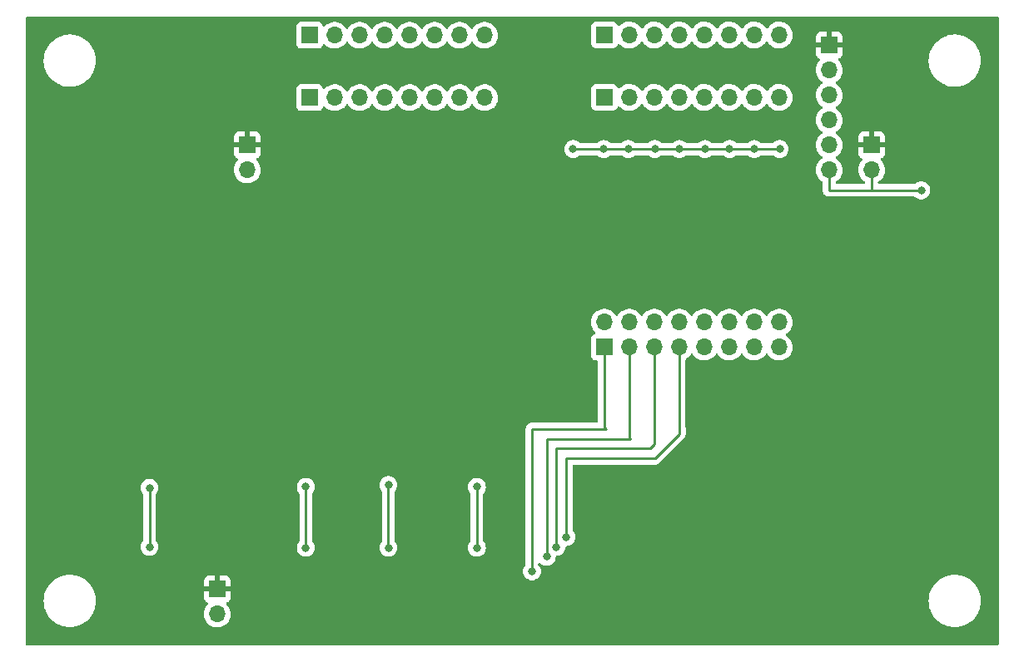
<source format=gbr>
%TF.GenerationSoftware,KiCad,Pcbnew,(6.0.2)*%
%TF.CreationDate,2022-02-21T15:22:36+01:00*%
%TF.ProjectId,220217_GPIOExpanderAW9523,32323032-3137-45f4-9750-494f45787061,v01*%
%TF.SameCoordinates,Original*%
%TF.FileFunction,Copper,L2,Bot*%
%TF.FilePolarity,Positive*%
%FSLAX46Y46*%
G04 Gerber Fmt 4.6, Leading zero omitted, Abs format (unit mm)*
G04 Created by KiCad (PCBNEW (6.0.2)) date 2022-02-21 15:22:36*
%MOMM*%
%LPD*%
G01*
G04 APERTURE LIST*
%TA.AperFunction,ComponentPad*%
%ADD10R,1.700000X1.700000*%
%TD*%
%TA.AperFunction,ComponentPad*%
%ADD11O,1.700000X1.700000*%
%TD*%
%TA.AperFunction,ViaPad*%
%ADD12C,0.800000*%
%TD*%
%TA.AperFunction,Conductor*%
%ADD13C,0.250000*%
%TD*%
G04 APERTURE END LIST*
D10*
%TO.P,J3,1,Pin_1*%
%TO.N,P0_7*%
X135505000Y-68770000D03*
D11*
%TO.P,J3,2,Pin_2*%
%TO.N,P0_6*%
X138045000Y-68770000D03*
%TO.P,J3,3,Pin_3*%
%TO.N,P0_5*%
X140585000Y-68770000D03*
%TO.P,J3,4,Pin_4*%
%TO.N,P0_4*%
X143125000Y-68770000D03*
%TO.P,J3,5,Pin_5*%
%TO.N,P0_3*%
X145665000Y-68770000D03*
%TO.P,J3,6,Pin_6*%
%TO.N,P0_2*%
X148205000Y-68770000D03*
%TO.P,J3,7,Pin_7*%
%TO.N,P0_1*%
X150745000Y-68770000D03*
%TO.P,J3,8,Pin_8*%
%TO.N,P0_0*%
X153285000Y-68770000D03*
%TD*%
D10*
%TO.P,J9,1,Pin_1*%
%TO.N,Net-(J7-Pad2)*%
X165477000Y-68745000D03*
D11*
%TO.P,J9,2,Pin_2*%
%TO.N,Net-(J7-Pad4)*%
X168017000Y-68745000D03*
%TO.P,J9,3,Pin_3*%
%TO.N,Net-(J7-Pad6)*%
X170557000Y-68745000D03*
%TO.P,J9,4,Pin_4*%
%TO.N,Net-(J7-Pad8)*%
X173097000Y-68745000D03*
%TO.P,J9,5,Pin_5*%
%TO.N,Net-(J7-Pad10)*%
X175637000Y-68745000D03*
%TO.P,J9,6,Pin_6*%
%TO.N,Net-(J7-Pad12)*%
X178177000Y-68745000D03*
%TO.P,J9,7,Pin_7*%
%TO.N,Net-(J7-Pad14)*%
X180717000Y-68745000D03*
%TO.P,J9,8,Pin_8*%
%TO.N,Net-(J7-Pad16)*%
X183257000Y-68745000D03*
%TD*%
D10*
%TO.P,J2,1,Pin_1*%
%TO.N,VCC*%
X129140000Y-73591000D03*
D11*
%TO.P,J2,2,Pin_2*%
%TO.N,GND*%
X129140000Y-76131000D03*
%TD*%
D10*
%TO.P,J4,1,Pin_1*%
%TO.N,P0_7*%
X135490000Y-62420000D03*
D11*
%TO.P,J4,2,Pin_2*%
%TO.N,P0_6*%
X138030000Y-62420000D03*
%TO.P,J4,3,Pin_3*%
%TO.N,P0_5*%
X140570000Y-62420000D03*
%TO.P,J4,4,Pin_4*%
%TO.N,P0_4*%
X143110000Y-62420000D03*
%TO.P,J4,5,Pin_5*%
%TO.N,P0_3*%
X145650000Y-62420000D03*
%TO.P,J4,6,Pin_6*%
%TO.N,P0_2*%
X148190000Y-62420000D03*
%TO.P,J4,7,Pin_7*%
%TO.N,P0_1*%
X150730000Y-62420000D03*
%TO.P,J4,8,Pin_8*%
%TO.N,P0_0*%
X153270000Y-62420000D03*
%TD*%
D10*
%TO.P,J1,1,Pin_1*%
%TO.N,VCC*%
X192640000Y-73591000D03*
D11*
%TO.P,J1,2,Pin_2*%
%TO.N,GND*%
X192640000Y-76131000D03*
%TD*%
D10*
%TO.P,J6,1,Pin_1*%
%TO.N,VCC*%
X126092000Y-118808000D03*
D11*
%TO.P,J6,2,Pin_2*%
%TO.N,GND*%
X126092000Y-121348000D03*
%TD*%
D10*
%TO.P,J8,1,Pin_1*%
%TO.N,Net-(J7-Pad2)*%
X165477000Y-62395000D03*
D11*
%TO.P,J8,2,Pin_2*%
%TO.N,Net-(J7-Pad4)*%
X168017000Y-62395000D03*
%TO.P,J8,3,Pin_3*%
%TO.N,Net-(J7-Pad6)*%
X170557000Y-62395000D03*
%TO.P,J8,4,Pin_4*%
%TO.N,Net-(J7-Pad8)*%
X173097000Y-62395000D03*
%TO.P,J8,5,Pin_5*%
%TO.N,Net-(J7-Pad10)*%
X175637000Y-62395000D03*
%TO.P,J8,6,Pin_6*%
%TO.N,Net-(J7-Pad12)*%
X178177000Y-62395000D03*
%TO.P,J8,7,Pin_7*%
%TO.N,Net-(J7-Pad14)*%
X180717000Y-62395000D03*
%TO.P,J8,8,Pin_8*%
%TO.N,Net-(J7-Pad16)*%
X183257000Y-62395000D03*
%TD*%
D10*
%TO.P,J5,1,Pin_1*%
%TO.N,VCC*%
X188322000Y-63436000D03*
D11*
%TO.P,J5,2,Pin_2*%
%TO.N,RST*%
X188322000Y-65976000D03*
%TO.P,J5,3,Pin_3*%
%TO.N,INT*%
X188322000Y-68516000D03*
%TO.P,J5,4,Pin_4*%
%TO.N,SDA*%
X188322000Y-71056000D03*
%TO.P,J5,5,Pin_5*%
%TO.N,SCL*%
X188322000Y-73596000D03*
%TO.P,J5,6,Pin_6*%
%TO.N,GND*%
X188322000Y-76136000D03*
%TD*%
D10*
%TO.P,J7,1,Pin_1*%
%TO.N,P1_7*%
X165462000Y-94170000D03*
D11*
%TO.P,J7,2,Pin_2*%
%TO.N,Net-(J7-Pad2)*%
X165462000Y-91630000D03*
%TO.P,J7,3,Pin_3*%
%TO.N,P1_6*%
X168002000Y-94170000D03*
%TO.P,J7,4,Pin_4*%
%TO.N,Net-(J7-Pad4)*%
X168002000Y-91630000D03*
%TO.P,J7,5,Pin_5*%
%TO.N,P1_5*%
X170542000Y-94170000D03*
%TO.P,J7,6,Pin_6*%
%TO.N,Net-(J7-Pad6)*%
X170542000Y-91630000D03*
%TO.P,J7,7,Pin_7*%
%TO.N,P1_4*%
X173082000Y-94170000D03*
%TO.P,J7,8,Pin_8*%
%TO.N,Net-(J7-Pad8)*%
X173082000Y-91630000D03*
%TO.P,J7,9,Pin_9*%
%TO.N,P1_3*%
X175622000Y-94170000D03*
%TO.P,J7,10,Pin_10*%
%TO.N,Net-(J7-Pad10)*%
X175622000Y-91630000D03*
%TO.P,J7,11,Pin_11*%
%TO.N,P1_2*%
X178162000Y-94170000D03*
%TO.P,J7,12,Pin_12*%
%TO.N,Net-(J7-Pad12)*%
X178162000Y-91630000D03*
%TO.P,J7,13,Pin_13*%
%TO.N,P1_1*%
X180702000Y-94170000D03*
%TO.P,J7,14,Pin_14*%
%TO.N,Net-(J7-Pad14)*%
X180702000Y-91630000D03*
%TO.P,J7,15,Pin_15*%
%TO.N,P1_0*%
X183242000Y-94170000D03*
%TO.P,J7,16,Pin_16*%
%TO.N,Net-(J7-Pad16)*%
X183242000Y-91630000D03*
%TD*%
D12*
%TO.N,VCC*%
X151746000Y-82232000D03*
X168902000Y-118444000D03*
X128744500Y-115355500D03*
X190012500Y-95912500D03*
X126800000Y-82600000D03*
X139100000Y-82794000D03*
X186600000Y-113000000D03*
X173600000Y-108000000D03*
X113773000Y-82359000D03*
%TO.N,GND*%
X180700000Y-74000000D03*
X178200000Y-74000000D03*
X143500000Y-114600000D03*
X170600000Y-74000000D03*
X197700000Y-78200000D03*
X165400000Y-74000000D03*
X167900000Y-74000000D03*
X152500000Y-108400000D03*
X119200000Y-108500000D03*
X119200000Y-114500000D03*
X175700000Y-74000000D03*
X135100000Y-114600000D03*
X152500000Y-114600000D03*
X183300000Y-74000000D03*
X173100000Y-74000000D03*
X135100000Y-108400000D03*
X162293695Y-73996408D03*
X143500000Y-108200000D03*
%TO.N,P1_4*%
X161600000Y-113500000D03*
%TO.N,P1_5*%
X160600000Y-114500000D03*
%TO.N,P1_6*%
X159600000Y-115500000D03*
%TO.N,P1_7*%
X158100000Y-117000000D03*
%TD*%
D13*
%TO.N,GND*%
X175700000Y-74000000D02*
X178200000Y-74000000D01*
X188300000Y-78200000D02*
X188322000Y-78178000D01*
X173100000Y-74000000D02*
X175700000Y-74000000D01*
X192700000Y-78200000D02*
X192640000Y-78140000D01*
X119200000Y-114500000D02*
X119200000Y-108500000D01*
X192640000Y-78140000D02*
X192640000Y-76131000D01*
X178200000Y-74000000D02*
X180700000Y-74000000D01*
X135100000Y-108400000D02*
X135100000Y-114600000D01*
X162293695Y-73996408D02*
X165396408Y-73996408D01*
X152500000Y-114600000D02*
X152500000Y-108400000D01*
X165400000Y-74000000D02*
X167900000Y-74000000D01*
X143476001Y-107992958D02*
X143476001Y-114392189D01*
X197700000Y-78200000D02*
X192700000Y-78200000D01*
X192700000Y-78200000D02*
X188300000Y-78200000D01*
X180700000Y-74000000D02*
X183300000Y-74000000D01*
X188322000Y-78178000D02*
X188322000Y-76136000D01*
X165396408Y-73996408D02*
X165400000Y-74000000D01*
X143476001Y-114392189D02*
X143678348Y-114594536D01*
X173100000Y-74000000D02*
X170600000Y-74000000D01*
X167900000Y-74000000D02*
X170600000Y-74000000D01*
%TO.N,P1_4*%
X170600000Y-105500000D02*
X173100000Y-103000000D01*
X173100000Y-103000000D02*
X173100000Y-102500000D01*
X173100000Y-102500000D02*
X173082000Y-102482000D01*
X161600000Y-113500000D02*
X161600000Y-105500000D01*
X161600000Y-105500000D02*
X170600000Y-105500000D01*
X173082000Y-102482000D02*
X173082000Y-94170000D01*
%TO.N,P1_5*%
X170100000Y-104500000D02*
X170542000Y-104058000D01*
X170542000Y-104058000D02*
X170542000Y-94170000D01*
X160600000Y-114500000D02*
X160600000Y-104500000D01*
X160600000Y-104500000D02*
X170100000Y-104500000D01*
%TO.N,P1_6*%
X159600000Y-103500000D02*
X168100000Y-103500000D01*
X168002000Y-103402000D02*
X168002000Y-94170000D01*
X159600000Y-115500000D02*
X159600000Y-103500000D01*
X168100000Y-103500000D02*
X168002000Y-103402000D01*
%TO.N,P1_7*%
X165600000Y-102500000D02*
X165462000Y-102362000D01*
X165462000Y-102362000D02*
X165462000Y-94170000D01*
X158100000Y-117000000D02*
X158100000Y-102500000D01*
X158100000Y-102500000D02*
X165600000Y-102500000D01*
%TD*%
%TA.AperFunction,Conductor*%
%TO.N,VCC*%
G36*
X205534121Y-60528002D02*
G01*
X205580614Y-60581658D01*
X205592000Y-60634000D01*
X205592000Y-124366000D01*
X205571998Y-124434121D01*
X205518342Y-124480614D01*
X205466000Y-124492000D01*
X106734000Y-124492000D01*
X106665879Y-124471998D01*
X106619386Y-124418342D01*
X106608000Y-124366000D01*
X106608000Y-120046485D01*
X108436854Y-120046485D01*
X108448504Y-120194507D01*
X108455108Y-120278417D01*
X108462370Y-120370695D01*
X108527206Y-120689378D01*
X108630398Y-120997784D01*
X108770405Y-121291316D01*
X108772467Y-121294553D01*
X108772470Y-121294558D01*
X108808660Y-121351365D01*
X108945141Y-121565597D01*
X108947584Y-121568560D01*
X108947585Y-121568562D01*
X109101800Y-121755639D01*
X109152001Y-121816538D01*
X109387902Y-122040399D01*
X109649326Y-122233843D01*
X109790851Y-122313914D01*
X109929019Y-122392086D01*
X109929023Y-122392088D01*
X109932376Y-122393985D01*
X110232832Y-122518438D01*
X110336288Y-122547129D01*
X110542500Y-122604317D01*
X110542508Y-122604319D01*
X110546216Y-122605347D01*
X110867856Y-122653416D01*
X110871154Y-122653560D01*
X110982918Y-122658440D01*
X110982922Y-122658440D01*
X110984294Y-122658500D01*
X111182598Y-122658500D01*
X111424605Y-122643698D01*
X111428388Y-122642997D01*
X111428395Y-122642996D01*
X111628459Y-122605916D01*
X111744372Y-122584433D01*
X111953682Y-122518438D01*
X112050860Y-122487798D01*
X112050863Y-122487797D01*
X112054532Y-122486640D01*
X112058029Y-122485046D01*
X112058035Y-122485044D01*
X112346954Y-122353376D01*
X112346958Y-122353374D01*
X112350462Y-122351777D01*
X112353744Y-122349766D01*
X112624473Y-122183863D01*
X112624476Y-122183861D01*
X112627751Y-122181854D01*
X112630755Y-122179464D01*
X112630760Y-122179461D01*
X112799249Y-122045438D01*
X112882264Y-121979405D01*
X112884958Y-121976664D01*
X112884962Y-121976660D01*
X113107513Y-121750190D01*
X113107517Y-121750185D01*
X113110208Y-121747447D01*
X113267265Y-121542767D01*
X113305835Y-121492502D01*
X113305837Y-121492498D01*
X113308185Y-121489439D01*
X113411117Y-121314695D01*
X124729251Y-121314695D01*
X124729548Y-121319848D01*
X124729548Y-121319851D01*
X124735011Y-121414590D01*
X124742110Y-121537715D01*
X124743247Y-121542761D01*
X124743248Y-121542767D01*
X124763119Y-121630939D01*
X124791222Y-121755639D01*
X124875266Y-121962616D01*
X124991987Y-122153088D01*
X125138250Y-122321938D01*
X125310126Y-122464632D01*
X125503000Y-122577338D01*
X125711692Y-122657030D01*
X125716760Y-122658061D01*
X125716763Y-122658062D01*
X125824017Y-122679883D01*
X125930597Y-122701567D01*
X125935772Y-122701757D01*
X125935774Y-122701757D01*
X126148673Y-122709564D01*
X126148677Y-122709564D01*
X126153837Y-122709753D01*
X126158957Y-122709097D01*
X126158959Y-122709097D01*
X126370288Y-122682025D01*
X126370289Y-122682025D01*
X126375416Y-122681368D01*
X126380366Y-122679883D01*
X126584429Y-122618661D01*
X126584434Y-122618659D01*
X126589384Y-122617174D01*
X126789994Y-122518896D01*
X126971860Y-122389173D01*
X127130096Y-122231489D01*
X127189594Y-122148689D01*
X127257435Y-122054277D01*
X127260453Y-122050077D01*
X127264106Y-122042687D01*
X127357136Y-121854453D01*
X127357137Y-121854451D01*
X127359430Y-121849811D01*
X127424370Y-121636069D01*
X127453529Y-121414590D01*
X127455156Y-121348000D01*
X127436852Y-121125361D01*
X127382431Y-120908702D01*
X127293354Y-120703840D01*
X127172014Y-120516277D01*
X127168540Y-120512459D01*
X127168533Y-120512450D01*
X127024435Y-120354088D01*
X126993383Y-120290242D01*
X127001779Y-120219744D01*
X127046956Y-120164976D01*
X127073400Y-120151307D01*
X127180052Y-120111325D01*
X127195649Y-120102786D01*
X127270771Y-120046485D01*
X198436854Y-120046485D01*
X198448504Y-120194507D01*
X198455108Y-120278417D01*
X198462370Y-120370695D01*
X198527206Y-120689378D01*
X198630398Y-120997784D01*
X198770405Y-121291316D01*
X198772467Y-121294553D01*
X198772470Y-121294558D01*
X198808660Y-121351365D01*
X198945141Y-121565597D01*
X198947584Y-121568560D01*
X198947585Y-121568562D01*
X199101800Y-121755639D01*
X199152001Y-121816538D01*
X199387902Y-122040399D01*
X199649326Y-122233843D01*
X199790851Y-122313914D01*
X199929019Y-122392086D01*
X199929023Y-122392088D01*
X199932376Y-122393985D01*
X200232832Y-122518438D01*
X200336288Y-122547129D01*
X200542500Y-122604317D01*
X200542508Y-122604319D01*
X200546216Y-122605347D01*
X200867856Y-122653416D01*
X200871154Y-122653560D01*
X200982918Y-122658440D01*
X200982922Y-122658440D01*
X200984294Y-122658500D01*
X201182598Y-122658500D01*
X201424605Y-122643698D01*
X201428388Y-122642997D01*
X201428395Y-122642996D01*
X201628459Y-122605916D01*
X201744372Y-122584433D01*
X201953682Y-122518438D01*
X202050860Y-122487798D01*
X202050863Y-122487797D01*
X202054532Y-122486640D01*
X202058029Y-122485046D01*
X202058035Y-122485044D01*
X202346954Y-122353376D01*
X202346958Y-122353374D01*
X202350462Y-122351777D01*
X202353744Y-122349766D01*
X202624473Y-122183863D01*
X202624476Y-122183861D01*
X202627751Y-122181854D01*
X202630755Y-122179464D01*
X202630760Y-122179461D01*
X202799249Y-122045438D01*
X202882264Y-121979405D01*
X202884958Y-121976664D01*
X202884962Y-121976660D01*
X203107513Y-121750190D01*
X203107517Y-121750185D01*
X203110208Y-121747447D01*
X203267265Y-121542767D01*
X203305835Y-121492502D01*
X203305837Y-121492498D01*
X203308185Y-121489439D01*
X203473242Y-121209227D01*
X203602920Y-120910988D01*
X203612898Y-120877305D01*
X203671527Y-120679375D01*
X203695285Y-120599169D01*
X203748961Y-120278417D01*
X203763146Y-119953515D01*
X203747944Y-119760351D01*
X203737932Y-119633140D01*
X203737932Y-119633137D01*
X203737630Y-119629305D01*
X203672794Y-119310622D01*
X203569602Y-119002216D01*
X203429595Y-118708684D01*
X203254859Y-118434403D01*
X203107470Y-118255606D01*
X203050442Y-118186425D01*
X203050438Y-118186420D01*
X203047999Y-118183462D01*
X202812098Y-117959601D01*
X202550674Y-117766157D01*
X202345781Y-117650234D01*
X202270981Y-117607914D01*
X202270977Y-117607912D01*
X202267624Y-117606015D01*
X202258598Y-117602276D01*
X202043935Y-117513360D01*
X201967168Y-117481562D01*
X201853359Y-117450000D01*
X201657500Y-117395683D01*
X201657492Y-117395681D01*
X201653784Y-117394653D01*
X201332144Y-117346584D01*
X201328846Y-117346440D01*
X201217082Y-117341560D01*
X201217078Y-117341560D01*
X201215706Y-117341500D01*
X201017402Y-117341500D01*
X200775395Y-117356302D01*
X200771612Y-117357003D01*
X200771605Y-117357004D01*
X200615511Y-117385935D01*
X200455628Y-117415567D01*
X200303452Y-117463548D01*
X200149140Y-117512202D01*
X200149137Y-117512203D01*
X200145468Y-117513360D01*
X200141971Y-117514954D01*
X200141965Y-117514956D01*
X199853046Y-117646624D01*
X199853042Y-117646626D01*
X199849538Y-117648223D01*
X199846259Y-117650233D01*
X199846256Y-117650234D01*
X199616355Y-117791118D01*
X199572249Y-117818146D01*
X199569245Y-117820536D01*
X199569240Y-117820539D01*
X199525101Y-117855649D01*
X199317736Y-118020595D01*
X199315042Y-118023336D01*
X199315038Y-118023340D01*
X199092487Y-118249810D01*
X199092483Y-118249815D01*
X199089792Y-118252553D01*
X198891815Y-118510561D01*
X198726758Y-118790773D01*
X198597080Y-119089012D01*
X198504715Y-119400831D01*
X198451039Y-119721583D01*
X198436854Y-120046485D01*
X127270771Y-120046485D01*
X127297724Y-120026285D01*
X127310285Y-120013724D01*
X127386786Y-119911649D01*
X127395324Y-119896054D01*
X127440478Y-119775606D01*
X127444105Y-119760351D01*
X127449631Y-119709486D01*
X127450000Y-119702672D01*
X127450000Y-119080115D01*
X127445525Y-119064876D01*
X127444135Y-119063671D01*
X127436452Y-119062000D01*
X124752116Y-119062000D01*
X124736877Y-119066475D01*
X124735672Y-119067865D01*
X124734001Y-119075548D01*
X124734001Y-119702669D01*
X124734371Y-119709490D01*
X124739895Y-119760352D01*
X124743521Y-119775604D01*
X124788676Y-119896054D01*
X124797214Y-119911649D01*
X124873715Y-120013724D01*
X124886276Y-120026285D01*
X124988351Y-120102786D01*
X125003946Y-120111324D01*
X125112827Y-120152142D01*
X125169591Y-120194784D01*
X125194291Y-120261345D01*
X125179083Y-120330694D01*
X125159691Y-120357175D01*
X125036200Y-120486401D01*
X125032629Y-120490138D01*
X124906743Y-120674680D01*
X124812688Y-120877305D01*
X124752989Y-121092570D01*
X124729251Y-121314695D01*
X113411117Y-121314695D01*
X113473242Y-121209227D01*
X113602920Y-120910988D01*
X113612898Y-120877305D01*
X113671527Y-120679375D01*
X113695285Y-120599169D01*
X113748961Y-120278417D01*
X113763146Y-119953515D01*
X113747944Y-119760351D01*
X113737932Y-119633140D01*
X113737932Y-119633137D01*
X113737630Y-119629305D01*
X113672794Y-119310622D01*
X113569602Y-119002216D01*
X113429595Y-118708684D01*
X113319510Y-118535885D01*
X124734000Y-118535885D01*
X124738475Y-118551124D01*
X124739865Y-118552329D01*
X124747548Y-118554000D01*
X125819885Y-118554000D01*
X125835124Y-118549525D01*
X125836329Y-118548135D01*
X125838000Y-118540452D01*
X125838000Y-118535885D01*
X126346000Y-118535885D01*
X126350475Y-118551124D01*
X126351865Y-118552329D01*
X126359548Y-118554000D01*
X127431884Y-118554000D01*
X127447123Y-118549525D01*
X127448328Y-118548135D01*
X127449999Y-118540452D01*
X127449999Y-117913331D01*
X127449629Y-117906510D01*
X127444105Y-117855648D01*
X127440479Y-117840396D01*
X127395324Y-117719946D01*
X127386786Y-117704351D01*
X127310285Y-117602276D01*
X127297724Y-117589715D01*
X127195649Y-117513214D01*
X127180054Y-117504676D01*
X127059606Y-117459522D01*
X127044351Y-117455895D01*
X126993486Y-117450369D01*
X126986672Y-117450000D01*
X126364115Y-117450000D01*
X126348876Y-117454475D01*
X126347671Y-117455865D01*
X126346000Y-117463548D01*
X126346000Y-118535885D01*
X125838000Y-118535885D01*
X125838000Y-117468116D01*
X125833525Y-117452877D01*
X125832135Y-117451672D01*
X125824452Y-117450001D01*
X125197331Y-117450001D01*
X125190510Y-117450371D01*
X125139648Y-117455895D01*
X125124396Y-117459521D01*
X125003946Y-117504676D01*
X124988351Y-117513214D01*
X124886276Y-117589715D01*
X124873715Y-117602276D01*
X124797214Y-117704351D01*
X124788676Y-117719946D01*
X124743522Y-117840394D01*
X124739895Y-117855649D01*
X124734369Y-117906514D01*
X124734000Y-117913328D01*
X124734000Y-118535885D01*
X113319510Y-118535885D01*
X113254859Y-118434403D01*
X113107470Y-118255606D01*
X113050442Y-118186425D01*
X113050438Y-118186420D01*
X113047999Y-118183462D01*
X112812098Y-117959601D01*
X112550674Y-117766157D01*
X112345781Y-117650234D01*
X112270981Y-117607914D01*
X112270977Y-117607912D01*
X112267624Y-117606015D01*
X112258598Y-117602276D01*
X112043935Y-117513360D01*
X111967168Y-117481562D01*
X111853359Y-117450000D01*
X111657500Y-117395683D01*
X111657492Y-117395681D01*
X111653784Y-117394653D01*
X111332144Y-117346584D01*
X111328846Y-117346440D01*
X111217082Y-117341560D01*
X111217078Y-117341560D01*
X111215706Y-117341500D01*
X111017402Y-117341500D01*
X110775395Y-117356302D01*
X110771612Y-117357003D01*
X110771605Y-117357004D01*
X110615511Y-117385935D01*
X110455628Y-117415567D01*
X110303452Y-117463548D01*
X110149140Y-117512202D01*
X110149137Y-117512203D01*
X110145468Y-117513360D01*
X110141971Y-117514954D01*
X110141965Y-117514956D01*
X109853046Y-117646624D01*
X109853042Y-117646626D01*
X109849538Y-117648223D01*
X109846259Y-117650233D01*
X109846256Y-117650234D01*
X109616355Y-117791118D01*
X109572249Y-117818146D01*
X109569245Y-117820536D01*
X109569240Y-117820539D01*
X109525101Y-117855649D01*
X109317736Y-118020595D01*
X109315042Y-118023336D01*
X109315038Y-118023340D01*
X109092487Y-118249810D01*
X109092483Y-118249815D01*
X109089792Y-118252553D01*
X108891815Y-118510561D01*
X108726758Y-118790773D01*
X108597080Y-119089012D01*
X108504715Y-119400831D01*
X108451039Y-119721583D01*
X108436854Y-120046485D01*
X106608000Y-120046485D01*
X106608000Y-117000000D01*
X157186496Y-117000000D01*
X157206458Y-117189928D01*
X157265473Y-117371556D01*
X157268776Y-117377278D01*
X157268777Y-117377279D01*
X157302686Y-117436010D01*
X157360960Y-117536944D01*
X157365378Y-117541851D01*
X157365379Y-117541852D01*
X157459716Y-117646624D01*
X157488747Y-117678866D01*
X157523824Y-117704351D01*
X157606279Y-117764258D01*
X157643248Y-117791118D01*
X157649276Y-117793802D01*
X157649278Y-117793803D01*
X157811681Y-117866109D01*
X157817712Y-117868794D01*
X157911112Y-117888647D01*
X157998056Y-117907128D01*
X157998061Y-117907128D01*
X158004513Y-117908500D01*
X158195487Y-117908500D01*
X158201939Y-117907128D01*
X158201944Y-117907128D01*
X158288888Y-117888647D01*
X158382288Y-117868794D01*
X158388319Y-117866109D01*
X158550722Y-117793803D01*
X158550724Y-117793802D01*
X158556752Y-117791118D01*
X158593722Y-117764258D01*
X158676176Y-117704351D01*
X158711253Y-117678866D01*
X158740284Y-117646624D01*
X158834621Y-117541852D01*
X158834622Y-117541851D01*
X158839040Y-117536944D01*
X158897314Y-117436010D01*
X158931223Y-117377279D01*
X158931224Y-117377278D01*
X158934527Y-117371556D01*
X158993542Y-117189928D01*
X159013504Y-117000000D01*
X158993542Y-116810072D01*
X158934527Y-116628444D01*
X158839040Y-116463056D01*
X158765863Y-116381785D01*
X158735147Y-116317779D01*
X158733500Y-116297476D01*
X158733500Y-116223626D01*
X158753502Y-116155505D01*
X158807158Y-116109012D01*
X158877432Y-116098908D01*
X158942012Y-116128402D01*
X158953136Y-116139316D01*
X158988747Y-116178866D01*
X159143248Y-116291118D01*
X159149276Y-116293802D01*
X159149278Y-116293803D01*
X159310531Y-116365597D01*
X159317712Y-116368794D01*
X159411113Y-116388647D01*
X159498056Y-116407128D01*
X159498061Y-116407128D01*
X159504513Y-116408500D01*
X159695487Y-116408500D01*
X159701939Y-116407128D01*
X159701944Y-116407128D01*
X159788887Y-116388647D01*
X159882288Y-116368794D01*
X159889469Y-116365597D01*
X160050722Y-116293803D01*
X160050724Y-116293802D01*
X160056752Y-116291118D01*
X160211253Y-116178866D01*
X160274150Y-116109012D01*
X160334621Y-116041852D01*
X160334622Y-116041851D01*
X160339040Y-116036944D01*
X160434527Y-115871556D01*
X160493542Y-115689928D01*
X160511262Y-115521329D01*
X160538275Y-115455673D01*
X160596497Y-115415043D01*
X160636572Y-115408500D01*
X160695487Y-115408500D01*
X160701939Y-115407128D01*
X160701944Y-115407128D01*
X160795521Y-115387237D01*
X160882288Y-115368794D01*
X160888319Y-115366109D01*
X161050722Y-115293803D01*
X161050724Y-115293802D01*
X161056752Y-115291118D01*
X161073616Y-115278866D01*
X161145214Y-115226846D01*
X161211253Y-115178866D01*
X161339040Y-115036944D01*
X161434527Y-114871556D01*
X161493542Y-114689928D01*
X161511262Y-114521329D01*
X161538275Y-114455673D01*
X161596497Y-114415043D01*
X161636572Y-114408500D01*
X161695487Y-114408500D01*
X161701939Y-114407128D01*
X161701944Y-114407128D01*
X161788887Y-114388647D01*
X161882288Y-114368794D01*
X161999440Y-114316635D01*
X162050722Y-114293803D01*
X162050724Y-114293802D01*
X162056752Y-114291118D01*
X162211253Y-114178866D01*
X162315529Y-114063056D01*
X162334621Y-114041852D01*
X162334622Y-114041851D01*
X162339040Y-114036944D01*
X162397314Y-113936010D01*
X162431223Y-113877279D01*
X162431224Y-113877278D01*
X162434527Y-113871556D01*
X162493542Y-113689928D01*
X162513504Y-113500000D01*
X162493542Y-113310072D01*
X162434527Y-113128444D01*
X162339040Y-112963056D01*
X162265863Y-112881785D01*
X162235147Y-112817779D01*
X162233500Y-112797476D01*
X162233500Y-106259500D01*
X162253502Y-106191379D01*
X162307158Y-106144886D01*
X162359500Y-106133500D01*
X170521233Y-106133500D01*
X170532416Y-106134027D01*
X170539909Y-106135702D01*
X170547835Y-106135453D01*
X170547836Y-106135453D01*
X170607986Y-106133562D01*
X170611945Y-106133500D01*
X170639856Y-106133500D01*
X170643791Y-106133003D01*
X170643856Y-106132995D01*
X170655693Y-106132062D01*
X170687951Y-106131048D01*
X170691970Y-106130922D01*
X170699889Y-106130673D01*
X170719343Y-106125021D01*
X170738700Y-106121013D01*
X170750930Y-106119468D01*
X170750931Y-106119468D01*
X170758797Y-106118474D01*
X170766168Y-106115555D01*
X170766170Y-106115555D01*
X170799912Y-106102196D01*
X170811142Y-106098351D01*
X170845983Y-106088229D01*
X170845984Y-106088229D01*
X170853593Y-106086018D01*
X170860412Y-106081985D01*
X170860417Y-106081983D01*
X170871028Y-106075707D01*
X170888776Y-106067012D01*
X170907617Y-106059552D01*
X170943387Y-106033564D01*
X170953307Y-106027048D01*
X170984535Y-106008580D01*
X170984538Y-106008578D01*
X170991362Y-106004542D01*
X171005683Y-105990221D01*
X171020717Y-105977380D01*
X171030694Y-105970131D01*
X171037107Y-105965472D01*
X171065298Y-105931395D01*
X171073288Y-105922616D01*
X173492253Y-103503652D01*
X173500539Y-103496112D01*
X173507018Y-103492000D01*
X173553644Y-103442348D01*
X173556398Y-103439507D01*
X173576135Y-103419770D01*
X173578615Y-103416573D01*
X173586320Y-103407551D01*
X173611159Y-103381100D01*
X173616586Y-103375321D01*
X173620405Y-103368375D01*
X173620407Y-103368372D01*
X173626348Y-103357566D01*
X173637199Y-103341047D01*
X173644758Y-103331301D01*
X173649614Y-103325041D01*
X173652759Y-103317772D01*
X173652762Y-103317768D01*
X173667174Y-103284463D01*
X173672391Y-103273813D01*
X173693695Y-103235060D01*
X173698733Y-103215437D01*
X173705137Y-103196734D01*
X173710033Y-103185420D01*
X173710033Y-103185419D01*
X173713181Y-103178145D01*
X173714420Y-103170322D01*
X173714423Y-103170312D01*
X173720099Y-103134476D01*
X173722505Y-103122856D01*
X173731528Y-103087711D01*
X173731528Y-103087710D01*
X173733500Y-103080030D01*
X173733500Y-103059776D01*
X173735051Y-103040065D01*
X173736980Y-103027886D01*
X173738220Y-103020057D01*
X173734059Y-102976038D01*
X173733500Y-102964181D01*
X173733500Y-102578767D01*
X173734027Y-102567584D01*
X173735702Y-102560091D01*
X173735443Y-102551832D01*
X173733562Y-102492001D01*
X173733500Y-102488043D01*
X173733500Y-102460144D01*
X173732996Y-102456153D01*
X173732063Y-102444311D01*
X173731932Y-102440117D01*
X173730674Y-102400111D01*
X173728462Y-102392497D01*
X173728461Y-102392492D01*
X173725023Y-102380659D01*
X173721012Y-102361295D01*
X173719467Y-102349066D01*
X173718474Y-102341203D01*
X173718468Y-102341187D01*
X173715500Y-102317697D01*
X173715500Y-95450427D01*
X173735502Y-95382306D01*
X173776618Y-95342550D01*
X173779994Y-95340896D01*
X173961860Y-95211173D01*
X174120096Y-95053489D01*
X174250453Y-94872077D01*
X174251776Y-94873028D01*
X174298645Y-94829857D01*
X174368580Y-94817625D01*
X174434026Y-94845144D01*
X174461875Y-94876994D01*
X174521987Y-94975088D01*
X174668250Y-95143938D01*
X174840126Y-95286632D01*
X175033000Y-95399338D01*
X175241692Y-95479030D01*
X175246760Y-95480061D01*
X175246763Y-95480062D01*
X175354017Y-95501883D01*
X175460597Y-95523567D01*
X175465772Y-95523757D01*
X175465774Y-95523757D01*
X175678673Y-95531564D01*
X175678677Y-95531564D01*
X175683837Y-95531753D01*
X175688957Y-95531097D01*
X175688959Y-95531097D01*
X175900288Y-95504025D01*
X175900289Y-95504025D01*
X175905416Y-95503368D01*
X175910366Y-95501883D01*
X176114429Y-95440661D01*
X176114434Y-95440659D01*
X176119384Y-95439174D01*
X176319994Y-95340896D01*
X176501860Y-95211173D01*
X176660096Y-95053489D01*
X176790453Y-94872077D01*
X176791776Y-94873028D01*
X176838645Y-94829857D01*
X176908580Y-94817625D01*
X176974026Y-94845144D01*
X177001875Y-94876994D01*
X177061987Y-94975088D01*
X177208250Y-95143938D01*
X177380126Y-95286632D01*
X177573000Y-95399338D01*
X177781692Y-95479030D01*
X177786760Y-95480061D01*
X177786763Y-95480062D01*
X177894017Y-95501883D01*
X178000597Y-95523567D01*
X178005772Y-95523757D01*
X178005774Y-95523757D01*
X178218673Y-95531564D01*
X178218677Y-95531564D01*
X178223837Y-95531753D01*
X178228957Y-95531097D01*
X178228959Y-95531097D01*
X178440288Y-95504025D01*
X178440289Y-95504025D01*
X178445416Y-95503368D01*
X178450366Y-95501883D01*
X178654429Y-95440661D01*
X178654434Y-95440659D01*
X178659384Y-95439174D01*
X178859994Y-95340896D01*
X179041860Y-95211173D01*
X179200096Y-95053489D01*
X179330453Y-94872077D01*
X179331776Y-94873028D01*
X179378645Y-94829857D01*
X179448580Y-94817625D01*
X179514026Y-94845144D01*
X179541875Y-94876994D01*
X179601987Y-94975088D01*
X179748250Y-95143938D01*
X179920126Y-95286632D01*
X180113000Y-95399338D01*
X180321692Y-95479030D01*
X180326760Y-95480061D01*
X180326763Y-95480062D01*
X180434017Y-95501883D01*
X180540597Y-95523567D01*
X180545772Y-95523757D01*
X180545774Y-95523757D01*
X180758673Y-95531564D01*
X180758677Y-95531564D01*
X180763837Y-95531753D01*
X180768957Y-95531097D01*
X180768959Y-95531097D01*
X180980288Y-95504025D01*
X180980289Y-95504025D01*
X180985416Y-95503368D01*
X180990366Y-95501883D01*
X181194429Y-95440661D01*
X181194434Y-95440659D01*
X181199384Y-95439174D01*
X181399994Y-95340896D01*
X181581860Y-95211173D01*
X181740096Y-95053489D01*
X181870453Y-94872077D01*
X181871776Y-94873028D01*
X181918645Y-94829857D01*
X181988580Y-94817625D01*
X182054026Y-94845144D01*
X182081875Y-94876994D01*
X182141987Y-94975088D01*
X182288250Y-95143938D01*
X182460126Y-95286632D01*
X182653000Y-95399338D01*
X182861692Y-95479030D01*
X182866760Y-95480061D01*
X182866763Y-95480062D01*
X182974017Y-95501883D01*
X183080597Y-95523567D01*
X183085772Y-95523757D01*
X183085774Y-95523757D01*
X183298673Y-95531564D01*
X183298677Y-95531564D01*
X183303837Y-95531753D01*
X183308957Y-95531097D01*
X183308959Y-95531097D01*
X183520288Y-95504025D01*
X183520289Y-95504025D01*
X183525416Y-95503368D01*
X183530366Y-95501883D01*
X183734429Y-95440661D01*
X183734434Y-95440659D01*
X183739384Y-95439174D01*
X183939994Y-95340896D01*
X184121860Y-95211173D01*
X184280096Y-95053489D01*
X184410453Y-94872077D01*
X184431320Y-94829857D01*
X184507136Y-94676453D01*
X184507137Y-94676451D01*
X184509430Y-94671811D01*
X184574370Y-94458069D01*
X184603529Y-94236590D01*
X184605156Y-94170000D01*
X184586852Y-93947361D01*
X184532431Y-93730702D01*
X184443354Y-93525840D01*
X184322014Y-93338277D01*
X184171670Y-93173051D01*
X184167619Y-93169852D01*
X184167615Y-93169848D01*
X184000414Y-93037800D01*
X184000410Y-93037798D01*
X183996359Y-93034598D01*
X183955053Y-93011796D01*
X183905084Y-92961364D01*
X183890312Y-92891921D01*
X183915428Y-92825516D01*
X183942780Y-92798909D01*
X183986603Y-92767650D01*
X184121860Y-92671173D01*
X184280096Y-92513489D01*
X184339594Y-92430689D01*
X184407435Y-92336277D01*
X184410453Y-92332077D01*
X184431320Y-92289857D01*
X184507136Y-92136453D01*
X184507137Y-92136451D01*
X184509430Y-92131811D01*
X184574370Y-91918069D01*
X184603529Y-91696590D01*
X184605156Y-91630000D01*
X184586852Y-91407361D01*
X184532431Y-91190702D01*
X184443354Y-90985840D01*
X184322014Y-90798277D01*
X184171670Y-90633051D01*
X184167619Y-90629852D01*
X184167615Y-90629848D01*
X184000414Y-90497800D01*
X184000410Y-90497798D01*
X183996359Y-90494598D01*
X183800789Y-90386638D01*
X183795920Y-90384914D01*
X183795916Y-90384912D01*
X183595087Y-90313795D01*
X183595083Y-90313794D01*
X183590212Y-90312069D01*
X183585119Y-90311162D01*
X183585116Y-90311161D01*
X183375373Y-90273800D01*
X183375367Y-90273799D01*
X183370284Y-90272894D01*
X183296452Y-90271992D01*
X183152081Y-90270228D01*
X183152079Y-90270228D01*
X183146911Y-90270165D01*
X182926091Y-90303955D01*
X182713756Y-90373357D01*
X182515607Y-90476507D01*
X182511474Y-90479610D01*
X182511471Y-90479612D01*
X182487247Y-90497800D01*
X182336965Y-90610635D01*
X182182629Y-90772138D01*
X182075201Y-90929621D01*
X182020293Y-90974621D01*
X181949768Y-90982792D01*
X181886021Y-90951538D01*
X181865324Y-90927054D01*
X181784822Y-90802617D01*
X181784820Y-90802614D01*
X181782014Y-90798277D01*
X181631670Y-90633051D01*
X181627619Y-90629852D01*
X181627615Y-90629848D01*
X181460414Y-90497800D01*
X181460410Y-90497798D01*
X181456359Y-90494598D01*
X181260789Y-90386638D01*
X181255920Y-90384914D01*
X181255916Y-90384912D01*
X181055087Y-90313795D01*
X181055083Y-90313794D01*
X181050212Y-90312069D01*
X181045119Y-90311162D01*
X181045116Y-90311161D01*
X180835373Y-90273800D01*
X180835367Y-90273799D01*
X180830284Y-90272894D01*
X180756452Y-90271992D01*
X180612081Y-90270228D01*
X180612079Y-90270228D01*
X180606911Y-90270165D01*
X180386091Y-90303955D01*
X180173756Y-90373357D01*
X179975607Y-90476507D01*
X179971474Y-90479610D01*
X179971471Y-90479612D01*
X179947247Y-90497800D01*
X179796965Y-90610635D01*
X179642629Y-90772138D01*
X179535201Y-90929621D01*
X179480293Y-90974621D01*
X179409768Y-90982792D01*
X179346021Y-90951538D01*
X179325324Y-90927054D01*
X179244822Y-90802617D01*
X179244820Y-90802614D01*
X179242014Y-90798277D01*
X179091670Y-90633051D01*
X179087619Y-90629852D01*
X179087615Y-90629848D01*
X178920414Y-90497800D01*
X178920410Y-90497798D01*
X178916359Y-90494598D01*
X178720789Y-90386638D01*
X178715920Y-90384914D01*
X178715916Y-90384912D01*
X178515087Y-90313795D01*
X178515083Y-90313794D01*
X178510212Y-90312069D01*
X178505119Y-90311162D01*
X178505116Y-90311161D01*
X178295373Y-90273800D01*
X178295367Y-90273799D01*
X178290284Y-90272894D01*
X178216452Y-90271992D01*
X178072081Y-90270228D01*
X178072079Y-90270228D01*
X178066911Y-90270165D01*
X177846091Y-90303955D01*
X177633756Y-90373357D01*
X177435607Y-90476507D01*
X177431474Y-90479610D01*
X177431471Y-90479612D01*
X177407247Y-90497800D01*
X177256965Y-90610635D01*
X177102629Y-90772138D01*
X176995201Y-90929621D01*
X176940293Y-90974621D01*
X176869768Y-90982792D01*
X176806021Y-90951538D01*
X176785324Y-90927054D01*
X176704822Y-90802617D01*
X176704820Y-90802614D01*
X176702014Y-90798277D01*
X176551670Y-90633051D01*
X176547619Y-90629852D01*
X176547615Y-90629848D01*
X176380414Y-90497800D01*
X176380410Y-90497798D01*
X176376359Y-90494598D01*
X176180789Y-90386638D01*
X176175920Y-90384914D01*
X176175916Y-90384912D01*
X175975087Y-90313795D01*
X175975083Y-90313794D01*
X175970212Y-90312069D01*
X175965119Y-90311162D01*
X175965116Y-90311161D01*
X175755373Y-90273800D01*
X175755367Y-90273799D01*
X175750284Y-90272894D01*
X175676452Y-90271992D01*
X175532081Y-90270228D01*
X175532079Y-90270228D01*
X175526911Y-90270165D01*
X175306091Y-90303955D01*
X175093756Y-90373357D01*
X174895607Y-90476507D01*
X174891474Y-90479610D01*
X174891471Y-90479612D01*
X174867247Y-90497800D01*
X174716965Y-90610635D01*
X174562629Y-90772138D01*
X174455201Y-90929621D01*
X174400293Y-90974621D01*
X174329768Y-90982792D01*
X174266021Y-90951538D01*
X174245324Y-90927054D01*
X174164822Y-90802617D01*
X174164820Y-90802614D01*
X174162014Y-90798277D01*
X174011670Y-90633051D01*
X174007619Y-90629852D01*
X174007615Y-90629848D01*
X173840414Y-90497800D01*
X173840410Y-90497798D01*
X173836359Y-90494598D01*
X173640789Y-90386638D01*
X173635920Y-90384914D01*
X173635916Y-90384912D01*
X173435087Y-90313795D01*
X173435083Y-90313794D01*
X173430212Y-90312069D01*
X173425119Y-90311162D01*
X173425116Y-90311161D01*
X173215373Y-90273800D01*
X173215367Y-90273799D01*
X173210284Y-90272894D01*
X173136452Y-90271992D01*
X172992081Y-90270228D01*
X172992079Y-90270228D01*
X172986911Y-90270165D01*
X172766091Y-90303955D01*
X172553756Y-90373357D01*
X172355607Y-90476507D01*
X172351474Y-90479610D01*
X172351471Y-90479612D01*
X172327247Y-90497800D01*
X172176965Y-90610635D01*
X172022629Y-90772138D01*
X171915201Y-90929621D01*
X171860293Y-90974621D01*
X171789768Y-90982792D01*
X171726021Y-90951538D01*
X171705324Y-90927054D01*
X171624822Y-90802617D01*
X171624820Y-90802614D01*
X171622014Y-90798277D01*
X171471670Y-90633051D01*
X171467619Y-90629852D01*
X171467615Y-90629848D01*
X171300414Y-90497800D01*
X171300410Y-90497798D01*
X171296359Y-90494598D01*
X171100789Y-90386638D01*
X171095920Y-90384914D01*
X171095916Y-90384912D01*
X170895087Y-90313795D01*
X170895083Y-90313794D01*
X170890212Y-90312069D01*
X170885119Y-90311162D01*
X170885116Y-90311161D01*
X170675373Y-90273800D01*
X170675367Y-90273799D01*
X170670284Y-90272894D01*
X170596452Y-90271992D01*
X170452081Y-90270228D01*
X170452079Y-90270228D01*
X170446911Y-90270165D01*
X170226091Y-90303955D01*
X170013756Y-90373357D01*
X169815607Y-90476507D01*
X169811474Y-90479610D01*
X169811471Y-90479612D01*
X169787247Y-90497800D01*
X169636965Y-90610635D01*
X169482629Y-90772138D01*
X169375201Y-90929621D01*
X169320293Y-90974621D01*
X169249768Y-90982792D01*
X169186021Y-90951538D01*
X169165324Y-90927054D01*
X169084822Y-90802617D01*
X169084820Y-90802614D01*
X169082014Y-90798277D01*
X168931670Y-90633051D01*
X168927619Y-90629852D01*
X168927615Y-90629848D01*
X168760414Y-90497800D01*
X168760410Y-90497798D01*
X168756359Y-90494598D01*
X168560789Y-90386638D01*
X168555920Y-90384914D01*
X168555916Y-90384912D01*
X168355087Y-90313795D01*
X168355083Y-90313794D01*
X168350212Y-90312069D01*
X168345119Y-90311162D01*
X168345116Y-90311161D01*
X168135373Y-90273800D01*
X168135367Y-90273799D01*
X168130284Y-90272894D01*
X168056452Y-90271992D01*
X167912081Y-90270228D01*
X167912079Y-90270228D01*
X167906911Y-90270165D01*
X167686091Y-90303955D01*
X167473756Y-90373357D01*
X167275607Y-90476507D01*
X167271474Y-90479610D01*
X167271471Y-90479612D01*
X167247247Y-90497800D01*
X167096965Y-90610635D01*
X166942629Y-90772138D01*
X166835201Y-90929621D01*
X166780293Y-90974621D01*
X166709768Y-90982792D01*
X166646021Y-90951538D01*
X166625324Y-90927054D01*
X166544822Y-90802617D01*
X166544820Y-90802614D01*
X166542014Y-90798277D01*
X166391670Y-90633051D01*
X166387619Y-90629852D01*
X166387615Y-90629848D01*
X166220414Y-90497800D01*
X166220410Y-90497798D01*
X166216359Y-90494598D01*
X166020789Y-90386638D01*
X166015920Y-90384914D01*
X166015916Y-90384912D01*
X165815087Y-90313795D01*
X165815083Y-90313794D01*
X165810212Y-90312069D01*
X165805119Y-90311162D01*
X165805116Y-90311161D01*
X165595373Y-90273800D01*
X165595367Y-90273799D01*
X165590284Y-90272894D01*
X165516452Y-90271992D01*
X165372081Y-90270228D01*
X165372079Y-90270228D01*
X165366911Y-90270165D01*
X165146091Y-90303955D01*
X164933756Y-90373357D01*
X164735607Y-90476507D01*
X164731474Y-90479610D01*
X164731471Y-90479612D01*
X164707247Y-90497800D01*
X164556965Y-90610635D01*
X164402629Y-90772138D01*
X164276743Y-90956680D01*
X164182688Y-91159305D01*
X164122989Y-91374570D01*
X164099251Y-91596695D01*
X164099548Y-91601848D01*
X164099548Y-91601851D01*
X164105011Y-91696590D01*
X164112110Y-91819715D01*
X164113247Y-91824761D01*
X164113248Y-91824767D01*
X164133119Y-91912939D01*
X164161222Y-92037639D01*
X164245266Y-92244616D01*
X164296019Y-92327438D01*
X164359291Y-92430688D01*
X164361987Y-92435088D01*
X164508250Y-92603938D01*
X164512230Y-92607242D01*
X164516981Y-92611187D01*
X164556616Y-92670090D01*
X164558113Y-92741071D01*
X164520997Y-92801593D01*
X164480725Y-92826112D01*
X164392095Y-92859338D01*
X164365295Y-92869385D01*
X164248739Y-92956739D01*
X164161385Y-93073295D01*
X164110255Y-93209684D01*
X164103500Y-93271866D01*
X164103500Y-95068134D01*
X164110255Y-95130316D01*
X164161385Y-95266705D01*
X164248739Y-95383261D01*
X164365295Y-95470615D01*
X164501684Y-95521745D01*
X164563866Y-95528500D01*
X164702500Y-95528500D01*
X164770621Y-95548502D01*
X164817114Y-95602158D01*
X164828500Y-95654500D01*
X164828500Y-101740500D01*
X164808498Y-101808621D01*
X164754842Y-101855114D01*
X164702500Y-101866500D01*
X158171793Y-101866500D01*
X158148184Y-101864268D01*
X158147881Y-101864210D01*
X158147877Y-101864210D01*
X158140094Y-101862725D01*
X158084049Y-101866251D01*
X158076138Y-101866500D01*
X158060144Y-101866500D01*
X158044270Y-101868506D01*
X158036410Y-101869248D01*
X158008951Y-101870976D01*
X157988263Y-101872277D01*
X157988262Y-101872277D01*
X157980350Y-101872775D01*
X157972809Y-101875225D01*
X157972513Y-101875321D01*
X157949369Y-101880494D01*
X157949065Y-101880532D01*
X157949060Y-101880533D01*
X157941203Y-101881526D01*
X157933838Y-101884442D01*
X157933834Y-101884443D01*
X157888989Y-101902199D01*
X157881570Y-101904871D01*
X157828125Y-101922236D01*
X157821429Y-101926486D01*
X157821428Y-101926486D01*
X157821169Y-101926650D01*
X157800042Y-101937415D01*
X157799754Y-101937529D01*
X157799749Y-101937532D01*
X157792383Y-101940448D01*
X157785975Y-101945104D01*
X157785969Y-101945107D01*
X157746948Y-101973458D01*
X157740411Y-101977901D01*
X157692982Y-102008000D01*
X157687556Y-102013778D01*
X157687555Y-102013779D01*
X157687341Y-102014007D01*
X157669554Y-102029688D01*
X157669309Y-102029866D01*
X157669307Y-102029868D01*
X157662893Y-102034528D01*
X157657839Y-102040637D01*
X157657838Y-102040638D01*
X157627097Y-102077796D01*
X157621866Y-102083730D01*
X157588842Y-102118898D01*
X157588840Y-102118901D01*
X157583414Y-102124679D01*
X157579445Y-102131899D01*
X157566119Y-102151506D01*
X157565920Y-102151746D01*
X157565916Y-102151753D01*
X157560867Y-102157856D01*
X157554848Y-102170648D01*
X157536953Y-102208676D01*
X157533371Y-102215708D01*
X157506305Y-102264940D01*
X157504335Y-102272615D01*
X157504332Y-102272621D01*
X157504256Y-102272919D01*
X157496224Y-102295228D01*
X157496094Y-102295503D01*
X157496091Y-102295511D01*
X157492717Y-102302682D01*
X157489853Y-102317697D01*
X157482195Y-102357843D01*
X157480471Y-102365558D01*
X157466500Y-102419970D01*
X157466500Y-102428207D01*
X157464268Y-102451816D01*
X157462725Y-102459906D01*
X157464620Y-102490028D01*
X157466251Y-102515951D01*
X157466500Y-102523862D01*
X157466500Y-116297476D01*
X157446498Y-116365597D01*
X157434142Y-116381779D01*
X157360960Y-116463056D01*
X157265473Y-116628444D01*
X157206458Y-116810072D01*
X157186496Y-117000000D01*
X106608000Y-117000000D01*
X106608000Y-114500000D01*
X118286496Y-114500000D01*
X118306458Y-114689928D01*
X118365473Y-114871556D01*
X118460960Y-115036944D01*
X118588747Y-115178866D01*
X118654786Y-115226846D01*
X118726385Y-115278866D01*
X118743248Y-115291118D01*
X118749276Y-115293802D01*
X118749278Y-115293803D01*
X118911681Y-115366109D01*
X118917712Y-115368794D01*
X119004479Y-115387237D01*
X119098056Y-115407128D01*
X119098061Y-115407128D01*
X119104513Y-115408500D01*
X119295487Y-115408500D01*
X119301939Y-115407128D01*
X119301944Y-115407128D01*
X119395521Y-115387237D01*
X119482288Y-115368794D01*
X119488319Y-115366109D01*
X119650722Y-115293803D01*
X119650724Y-115293802D01*
X119656752Y-115291118D01*
X119673616Y-115278866D01*
X119745214Y-115226846D01*
X119811253Y-115178866D01*
X119939040Y-115036944D01*
X120034527Y-114871556D01*
X120093542Y-114689928D01*
X120102994Y-114600000D01*
X134186496Y-114600000D01*
X134187186Y-114606565D01*
X134196608Y-114696206D01*
X134206458Y-114789928D01*
X134265473Y-114971556D01*
X134360960Y-115136944D01*
X134488747Y-115278866D01*
X134643248Y-115391118D01*
X134649276Y-115393802D01*
X134649278Y-115393803D01*
X134811681Y-115466109D01*
X134817712Y-115468794D01*
X134911113Y-115488647D01*
X134998056Y-115507128D01*
X134998061Y-115507128D01*
X135004513Y-115508500D01*
X135195487Y-115508500D01*
X135201939Y-115507128D01*
X135201944Y-115507128D01*
X135288887Y-115488647D01*
X135382288Y-115468794D01*
X135388319Y-115466109D01*
X135550722Y-115393803D01*
X135550724Y-115393802D01*
X135556752Y-115391118D01*
X135711253Y-115278866D01*
X135839040Y-115136944D01*
X135934527Y-114971556D01*
X135993542Y-114789928D01*
X136003393Y-114696206D01*
X136012814Y-114606565D01*
X136013504Y-114600000D01*
X142586496Y-114600000D01*
X142587186Y-114606565D01*
X142596608Y-114696206D01*
X142606458Y-114789928D01*
X142665473Y-114971556D01*
X142760960Y-115136944D01*
X142888747Y-115278866D01*
X143043248Y-115391118D01*
X143049276Y-115393802D01*
X143049278Y-115393803D01*
X143211681Y-115466109D01*
X143217712Y-115468794D01*
X143311113Y-115488647D01*
X143398056Y-115507128D01*
X143398061Y-115507128D01*
X143404513Y-115508500D01*
X143595487Y-115508500D01*
X143601939Y-115507128D01*
X143601944Y-115507128D01*
X143688887Y-115488647D01*
X143782288Y-115468794D01*
X143788319Y-115466109D01*
X143950722Y-115393803D01*
X143950724Y-115393802D01*
X143956752Y-115391118D01*
X144111253Y-115278866D01*
X144239040Y-115136944D01*
X144334527Y-114971556D01*
X144393542Y-114789928D01*
X144403393Y-114696206D01*
X144412814Y-114606565D01*
X144413504Y-114600000D01*
X151586496Y-114600000D01*
X151587186Y-114606565D01*
X151596608Y-114696206D01*
X151606458Y-114789928D01*
X151665473Y-114971556D01*
X151760960Y-115136944D01*
X151888747Y-115278866D01*
X152043248Y-115391118D01*
X152049276Y-115393802D01*
X152049278Y-115393803D01*
X152211681Y-115466109D01*
X152217712Y-115468794D01*
X152311113Y-115488647D01*
X152398056Y-115507128D01*
X152398061Y-115507128D01*
X152404513Y-115508500D01*
X152595487Y-115508500D01*
X152601939Y-115507128D01*
X152601944Y-115507128D01*
X152688887Y-115488647D01*
X152782288Y-115468794D01*
X152788319Y-115466109D01*
X152950722Y-115393803D01*
X152950724Y-115393802D01*
X152956752Y-115391118D01*
X153111253Y-115278866D01*
X153239040Y-115136944D01*
X153334527Y-114971556D01*
X153393542Y-114789928D01*
X153403393Y-114696206D01*
X153412814Y-114606565D01*
X153413504Y-114600000D01*
X153393542Y-114410072D01*
X153334527Y-114228444D01*
X153239040Y-114063056D01*
X153165863Y-113981785D01*
X153135147Y-113917779D01*
X153133500Y-113897476D01*
X153133500Y-109102524D01*
X153153502Y-109034403D01*
X153165858Y-109018221D01*
X153239040Y-108936944D01*
X153334527Y-108771556D01*
X153393542Y-108589928D01*
X153394872Y-108577279D01*
X153412814Y-108406565D01*
X153413504Y-108400000D01*
X153404052Y-108310072D01*
X153394232Y-108216635D01*
X153394232Y-108216633D01*
X153393542Y-108210072D01*
X153334527Y-108028444D01*
X153239040Y-107863056D01*
X153111253Y-107721134D01*
X152956752Y-107608882D01*
X152950724Y-107606198D01*
X152950722Y-107606197D01*
X152788319Y-107533891D01*
X152788318Y-107533891D01*
X152782288Y-107531206D01*
X152688887Y-107511353D01*
X152601944Y-107492872D01*
X152601939Y-107492872D01*
X152595487Y-107491500D01*
X152404513Y-107491500D01*
X152398061Y-107492872D01*
X152398056Y-107492872D01*
X152311112Y-107511353D01*
X152217712Y-107531206D01*
X152211682Y-107533891D01*
X152211681Y-107533891D01*
X152049278Y-107606197D01*
X152049276Y-107606198D01*
X152043248Y-107608882D01*
X151888747Y-107721134D01*
X151760960Y-107863056D01*
X151665473Y-108028444D01*
X151606458Y-108210072D01*
X151605768Y-108216633D01*
X151605768Y-108216635D01*
X151595948Y-108310072D01*
X151586496Y-108400000D01*
X151587186Y-108406565D01*
X151605129Y-108577279D01*
X151606458Y-108589928D01*
X151665473Y-108771556D01*
X151760960Y-108936944D01*
X151834137Y-109018215D01*
X151864853Y-109082221D01*
X151866500Y-109102524D01*
X151866500Y-113897476D01*
X151846498Y-113965597D01*
X151834142Y-113981779D01*
X151760960Y-114063056D01*
X151665473Y-114228444D01*
X151606458Y-114410072D01*
X151586496Y-114600000D01*
X144413504Y-114600000D01*
X144393542Y-114410072D01*
X144334527Y-114228444D01*
X144239040Y-114063056D01*
X144234616Y-114058142D01*
X144141865Y-113955132D01*
X144111147Y-113891125D01*
X144109501Y-113870822D01*
X144109501Y-108929178D01*
X144129503Y-108861057D01*
X144141865Y-108844868D01*
X144234621Y-108741852D01*
X144234622Y-108741851D01*
X144239040Y-108736944D01*
X144334527Y-108571556D01*
X144393542Y-108389928D01*
X144413504Y-108200000D01*
X144395473Y-108028444D01*
X144394232Y-108016635D01*
X144394232Y-108016633D01*
X144393542Y-108010072D01*
X144334527Y-107828444D01*
X144239040Y-107663056D01*
X144122740Y-107533891D01*
X144115675Y-107526045D01*
X144115674Y-107526044D01*
X144111253Y-107521134D01*
X143956752Y-107408882D01*
X143950724Y-107406198D01*
X143950722Y-107406197D01*
X143788319Y-107333891D01*
X143788318Y-107333891D01*
X143782288Y-107331206D01*
X143688888Y-107311353D01*
X143601944Y-107292872D01*
X143601939Y-107292872D01*
X143595487Y-107291500D01*
X143404513Y-107291500D01*
X143398061Y-107292872D01*
X143398056Y-107292872D01*
X143311112Y-107311353D01*
X143217712Y-107331206D01*
X143211682Y-107333891D01*
X143211681Y-107333891D01*
X143049278Y-107406197D01*
X143049276Y-107406198D01*
X143043248Y-107408882D01*
X142888747Y-107521134D01*
X142884326Y-107526044D01*
X142884325Y-107526045D01*
X142877261Y-107533891D01*
X142760960Y-107663056D01*
X142665473Y-107828444D01*
X142606458Y-108010072D01*
X142605768Y-108016633D01*
X142605768Y-108016635D01*
X142604527Y-108028444D01*
X142586496Y-108200000D01*
X142606458Y-108389928D01*
X142665473Y-108571556D01*
X142760960Y-108736944D01*
X142765382Y-108741855D01*
X142765384Y-108741858D01*
X142810137Y-108791562D01*
X142840855Y-108855569D01*
X142842501Y-108875872D01*
X142842501Y-113924128D01*
X142822499Y-113992249D01*
X142810137Y-114008438D01*
X142765384Y-114058142D01*
X142765382Y-114058145D01*
X142760960Y-114063056D01*
X142665473Y-114228444D01*
X142606458Y-114410072D01*
X142586496Y-114600000D01*
X136013504Y-114600000D01*
X135993542Y-114410072D01*
X135934527Y-114228444D01*
X135839040Y-114063056D01*
X135765863Y-113981785D01*
X135735147Y-113917779D01*
X135733500Y-113897476D01*
X135733500Y-109102524D01*
X135753502Y-109034403D01*
X135765858Y-109018221D01*
X135839040Y-108936944D01*
X135934527Y-108771556D01*
X135993542Y-108589928D01*
X135994872Y-108577279D01*
X136012814Y-108406565D01*
X136013504Y-108400000D01*
X136004052Y-108310072D01*
X135994232Y-108216635D01*
X135994232Y-108216633D01*
X135993542Y-108210072D01*
X135934527Y-108028444D01*
X135839040Y-107863056D01*
X135711253Y-107721134D01*
X135556752Y-107608882D01*
X135550724Y-107606198D01*
X135550722Y-107606197D01*
X135388319Y-107533891D01*
X135388318Y-107533891D01*
X135382288Y-107531206D01*
X135288887Y-107511353D01*
X135201944Y-107492872D01*
X135201939Y-107492872D01*
X135195487Y-107491500D01*
X135004513Y-107491500D01*
X134998061Y-107492872D01*
X134998056Y-107492872D01*
X134911112Y-107511353D01*
X134817712Y-107531206D01*
X134811682Y-107533891D01*
X134811681Y-107533891D01*
X134649278Y-107606197D01*
X134649276Y-107606198D01*
X134643248Y-107608882D01*
X134488747Y-107721134D01*
X134360960Y-107863056D01*
X134265473Y-108028444D01*
X134206458Y-108210072D01*
X134205768Y-108216633D01*
X134205768Y-108216635D01*
X134195948Y-108310072D01*
X134186496Y-108400000D01*
X134187186Y-108406565D01*
X134205129Y-108577279D01*
X134206458Y-108589928D01*
X134265473Y-108771556D01*
X134360960Y-108936944D01*
X134434137Y-109018215D01*
X134464853Y-109082221D01*
X134466500Y-109102524D01*
X134466500Y-113897476D01*
X134446498Y-113965597D01*
X134434142Y-113981779D01*
X134360960Y-114063056D01*
X134265473Y-114228444D01*
X134206458Y-114410072D01*
X134186496Y-114600000D01*
X120102994Y-114600000D01*
X120113504Y-114500000D01*
X120103743Y-114407128D01*
X120094232Y-114316635D01*
X120094232Y-114316633D01*
X120093542Y-114310072D01*
X120034527Y-114128444D01*
X119939040Y-113963056D01*
X119865863Y-113881785D01*
X119835147Y-113817779D01*
X119833500Y-113797476D01*
X119833500Y-109202524D01*
X119853502Y-109134403D01*
X119865858Y-109118221D01*
X119939040Y-109036944D01*
X120034527Y-108871556D01*
X120093542Y-108689928D01*
X120103393Y-108596206D01*
X120112814Y-108506565D01*
X120113504Y-108500000D01*
X120093542Y-108310072D01*
X120034527Y-108128444D01*
X119939040Y-107963056D01*
X119811253Y-107821134D01*
X119680375Y-107726045D01*
X119662094Y-107712763D01*
X119662093Y-107712762D01*
X119656752Y-107708882D01*
X119650724Y-107706198D01*
X119650722Y-107706197D01*
X119488319Y-107633891D01*
X119488318Y-107633891D01*
X119482288Y-107631206D01*
X119388887Y-107611353D01*
X119301944Y-107592872D01*
X119301939Y-107592872D01*
X119295487Y-107591500D01*
X119104513Y-107591500D01*
X119098061Y-107592872D01*
X119098056Y-107592872D01*
X119011113Y-107611353D01*
X118917712Y-107631206D01*
X118911682Y-107633891D01*
X118911681Y-107633891D01*
X118749278Y-107706197D01*
X118749276Y-107706198D01*
X118743248Y-107708882D01*
X118737907Y-107712762D01*
X118737906Y-107712763D01*
X118719625Y-107726045D01*
X118588747Y-107821134D01*
X118460960Y-107963056D01*
X118365473Y-108128444D01*
X118306458Y-108310072D01*
X118286496Y-108500000D01*
X118287186Y-108506565D01*
X118296608Y-108596206D01*
X118306458Y-108689928D01*
X118365473Y-108871556D01*
X118460960Y-109036944D01*
X118534137Y-109118215D01*
X118564853Y-109182221D01*
X118566500Y-109202524D01*
X118566500Y-113797476D01*
X118546498Y-113865597D01*
X118534142Y-113881779D01*
X118460960Y-113963056D01*
X118365473Y-114128444D01*
X118306458Y-114310072D01*
X118305768Y-114316633D01*
X118305768Y-114316635D01*
X118296257Y-114407128D01*
X118286496Y-114500000D01*
X106608000Y-114500000D01*
X106608000Y-76097695D01*
X127777251Y-76097695D01*
X127777548Y-76102848D01*
X127777548Y-76102851D01*
X127783011Y-76197590D01*
X127790110Y-76320715D01*
X127791247Y-76325761D01*
X127791248Y-76325767D01*
X127792375Y-76330767D01*
X127839222Y-76538639D01*
X127923266Y-76745616D01*
X128039987Y-76936088D01*
X128186250Y-77104938D01*
X128358126Y-77247632D01*
X128551000Y-77360338D01*
X128759692Y-77440030D01*
X128764760Y-77441061D01*
X128764763Y-77441062D01*
X128872017Y-77462883D01*
X128978597Y-77484567D01*
X128983772Y-77484757D01*
X128983774Y-77484757D01*
X129196673Y-77492564D01*
X129196677Y-77492564D01*
X129201837Y-77492753D01*
X129206957Y-77492097D01*
X129206959Y-77492097D01*
X129418288Y-77465025D01*
X129418289Y-77465025D01*
X129423416Y-77464368D01*
X129428366Y-77462883D01*
X129632429Y-77401661D01*
X129632434Y-77401659D01*
X129637384Y-77400174D01*
X129837994Y-77301896D01*
X130019860Y-77172173D01*
X130178096Y-77014489D01*
X130237594Y-76931689D01*
X130305435Y-76837277D01*
X130308453Y-76833077D01*
X130351574Y-76745829D01*
X130405136Y-76637453D01*
X130405137Y-76637451D01*
X130407430Y-76632811D01*
X130472370Y-76419069D01*
X130501529Y-76197590D01*
X130503156Y-76131000D01*
X130500829Y-76102695D01*
X186959251Y-76102695D01*
X186959548Y-76107848D01*
X186959548Y-76107851D01*
X186964914Y-76200908D01*
X186972110Y-76325715D01*
X186973247Y-76330761D01*
X186973248Y-76330767D01*
X186994265Y-76424023D01*
X187021222Y-76543639D01*
X187105266Y-76750616D01*
X187221987Y-76941088D01*
X187368250Y-77109938D01*
X187443213Y-77172173D01*
X187530123Y-77244327D01*
X187540126Y-77252632D01*
X187624432Y-77301896D01*
X187626070Y-77302853D01*
X187674794Y-77354491D01*
X187688500Y-77411641D01*
X187688500Y-78001697D01*
X187685654Y-78021671D01*
X187686819Y-78021855D01*
X187676164Y-78089126D01*
X187675483Y-78093025D01*
X187662725Y-78159906D01*
X187663207Y-78167567D01*
X187663142Y-78168158D01*
X187662971Y-78171780D01*
X187662980Y-78172367D01*
X187661780Y-78179943D01*
X187668194Y-78247788D01*
X187668499Y-78251680D01*
X187672775Y-78319650D01*
X187675147Y-78326948D01*
X187675229Y-78327528D01*
X187675968Y-78331094D01*
X187676121Y-78331655D01*
X187676843Y-78339292D01*
X187679528Y-78346751D01*
X187679529Y-78346754D01*
X187699903Y-78403345D01*
X187701184Y-78407086D01*
X187722236Y-78471875D01*
X187726347Y-78478353D01*
X187726572Y-78478896D01*
X187728168Y-78482154D01*
X187728462Y-78482670D01*
X187731061Y-78489889D01*
X187735516Y-78496445D01*
X187735519Y-78496450D01*
X187769327Y-78546197D01*
X187771500Y-78549505D01*
X187803750Y-78600322D01*
X187803753Y-78600325D01*
X187808000Y-78607018D01*
X187813594Y-78612271D01*
X187813948Y-78612743D01*
X187816301Y-78615498D01*
X187816715Y-78615925D01*
X187821028Y-78622271D01*
X187826971Y-78627511D01*
X187826975Y-78627515D01*
X187872116Y-78667312D01*
X187875029Y-78669962D01*
X187924679Y-78716586D01*
X187931403Y-78720283D01*
X187931860Y-78720649D01*
X187934825Y-78722733D01*
X187935332Y-78723044D01*
X187941090Y-78728120D01*
X188001778Y-78759042D01*
X188005250Y-78760880D01*
X188057996Y-78789878D01*
X188057999Y-78789879D01*
X188064940Y-78793695D01*
X188072371Y-78795603D01*
X188072900Y-78795842D01*
X188076297Y-78797126D01*
X188076867Y-78797301D01*
X188083704Y-78800785D01*
X188091443Y-78802515D01*
X188150140Y-78815636D01*
X188153987Y-78816559D01*
X188212291Y-78831529D01*
X188212296Y-78831530D01*
X188219970Y-78833500D01*
X188227642Y-78833500D01*
X188228215Y-78833600D01*
X188231824Y-78833999D01*
X188232415Y-78834027D01*
X188239909Y-78835702D01*
X188247835Y-78835453D01*
X188247836Y-78835453D01*
X188307986Y-78833562D01*
X188311945Y-78833500D01*
X192640224Y-78833500D01*
X192659934Y-78835051D01*
X192679943Y-78838220D01*
X192687835Y-78837474D01*
X192706580Y-78835702D01*
X192723962Y-78834059D01*
X192735819Y-78833500D01*
X196991800Y-78833500D01*
X197059921Y-78853502D01*
X197079147Y-78869843D01*
X197079420Y-78869540D01*
X197084332Y-78873963D01*
X197088747Y-78878866D01*
X197243248Y-78991118D01*
X197249276Y-78993802D01*
X197249278Y-78993803D01*
X197411681Y-79066109D01*
X197417712Y-79068794D01*
X197511113Y-79088647D01*
X197598056Y-79107128D01*
X197598061Y-79107128D01*
X197604513Y-79108500D01*
X197795487Y-79108500D01*
X197801939Y-79107128D01*
X197801944Y-79107128D01*
X197888887Y-79088647D01*
X197982288Y-79068794D01*
X197988319Y-79066109D01*
X198150722Y-78993803D01*
X198150724Y-78993802D01*
X198156752Y-78991118D01*
X198311253Y-78878866D01*
X198347851Y-78838220D01*
X198434621Y-78741852D01*
X198434622Y-78741851D01*
X198439040Y-78736944D01*
X198505247Y-78622271D01*
X198531223Y-78577279D01*
X198531224Y-78577278D01*
X198534527Y-78571556D01*
X198593542Y-78389928D01*
X198599597Y-78332323D01*
X198612814Y-78206565D01*
X198613504Y-78200000D01*
X198601851Y-78089126D01*
X198594232Y-78016635D01*
X198594232Y-78016633D01*
X198593542Y-78010072D01*
X198534527Y-77828444D01*
X198439040Y-77663056D01*
X198311253Y-77521134D01*
X198156752Y-77408882D01*
X198150724Y-77406198D01*
X198150722Y-77406197D01*
X197988319Y-77333891D01*
X197988318Y-77333891D01*
X197982288Y-77331206D01*
X197888887Y-77311353D01*
X197801944Y-77292872D01*
X197801939Y-77292872D01*
X197795487Y-77291500D01*
X197604513Y-77291500D01*
X197598061Y-77292872D01*
X197598056Y-77292872D01*
X197511113Y-77311353D01*
X197417712Y-77331206D01*
X197411682Y-77333891D01*
X197411681Y-77333891D01*
X197249278Y-77406197D01*
X197249276Y-77406198D01*
X197243248Y-77408882D01*
X197237907Y-77412762D01*
X197237906Y-77412763D01*
X197199730Y-77440500D01*
X197088747Y-77521134D01*
X197084332Y-77526037D01*
X197079420Y-77530460D01*
X197078295Y-77529211D01*
X197024986Y-77562051D01*
X196991800Y-77566500D01*
X193399500Y-77566500D01*
X193331379Y-77546498D01*
X193284886Y-77492842D01*
X193273500Y-77440500D01*
X193273500Y-77411427D01*
X193293502Y-77343306D01*
X193334618Y-77303550D01*
X193337994Y-77301896D01*
X193519860Y-77172173D01*
X193678096Y-77014489D01*
X193737594Y-76931689D01*
X193805435Y-76837277D01*
X193808453Y-76833077D01*
X193851574Y-76745829D01*
X193905136Y-76637453D01*
X193905137Y-76637451D01*
X193907430Y-76632811D01*
X193972370Y-76419069D01*
X194001529Y-76197590D01*
X194003156Y-76131000D01*
X193984852Y-75908361D01*
X193930431Y-75691702D01*
X193841354Y-75486840D01*
X193801906Y-75425862D01*
X193722822Y-75303617D01*
X193722820Y-75303614D01*
X193720014Y-75299277D01*
X193716540Y-75295459D01*
X193716533Y-75295450D01*
X193572435Y-75137088D01*
X193541383Y-75073242D01*
X193549779Y-75002744D01*
X193594956Y-74947976D01*
X193621400Y-74934307D01*
X193728052Y-74894325D01*
X193743649Y-74885786D01*
X193845724Y-74809285D01*
X193858285Y-74796724D01*
X193934786Y-74694649D01*
X193943324Y-74679054D01*
X193988478Y-74558606D01*
X193992105Y-74543351D01*
X193997631Y-74492486D01*
X193998000Y-74485672D01*
X193998000Y-73863115D01*
X193993525Y-73847876D01*
X193992135Y-73846671D01*
X193984452Y-73845000D01*
X191300116Y-73845000D01*
X191284877Y-73849475D01*
X191283672Y-73850865D01*
X191282001Y-73858548D01*
X191282001Y-74485669D01*
X191282371Y-74492490D01*
X191287895Y-74543352D01*
X191291521Y-74558604D01*
X191336676Y-74679054D01*
X191345214Y-74694649D01*
X191421715Y-74796724D01*
X191434276Y-74809285D01*
X191536351Y-74885786D01*
X191551946Y-74894324D01*
X191660827Y-74935142D01*
X191717591Y-74977784D01*
X191742291Y-75044345D01*
X191727083Y-75113694D01*
X191707691Y-75140175D01*
X191705116Y-75142870D01*
X191580629Y-75273138D01*
X191454743Y-75457680D01*
X191360688Y-75660305D01*
X191300989Y-75875570D01*
X191277251Y-76097695D01*
X191277548Y-76102848D01*
X191277548Y-76102851D01*
X191283011Y-76197590D01*
X191290110Y-76320715D01*
X191291247Y-76325761D01*
X191291248Y-76325767D01*
X191292375Y-76330767D01*
X191339222Y-76538639D01*
X191423266Y-76745616D01*
X191539987Y-76936088D01*
X191686250Y-77104938D01*
X191858126Y-77247632D01*
X191933198Y-77291500D01*
X191944070Y-77297853D01*
X191992794Y-77349491D01*
X192006500Y-77406641D01*
X192006500Y-77440500D01*
X191986498Y-77508621D01*
X191932842Y-77555114D01*
X191880500Y-77566500D01*
X189081500Y-77566500D01*
X189013379Y-77546498D01*
X188966886Y-77492842D01*
X188955500Y-77440500D01*
X188955500Y-77416427D01*
X188975502Y-77348306D01*
X189016618Y-77308550D01*
X189019994Y-77306896D01*
X189201860Y-77177173D01*
X189360096Y-77019489D01*
X189417222Y-76939990D01*
X189487435Y-76842277D01*
X189490453Y-76838077D01*
X189589430Y-76637811D01*
X189654370Y-76424069D01*
X189683529Y-76202590D01*
X189685156Y-76136000D01*
X189666852Y-75913361D01*
X189612431Y-75696702D01*
X189523354Y-75491840D01*
X189402014Y-75304277D01*
X189251670Y-75139051D01*
X189247619Y-75135852D01*
X189247615Y-75135848D01*
X189080414Y-75003800D01*
X189080410Y-75003798D01*
X189076359Y-75000598D01*
X189035053Y-74977796D01*
X188985084Y-74927364D01*
X188970312Y-74857921D01*
X188995428Y-74791516D01*
X189022780Y-74764909D01*
X189066603Y-74733650D01*
X189201860Y-74637173D01*
X189209151Y-74629908D01*
X189347049Y-74492490D01*
X189360096Y-74479489D01*
X189419594Y-74396689D01*
X189487435Y-74302277D01*
X189490453Y-74298077D01*
X189540801Y-74196206D01*
X189587136Y-74102453D01*
X189587137Y-74102451D01*
X189589430Y-74097811D01*
X189654370Y-73884069D01*
X189683529Y-73662590D01*
X189684210Y-73634729D01*
X189685074Y-73599365D01*
X189685074Y-73599361D01*
X189685156Y-73596000D01*
X189666852Y-73373361D01*
X189653169Y-73318885D01*
X191282000Y-73318885D01*
X191286475Y-73334124D01*
X191287865Y-73335329D01*
X191295548Y-73337000D01*
X192367885Y-73337000D01*
X192383124Y-73332525D01*
X192384329Y-73331135D01*
X192386000Y-73323452D01*
X192386000Y-73318885D01*
X192894000Y-73318885D01*
X192898475Y-73334124D01*
X192899865Y-73335329D01*
X192907548Y-73337000D01*
X193979884Y-73337000D01*
X193995123Y-73332525D01*
X193996328Y-73331135D01*
X193997999Y-73323452D01*
X193997999Y-72696331D01*
X193997629Y-72689510D01*
X193992105Y-72638648D01*
X193988479Y-72623396D01*
X193943324Y-72502946D01*
X193934786Y-72487351D01*
X193858285Y-72385276D01*
X193845724Y-72372715D01*
X193743649Y-72296214D01*
X193728054Y-72287676D01*
X193607606Y-72242522D01*
X193592351Y-72238895D01*
X193541486Y-72233369D01*
X193534672Y-72233000D01*
X192912115Y-72233000D01*
X192896876Y-72237475D01*
X192895671Y-72238865D01*
X192894000Y-72246548D01*
X192894000Y-73318885D01*
X192386000Y-73318885D01*
X192386000Y-72251116D01*
X192381525Y-72235877D01*
X192380135Y-72234672D01*
X192372452Y-72233001D01*
X191745331Y-72233001D01*
X191738510Y-72233371D01*
X191687648Y-72238895D01*
X191672396Y-72242521D01*
X191551946Y-72287676D01*
X191536351Y-72296214D01*
X191434276Y-72372715D01*
X191421715Y-72385276D01*
X191345214Y-72487351D01*
X191336676Y-72502946D01*
X191291522Y-72623394D01*
X191287895Y-72638649D01*
X191282369Y-72689514D01*
X191282000Y-72696328D01*
X191282000Y-73318885D01*
X189653169Y-73318885D01*
X189612431Y-73156702D01*
X189523354Y-72951840D01*
X189402014Y-72764277D01*
X189251670Y-72599051D01*
X189247619Y-72595852D01*
X189247615Y-72595848D01*
X189080414Y-72463800D01*
X189080410Y-72463798D01*
X189076359Y-72460598D01*
X189035053Y-72437796D01*
X188985084Y-72387364D01*
X188970312Y-72317921D01*
X188995428Y-72251516D01*
X189022780Y-72224909D01*
X189066603Y-72193650D01*
X189201860Y-72097173D01*
X189360096Y-71939489D01*
X189419594Y-71856689D01*
X189487435Y-71762277D01*
X189490453Y-71758077D01*
X189589430Y-71557811D01*
X189654370Y-71344069D01*
X189683529Y-71122590D01*
X189685156Y-71056000D01*
X189666852Y-70833361D01*
X189612431Y-70616702D01*
X189523354Y-70411840D01*
X189402014Y-70224277D01*
X189251670Y-70059051D01*
X189247619Y-70055852D01*
X189247615Y-70055848D01*
X189080414Y-69923800D01*
X189080410Y-69923798D01*
X189076359Y-69920598D01*
X189035053Y-69897796D01*
X188985084Y-69847364D01*
X188970312Y-69777921D01*
X188995428Y-69711516D01*
X189022780Y-69684909D01*
X189086137Y-69639717D01*
X189201860Y-69557173D01*
X189360096Y-69399489D01*
X189388748Y-69359616D01*
X189487435Y-69222277D01*
X189490453Y-69218077D01*
X189569534Y-69058069D01*
X189587136Y-69022453D01*
X189587137Y-69022451D01*
X189589430Y-69017811D01*
X189654370Y-68804069D01*
X189683529Y-68582590D01*
X189684390Y-68547361D01*
X189685074Y-68519365D01*
X189685074Y-68519361D01*
X189685156Y-68516000D01*
X189666852Y-68293361D01*
X189612431Y-68076702D01*
X189523354Y-67871840D01*
X189402014Y-67684277D01*
X189251670Y-67519051D01*
X189247619Y-67515852D01*
X189247615Y-67515848D01*
X189080414Y-67383800D01*
X189080410Y-67383798D01*
X189076359Y-67380598D01*
X189035053Y-67357796D01*
X188985084Y-67307364D01*
X188970312Y-67237921D01*
X188995428Y-67171516D01*
X189022780Y-67144909D01*
X189066603Y-67113650D01*
X189201860Y-67017173D01*
X189360096Y-66859489D01*
X189419594Y-66776689D01*
X189487435Y-66682277D01*
X189490453Y-66678077D01*
X189544579Y-66568562D01*
X189587136Y-66482453D01*
X189587137Y-66482451D01*
X189589430Y-66477811D01*
X189654370Y-66264069D01*
X189683529Y-66042590D01*
X189685156Y-65976000D01*
X189666852Y-65753361D01*
X189612431Y-65536702D01*
X189523354Y-65331840D01*
X189402014Y-65144277D01*
X189398540Y-65140459D01*
X189398533Y-65140450D01*
X189313032Y-65046485D01*
X198436854Y-65046485D01*
X198444892Y-65148617D01*
X198457387Y-65307375D01*
X198462370Y-65370695D01*
X198527206Y-65689378D01*
X198630398Y-65997784D01*
X198770405Y-66291316D01*
X198945141Y-66565597D01*
X198947584Y-66568560D01*
X198947585Y-66568562D01*
X199125995Y-66784990D01*
X199152001Y-66816538D01*
X199387902Y-67040399D01*
X199649326Y-67233843D01*
X199673990Y-67247797D01*
X199929019Y-67392086D01*
X199929023Y-67392088D01*
X199932376Y-67393985D01*
X199935937Y-67395460D01*
X199935939Y-67395461D01*
X199997666Y-67421029D01*
X200232832Y-67518438D01*
X200280794Y-67531739D01*
X200542500Y-67604317D01*
X200542508Y-67604319D01*
X200546216Y-67605347D01*
X200867856Y-67653416D01*
X200871154Y-67653560D01*
X200982918Y-67658440D01*
X200982922Y-67658440D01*
X200984294Y-67658500D01*
X201182598Y-67658500D01*
X201424605Y-67643698D01*
X201428388Y-67642997D01*
X201428395Y-67642996D01*
X201584489Y-67614065D01*
X201744372Y-67584433D01*
X201953682Y-67518438D01*
X202050860Y-67487798D01*
X202050863Y-67487797D01*
X202054532Y-67486640D01*
X202058029Y-67485046D01*
X202058035Y-67485044D01*
X202346954Y-67353376D01*
X202346958Y-67353374D01*
X202350462Y-67351777D01*
X202397962Y-67322669D01*
X202624473Y-67183863D01*
X202624476Y-67183861D01*
X202627751Y-67181854D01*
X202630755Y-67179464D01*
X202630760Y-67179461D01*
X202755007Y-67080630D01*
X202882264Y-66979405D01*
X202884958Y-66976664D01*
X202884962Y-66976660D01*
X203107513Y-66750190D01*
X203107517Y-66750185D01*
X203110208Y-66747447D01*
X203308185Y-66489439D01*
X203440938Y-66264069D01*
X203471289Y-66212543D01*
X203471291Y-66212540D01*
X203473242Y-66209227D01*
X203602920Y-65910988D01*
X203695285Y-65599169D01*
X203748961Y-65278417D01*
X203763146Y-64953515D01*
X203745617Y-64730786D01*
X203737932Y-64633140D01*
X203737932Y-64633137D01*
X203737630Y-64629305D01*
X203672794Y-64310622D01*
X203569602Y-64002216D01*
X203429595Y-63708684D01*
X203423278Y-63698767D01*
X203336715Y-63562892D01*
X203254859Y-63434403D01*
X203221502Y-63393938D01*
X203050442Y-63186425D01*
X203050438Y-63186420D01*
X203047999Y-63183462D01*
X202812098Y-62959601D01*
X202550674Y-62766157D01*
X202345781Y-62650234D01*
X202270981Y-62607914D01*
X202270977Y-62607912D01*
X202267624Y-62606015D01*
X201967168Y-62481562D01*
X201863712Y-62452871D01*
X201657500Y-62395683D01*
X201657492Y-62395681D01*
X201653784Y-62394653D01*
X201332144Y-62346584D01*
X201328846Y-62346440D01*
X201217082Y-62341560D01*
X201217078Y-62341560D01*
X201215706Y-62341500D01*
X201017402Y-62341500D01*
X200775395Y-62356302D01*
X200771612Y-62357003D01*
X200771605Y-62357004D01*
X200615511Y-62385935D01*
X200455628Y-62415567D01*
X200309662Y-62461590D01*
X200149140Y-62512202D01*
X200149137Y-62512203D01*
X200145468Y-62513360D01*
X200141971Y-62514954D01*
X200141965Y-62514956D01*
X199853046Y-62646624D01*
X199853042Y-62646626D01*
X199849538Y-62648223D01*
X199846259Y-62650233D01*
X199846256Y-62650234D01*
X199760250Y-62702939D01*
X199572249Y-62818146D01*
X199569245Y-62820536D01*
X199569240Y-62820539D01*
X199491119Y-62882680D01*
X199317736Y-63020595D01*
X199315042Y-63023336D01*
X199315038Y-63023340D01*
X199092487Y-63249810D01*
X199092483Y-63249815D01*
X199089792Y-63252553D01*
X198977126Y-63399382D01*
X198900770Y-63498891D01*
X198891815Y-63510561D01*
X198816370Y-63638642D01*
X198732458Y-63781097D01*
X198726758Y-63790773D01*
X198597080Y-64089012D01*
X198504715Y-64400831D01*
X198451039Y-64721583D01*
X198436854Y-65046485D01*
X189313032Y-65046485D01*
X189254435Y-64982088D01*
X189223383Y-64918242D01*
X189231779Y-64847744D01*
X189276956Y-64792976D01*
X189303400Y-64779307D01*
X189410052Y-64739325D01*
X189425649Y-64730786D01*
X189527724Y-64654285D01*
X189540285Y-64641724D01*
X189616786Y-64539649D01*
X189625324Y-64524054D01*
X189670478Y-64403606D01*
X189674105Y-64388351D01*
X189679631Y-64337486D01*
X189680000Y-64330672D01*
X189680000Y-63708115D01*
X189675525Y-63692876D01*
X189674135Y-63691671D01*
X189666452Y-63690000D01*
X186982116Y-63690000D01*
X186966877Y-63694475D01*
X186965672Y-63695865D01*
X186964001Y-63703548D01*
X186964001Y-64330669D01*
X186964371Y-64337490D01*
X186969895Y-64388352D01*
X186973521Y-64403604D01*
X187018676Y-64524054D01*
X187027214Y-64539649D01*
X187103715Y-64641724D01*
X187116276Y-64654285D01*
X187218351Y-64730786D01*
X187233946Y-64739324D01*
X187342827Y-64780142D01*
X187399591Y-64822784D01*
X187424291Y-64889345D01*
X187409083Y-64958694D01*
X187389691Y-64985175D01*
X187331102Y-65046485D01*
X187262629Y-65118138D01*
X187136743Y-65302680D01*
X187042688Y-65505305D01*
X186982989Y-65720570D01*
X186959251Y-65942695D01*
X186959548Y-65947848D01*
X186959548Y-65947851D01*
X186965011Y-66042590D01*
X186972110Y-66165715D01*
X186973247Y-66170761D01*
X186973248Y-66170767D01*
X186981121Y-66205701D01*
X187021222Y-66383639D01*
X187105266Y-66590616D01*
X187221987Y-66781088D01*
X187368250Y-66949938D01*
X187540126Y-67092632D01*
X187610595Y-67133811D01*
X187613445Y-67135476D01*
X187662169Y-67187114D01*
X187675240Y-67256897D01*
X187648509Y-67322669D01*
X187608055Y-67356027D01*
X187595607Y-67362507D01*
X187591474Y-67365610D01*
X187591471Y-67365612D01*
X187427990Y-67488357D01*
X187416965Y-67496635D01*
X187385905Y-67529137D01*
X187276204Y-67643933D01*
X187262629Y-67658138D01*
X187259715Y-67662410D01*
X187259714Y-67662411D01*
X187199532Y-67750635D01*
X187136743Y-67842680D01*
X187042688Y-68045305D01*
X186982989Y-68260570D01*
X186959251Y-68482695D01*
X186959548Y-68487848D01*
X186959548Y-68487851D01*
X186965011Y-68582590D01*
X186972110Y-68705715D01*
X186973247Y-68710761D01*
X186973248Y-68710767D01*
X186986597Y-68770000D01*
X187021222Y-68923639D01*
X187105266Y-69130616D01*
X187221987Y-69321088D01*
X187368250Y-69489938D01*
X187540126Y-69632632D01*
X187583754Y-69658126D01*
X187613445Y-69675476D01*
X187662169Y-69727114D01*
X187675240Y-69796897D01*
X187648509Y-69862669D01*
X187608055Y-69896027D01*
X187595607Y-69902507D01*
X187591474Y-69905610D01*
X187591471Y-69905612D01*
X187421100Y-70033530D01*
X187416965Y-70036635D01*
X187262629Y-70198138D01*
X187136743Y-70382680D01*
X187042688Y-70585305D01*
X186982989Y-70800570D01*
X186959251Y-71022695D01*
X186959548Y-71027848D01*
X186959548Y-71027851D01*
X186965011Y-71122590D01*
X186972110Y-71245715D01*
X186973247Y-71250761D01*
X186973248Y-71250767D01*
X186993119Y-71338939D01*
X187021222Y-71463639D01*
X187105266Y-71670616D01*
X187221987Y-71861088D01*
X187368250Y-72029938D01*
X187540126Y-72172632D01*
X187610595Y-72213811D01*
X187613445Y-72215476D01*
X187662169Y-72267114D01*
X187675240Y-72336897D01*
X187648509Y-72402669D01*
X187608055Y-72436027D01*
X187595607Y-72442507D01*
X187591474Y-72445610D01*
X187591471Y-72445612D01*
X187421100Y-72573530D01*
X187416965Y-72576635D01*
X187262629Y-72738138D01*
X187136743Y-72922680D01*
X187121003Y-72956590D01*
X187058380Y-73091500D01*
X187042688Y-73125305D01*
X186982989Y-73340570D01*
X186959251Y-73562695D01*
X186959548Y-73567848D01*
X186959548Y-73567851D01*
X186965011Y-73662590D01*
X186972110Y-73785715D01*
X186973247Y-73790761D01*
X186973248Y-73790767D01*
X186985847Y-73846671D01*
X187021222Y-74003639D01*
X187059461Y-74097811D01*
X187096866Y-74189928D01*
X187105266Y-74210616D01*
X187107965Y-74215020D01*
X187205196Y-74373687D01*
X187221987Y-74401088D01*
X187368250Y-74569938D01*
X187540126Y-74712632D01*
X187610595Y-74753811D01*
X187613445Y-74755476D01*
X187662169Y-74807114D01*
X187675240Y-74876897D01*
X187648509Y-74942669D01*
X187608055Y-74976027D01*
X187595607Y-74982507D01*
X187591474Y-74985610D01*
X187591471Y-74985612D01*
X187567247Y-75003800D01*
X187416965Y-75116635D01*
X187262629Y-75278138D01*
X187259715Y-75282410D01*
X187259714Y-75282411D01*
X187248209Y-75299277D01*
X187136743Y-75462680D01*
X187042688Y-75665305D01*
X186982989Y-75880570D01*
X186959251Y-76102695D01*
X130500829Y-76102695D01*
X130484852Y-75908361D01*
X130430431Y-75691702D01*
X130341354Y-75486840D01*
X130301906Y-75425862D01*
X130222822Y-75303617D01*
X130222820Y-75303614D01*
X130220014Y-75299277D01*
X130216540Y-75295459D01*
X130216533Y-75295450D01*
X130072435Y-75137088D01*
X130041383Y-75073242D01*
X130049779Y-75002744D01*
X130094956Y-74947976D01*
X130121400Y-74934307D01*
X130228052Y-74894325D01*
X130243649Y-74885786D01*
X130345724Y-74809285D01*
X130358285Y-74796724D01*
X130434786Y-74694649D01*
X130443324Y-74679054D01*
X130488478Y-74558606D01*
X130492105Y-74543351D01*
X130497631Y-74492486D01*
X130498000Y-74485672D01*
X130498000Y-73996408D01*
X161380191Y-73996408D01*
X161400153Y-74186336D01*
X161459168Y-74367964D01*
X161554655Y-74533352D01*
X161559073Y-74538259D01*
X161559074Y-74538260D01*
X161644855Y-74633529D01*
X161682442Y-74675274D01*
X161836943Y-74787526D01*
X161842971Y-74790210D01*
X161842973Y-74790211D01*
X162005376Y-74862517D01*
X162011407Y-74865202D01*
X162078001Y-74879357D01*
X162191751Y-74903536D01*
X162191756Y-74903536D01*
X162198208Y-74904908D01*
X162389182Y-74904908D01*
X162395634Y-74903536D01*
X162395639Y-74903536D01*
X162509389Y-74879357D01*
X162575983Y-74865202D01*
X162582014Y-74862517D01*
X162744417Y-74790211D01*
X162744419Y-74790210D01*
X162750447Y-74787526D01*
X162904948Y-74675274D01*
X162909363Y-74670371D01*
X162914275Y-74665948D01*
X162915400Y-74667197D01*
X162968709Y-74634357D01*
X163001895Y-74629908D01*
X164688567Y-74629908D01*
X164756688Y-74649910D01*
X164782203Y-74671598D01*
X164788747Y-74678866D01*
X164830673Y-74709327D01*
X164907175Y-74764909D01*
X164943248Y-74791118D01*
X164949276Y-74793802D01*
X164949278Y-74793803D01*
X165109514Y-74865144D01*
X165117712Y-74868794D01*
X165197653Y-74885786D01*
X165298056Y-74907128D01*
X165298061Y-74907128D01*
X165304513Y-74908500D01*
X165495487Y-74908500D01*
X165501939Y-74907128D01*
X165501944Y-74907128D01*
X165602347Y-74885786D01*
X165682288Y-74868794D01*
X165690486Y-74865144D01*
X165850722Y-74793803D01*
X165850724Y-74793802D01*
X165856752Y-74791118D01*
X165892826Y-74764909D01*
X165989671Y-74694546D01*
X166011253Y-74678866D01*
X166015668Y-74673963D01*
X166020580Y-74669540D01*
X166021705Y-74670789D01*
X166075014Y-74637949D01*
X166108200Y-74633500D01*
X167191800Y-74633500D01*
X167259921Y-74653502D01*
X167279147Y-74669843D01*
X167279420Y-74669540D01*
X167284332Y-74673963D01*
X167288747Y-74678866D01*
X167310329Y-74694546D01*
X167407175Y-74764909D01*
X167443248Y-74791118D01*
X167449276Y-74793802D01*
X167449278Y-74793803D01*
X167609514Y-74865144D01*
X167617712Y-74868794D01*
X167697653Y-74885786D01*
X167798056Y-74907128D01*
X167798061Y-74907128D01*
X167804513Y-74908500D01*
X167995487Y-74908500D01*
X168001939Y-74907128D01*
X168001944Y-74907128D01*
X168102347Y-74885786D01*
X168182288Y-74868794D01*
X168190486Y-74865144D01*
X168350722Y-74793803D01*
X168350724Y-74793802D01*
X168356752Y-74791118D01*
X168392826Y-74764909D01*
X168489671Y-74694546D01*
X168511253Y-74678866D01*
X168515668Y-74673963D01*
X168520580Y-74669540D01*
X168521705Y-74670789D01*
X168575014Y-74637949D01*
X168608200Y-74633500D01*
X169891800Y-74633500D01*
X169959921Y-74653502D01*
X169979147Y-74669843D01*
X169979420Y-74669540D01*
X169984332Y-74673963D01*
X169988747Y-74678866D01*
X170010329Y-74694546D01*
X170107175Y-74764909D01*
X170143248Y-74791118D01*
X170149276Y-74793802D01*
X170149278Y-74793803D01*
X170309514Y-74865144D01*
X170317712Y-74868794D01*
X170397653Y-74885786D01*
X170498056Y-74907128D01*
X170498061Y-74907128D01*
X170504513Y-74908500D01*
X170695487Y-74908500D01*
X170701939Y-74907128D01*
X170701944Y-74907128D01*
X170802347Y-74885786D01*
X170882288Y-74868794D01*
X170890486Y-74865144D01*
X171050722Y-74793803D01*
X171050724Y-74793802D01*
X171056752Y-74791118D01*
X171092826Y-74764909D01*
X171189671Y-74694546D01*
X171211253Y-74678866D01*
X171215668Y-74673963D01*
X171220580Y-74669540D01*
X171221705Y-74670789D01*
X171275014Y-74637949D01*
X171308200Y-74633500D01*
X172391800Y-74633500D01*
X172459921Y-74653502D01*
X172479147Y-74669843D01*
X172479420Y-74669540D01*
X172484332Y-74673963D01*
X172488747Y-74678866D01*
X172510329Y-74694546D01*
X172607175Y-74764909D01*
X172643248Y-74791118D01*
X172649276Y-74793802D01*
X172649278Y-74793803D01*
X172809514Y-74865144D01*
X172817712Y-74868794D01*
X172897653Y-74885786D01*
X172998056Y-74907128D01*
X172998061Y-74907128D01*
X173004513Y-74908500D01*
X173195487Y-74908500D01*
X173201939Y-74907128D01*
X173201944Y-74907128D01*
X173302347Y-74885786D01*
X173382288Y-74868794D01*
X173390486Y-74865144D01*
X173550722Y-74793803D01*
X173550724Y-74793802D01*
X173556752Y-74791118D01*
X173592826Y-74764909D01*
X173689671Y-74694546D01*
X173711253Y-74678866D01*
X173715668Y-74673963D01*
X173720580Y-74669540D01*
X173721705Y-74670789D01*
X173775014Y-74637949D01*
X173808200Y-74633500D01*
X174991800Y-74633500D01*
X175059921Y-74653502D01*
X175079147Y-74669843D01*
X175079420Y-74669540D01*
X175084332Y-74673963D01*
X175088747Y-74678866D01*
X175110329Y-74694546D01*
X175207175Y-74764909D01*
X175243248Y-74791118D01*
X175249276Y-74793802D01*
X175249278Y-74793803D01*
X175409514Y-74865144D01*
X175417712Y-74868794D01*
X175497653Y-74885786D01*
X175598056Y-74907128D01*
X175598061Y-74907128D01*
X175604513Y-74908500D01*
X175795487Y-74908500D01*
X175801939Y-74907128D01*
X175801944Y-74907128D01*
X175902347Y-74885786D01*
X175982288Y-74868794D01*
X175990486Y-74865144D01*
X176150722Y-74793803D01*
X176150724Y-74793802D01*
X176156752Y-74791118D01*
X176192826Y-74764909D01*
X176289671Y-74694546D01*
X176311253Y-74678866D01*
X176315668Y-74673963D01*
X176320580Y-74669540D01*
X176321705Y-74670789D01*
X176375014Y-74637949D01*
X176408200Y-74633500D01*
X177491800Y-74633500D01*
X177559921Y-74653502D01*
X177579147Y-74669843D01*
X177579420Y-74669540D01*
X177584332Y-74673963D01*
X177588747Y-74678866D01*
X177610329Y-74694546D01*
X177707175Y-74764909D01*
X177743248Y-74791118D01*
X177749276Y-74793802D01*
X177749278Y-74793803D01*
X177909514Y-74865144D01*
X177917712Y-74868794D01*
X177997653Y-74885786D01*
X178098056Y-74907128D01*
X178098061Y-74907128D01*
X178104513Y-74908500D01*
X178295487Y-74908500D01*
X178301939Y-74907128D01*
X178301944Y-74907128D01*
X178402347Y-74885786D01*
X178482288Y-74868794D01*
X178490486Y-74865144D01*
X178650722Y-74793803D01*
X178650724Y-74793802D01*
X178656752Y-74791118D01*
X178692826Y-74764909D01*
X178789671Y-74694546D01*
X178811253Y-74678866D01*
X178815668Y-74673963D01*
X178820580Y-74669540D01*
X178821705Y-74670789D01*
X178875014Y-74637949D01*
X178908200Y-74633500D01*
X179991800Y-74633500D01*
X180059921Y-74653502D01*
X180079147Y-74669843D01*
X180079420Y-74669540D01*
X180084332Y-74673963D01*
X180088747Y-74678866D01*
X180110329Y-74694546D01*
X180207175Y-74764909D01*
X180243248Y-74791118D01*
X180249276Y-74793802D01*
X180249278Y-74793803D01*
X180409514Y-74865144D01*
X180417712Y-74868794D01*
X180497653Y-74885786D01*
X180598056Y-74907128D01*
X180598061Y-74907128D01*
X180604513Y-74908500D01*
X180795487Y-74908500D01*
X180801939Y-74907128D01*
X180801944Y-74907128D01*
X180902347Y-74885786D01*
X180982288Y-74868794D01*
X180990486Y-74865144D01*
X181150722Y-74793803D01*
X181150724Y-74793802D01*
X181156752Y-74791118D01*
X181192826Y-74764909D01*
X181289671Y-74694546D01*
X181311253Y-74678866D01*
X181315668Y-74673963D01*
X181320580Y-74669540D01*
X181321705Y-74670789D01*
X181375014Y-74637949D01*
X181408200Y-74633500D01*
X182591800Y-74633500D01*
X182659921Y-74653502D01*
X182679147Y-74669843D01*
X182679420Y-74669540D01*
X182684332Y-74673963D01*
X182688747Y-74678866D01*
X182710329Y-74694546D01*
X182807175Y-74764909D01*
X182843248Y-74791118D01*
X182849276Y-74793802D01*
X182849278Y-74793803D01*
X183009514Y-74865144D01*
X183017712Y-74868794D01*
X183097653Y-74885786D01*
X183198056Y-74907128D01*
X183198061Y-74907128D01*
X183204513Y-74908500D01*
X183395487Y-74908500D01*
X183401939Y-74907128D01*
X183401944Y-74907128D01*
X183502347Y-74885786D01*
X183582288Y-74868794D01*
X183590486Y-74865144D01*
X183750722Y-74793803D01*
X183750724Y-74793802D01*
X183756752Y-74791118D01*
X183792826Y-74764909D01*
X183869327Y-74709327D01*
X183911253Y-74678866D01*
X183921760Y-74667197D01*
X184034621Y-74541852D01*
X184034622Y-74541851D01*
X184039040Y-74536944D01*
X184117477Y-74401088D01*
X184131223Y-74377279D01*
X184131224Y-74377278D01*
X184134527Y-74371556D01*
X184193542Y-74189928D01*
X184194610Y-74179773D01*
X184212814Y-74006565D01*
X184213504Y-74000000D01*
X184198637Y-73858548D01*
X184194232Y-73816635D01*
X184194232Y-73816633D01*
X184193542Y-73810072D01*
X184134527Y-73628444D01*
X184115796Y-73596000D01*
X184042341Y-73468774D01*
X184039040Y-73463056D01*
X183948867Y-73362908D01*
X183915675Y-73326045D01*
X183915674Y-73326044D01*
X183911253Y-73321134D01*
X183756752Y-73208882D01*
X183750724Y-73206198D01*
X183750722Y-73206197D01*
X183588319Y-73133891D01*
X183588318Y-73133891D01*
X183582288Y-73131206D01*
X183488887Y-73111353D01*
X183401944Y-73092872D01*
X183401939Y-73092872D01*
X183395487Y-73091500D01*
X183204513Y-73091500D01*
X183198061Y-73092872D01*
X183198056Y-73092872D01*
X183111113Y-73111353D01*
X183017712Y-73131206D01*
X183011682Y-73133891D01*
X183011681Y-73133891D01*
X182849278Y-73206197D01*
X182849276Y-73206198D01*
X182843248Y-73208882D01*
X182688747Y-73321134D01*
X182684332Y-73326037D01*
X182679420Y-73330460D01*
X182678295Y-73329211D01*
X182624986Y-73362051D01*
X182591800Y-73366500D01*
X181408200Y-73366500D01*
X181340079Y-73346498D01*
X181320853Y-73330157D01*
X181320580Y-73330460D01*
X181315668Y-73326037D01*
X181311253Y-73321134D01*
X181156752Y-73208882D01*
X181150724Y-73206198D01*
X181150722Y-73206197D01*
X180988319Y-73133891D01*
X180988318Y-73133891D01*
X180982288Y-73131206D01*
X180888887Y-73111353D01*
X180801944Y-73092872D01*
X180801939Y-73092872D01*
X180795487Y-73091500D01*
X180604513Y-73091500D01*
X180598061Y-73092872D01*
X180598056Y-73092872D01*
X180511113Y-73111353D01*
X180417712Y-73131206D01*
X180411682Y-73133891D01*
X180411681Y-73133891D01*
X180249278Y-73206197D01*
X180249276Y-73206198D01*
X180243248Y-73208882D01*
X180088747Y-73321134D01*
X180084332Y-73326037D01*
X180079420Y-73330460D01*
X180078295Y-73329211D01*
X180024986Y-73362051D01*
X179991800Y-73366500D01*
X178908200Y-73366500D01*
X178840079Y-73346498D01*
X178820853Y-73330157D01*
X178820580Y-73330460D01*
X178815668Y-73326037D01*
X178811253Y-73321134D01*
X178656752Y-73208882D01*
X178650724Y-73206198D01*
X178650722Y-73206197D01*
X178488319Y-73133891D01*
X178488318Y-73133891D01*
X178482288Y-73131206D01*
X178388887Y-73111353D01*
X178301944Y-73092872D01*
X178301939Y-73092872D01*
X178295487Y-73091500D01*
X178104513Y-73091500D01*
X178098061Y-73092872D01*
X178098056Y-73092872D01*
X178011113Y-73111353D01*
X177917712Y-73131206D01*
X177911682Y-73133891D01*
X177911681Y-73133891D01*
X177749278Y-73206197D01*
X177749276Y-73206198D01*
X177743248Y-73208882D01*
X177588747Y-73321134D01*
X177584332Y-73326037D01*
X177579420Y-73330460D01*
X177578295Y-73329211D01*
X177524986Y-73362051D01*
X177491800Y-73366500D01*
X176408200Y-73366500D01*
X176340079Y-73346498D01*
X176320853Y-73330157D01*
X176320580Y-73330460D01*
X176315668Y-73326037D01*
X176311253Y-73321134D01*
X176156752Y-73208882D01*
X176150724Y-73206198D01*
X176150722Y-73206197D01*
X175988319Y-73133891D01*
X175988318Y-73133891D01*
X175982288Y-73131206D01*
X175888887Y-73111353D01*
X175801944Y-73092872D01*
X175801939Y-73092872D01*
X175795487Y-73091500D01*
X175604513Y-73091500D01*
X175598061Y-73092872D01*
X175598056Y-73092872D01*
X175511113Y-73111353D01*
X175417712Y-73131206D01*
X175411682Y-73133891D01*
X175411681Y-73133891D01*
X175249278Y-73206197D01*
X175249276Y-73206198D01*
X175243248Y-73208882D01*
X175088747Y-73321134D01*
X175084332Y-73326037D01*
X175079420Y-73330460D01*
X175078295Y-73329211D01*
X175024986Y-73362051D01*
X174991800Y-73366500D01*
X173808200Y-73366500D01*
X173740079Y-73346498D01*
X173720853Y-73330157D01*
X173720580Y-73330460D01*
X173715668Y-73326037D01*
X173711253Y-73321134D01*
X173556752Y-73208882D01*
X173550724Y-73206198D01*
X173550722Y-73206197D01*
X173388319Y-73133891D01*
X173388318Y-73133891D01*
X173382288Y-73131206D01*
X173288887Y-73111353D01*
X173201944Y-73092872D01*
X173201939Y-73092872D01*
X173195487Y-73091500D01*
X173004513Y-73091500D01*
X172998061Y-73092872D01*
X172998056Y-73092872D01*
X172911113Y-73111353D01*
X172817712Y-73131206D01*
X172811682Y-73133891D01*
X172811681Y-73133891D01*
X172649278Y-73206197D01*
X172649276Y-73206198D01*
X172643248Y-73208882D01*
X172488747Y-73321134D01*
X172484332Y-73326037D01*
X172479420Y-73330460D01*
X172478295Y-73329211D01*
X172424986Y-73362051D01*
X172391800Y-73366500D01*
X171308200Y-73366500D01*
X171240079Y-73346498D01*
X171220853Y-73330157D01*
X171220580Y-73330460D01*
X171215668Y-73326037D01*
X171211253Y-73321134D01*
X171056752Y-73208882D01*
X171050724Y-73206198D01*
X171050722Y-73206197D01*
X170888319Y-73133891D01*
X170888318Y-73133891D01*
X170882288Y-73131206D01*
X170788887Y-73111353D01*
X170701944Y-73092872D01*
X170701939Y-73092872D01*
X170695487Y-73091500D01*
X170504513Y-73091500D01*
X170498061Y-73092872D01*
X170498056Y-73092872D01*
X170411113Y-73111353D01*
X170317712Y-73131206D01*
X170311682Y-73133891D01*
X170311681Y-73133891D01*
X170149278Y-73206197D01*
X170149276Y-73206198D01*
X170143248Y-73208882D01*
X169988747Y-73321134D01*
X169984332Y-73326037D01*
X169979420Y-73330460D01*
X169978295Y-73329211D01*
X169924986Y-73362051D01*
X169891800Y-73366500D01*
X168608200Y-73366500D01*
X168540079Y-73346498D01*
X168520853Y-73330157D01*
X168520580Y-73330460D01*
X168515668Y-73326037D01*
X168511253Y-73321134D01*
X168356752Y-73208882D01*
X168350724Y-73206198D01*
X168350722Y-73206197D01*
X168188319Y-73133891D01*
X168188318Y-73133891D01*
X168182288Y-73131206D01*
X168088887Y-73111353D01*
X168001944Y-73092872D01*
X168001939Y-73092872D01*
X167995487Y-73091500D01*
X167804513Y-73091500D01*
X167798061Y-73092872D01*
X167798056Y-73092872D01*
X167711113Y-73111353D01*
X167617712Y-73131206D01*
X167611682Y-73133891D01*
X167611681Y-73133891D01*
X167449278Y-73206197D01*
X167449276Y-73206198D01*
X167443248Y-73208882D01*
X167288747Y-73321134D01*
X167284332Y-73326037D01*
X167279420Y-73330460D01*
X167278295Y-73329211D01*
X167224986Y-73362051D01*
X167191800Y-73366500D01*
X166108200Y-73366500D01*
X166040079Y-73346498D01*
X166020853Y-73330157D01*
X166020580Y-73330460D01*
X166015668Y-73326037D01*
X166011253Y-73321134D01*
X165856752Y-73208882D01*
X165850724Y-73206198D01*
X165850722Y-73206197D01*
X165688319Y-73133891D01*
X165688318Y-73133891D01*
X165682288Y-73131206D01*
X165588887Y-73111353D01*
X165501944Y-73092872D01*
X165501939Y-73092872D01*
X165495487Y-73091500D01*
X165304513Y-73091500D01*
X165298061Y-73092872D01*
X165298056Y-73092872D01*
X165211113Y-73111353D01*
X165117712Y-73131206D01*
X165111682Y-73133891D01*
X165111681Y-73133891D01*
X164949278Y-73206197D01*
X164949276Y-73206198D01*
X164943248Y-73208882D01*
X164937907Y-73212762D01*
X164937906Y-73212763D01*
X164799030Y-73313663D01*
X164788747Y-73321134D01*
X164784328Y-73326041D01*
X164779420Y-73330461D01*
X164777404Y-73328222D01*
X164727932Y-73358537D01*
X164695034Y-73362908D01*
X163001895Y-73362908D01*
X162933774Y-73342906D01*
X162914548Y-73326565D01*
X162914275Y-73326868D01*
X162909363Y-73322445D01*
X162904948Y-73317542D01*
X162750447Y-73205290D01*
X162744419Y-73202606D01*
X162744417Y-73202605D01*
X162582014Y-73130299D01*
X162582013Y-73130299D01*
X162575983Y-73127614D01*
X162482583Y-73107761D01*
X162395639Y-73089280D01*
X162395634Y-73089280D01*
X162389182Y-73087908D01*
X162198208Y-73087908D01*
X162191756Y-73089280D01*
X162191751Y-73089280D01*
X162104807Y-73107761D01*
X162011407Y-73127614D01*
X162005377Y-73130299D01*
X162005376Y-73130299D01*
X161842973Y-73202605D01*
X161842971Y-73202606D01*
X161836943Y-73205290D01*
X161682442Y-73317542D01*
X161678021Y-73322452D01*
X161678020Y-73322453D01*
X161636702Y-73368342D01*
X161554655Y-73459464D01*
X161459168Y-73624852D01*
X161400153Y-73806480D01*
X161399463Y-73813041D01*
X161399463Y-73813043D01*
X161396104Y-73845000D01*
X161380191Y-73996408D01*
X130498000Y-73996408D01*
X130498000Y-73863115D01*
X130493525Y-73847876D01*
X130492135Y-73846671D01*
X130484452Y-73845000D01*
X127800116Y-73845000D01*
X127784877Y-73849475D01*
X127783672Y-73850865D01*
X127782001Y-73858548D01*
X127782001Y-74485669D01*
X127782371Y-74492490D01*
X127787895Y-74543352D01*
X127791521Y-74558604D01*
X127836676Y-74679054D01*
X127845214Y-74694649D01*
X127921715Y-74796724D01*
X127934276Y-74809285D01*
X128036351Y-74885786D01*
X128051946Y-74894324D01*
X128160827Y-74935142D01*
X128217591Y-74977784D01*
X128242291Y-75044345D01*
X128227083Y-75113694D01*
X128207691Y-75140175D01*
X128205116Y-75142870D01*
X128080629Y-75273138D01*
X127954743Y-75457680D01*
X127860688Y-75660305D01*
X127800989Y-75875570D01*
X127777251Y-76097695D01*
X106608000Y-76097695D01*
X106608000Y-73318885D01*
X127782000Y-73318885D01*
X127786475Y-73334124D01*
X127787865Y-73335329D01*
X127795548Y-73337000D01*
X128867885Y-73337000D01*
X128883124Y-73332525D01*
X128884329Y-73331135D01*
X128886000Y-73323452D01*
X128886000Y-73318885D01*
X129394000Y-73318885D01*
X129398475Y-73334124D01*
X129399865Y-73335329D01*
X129407548Y-73337000D01*
X130479884Y-73337000D01*
X130495123Y-73332525D01*
X130496328Y-73331135D01*
X130497999Y-73323452D01*
X130497999Y-72696331D01*
X130497629Y-72689510D01*
X130492105Y-72638648D01*
X130488479Y-72623396D01*
X130443324Y-72502946D01*
X130434786Y-72487351D01*
X130358285Y-72385276D01*
X130345724Y-72372715D01*
X130243649Y-72296214D01*
X130228054Y-72287676D01*
X130107606Y-72242522D01*
X130092351Y-72238895D01*
X130041486Y-72233369D01*
X130034672Y-72233000D01*
X129412115Y-72233000D01*
X129396876Y-72237475D01*
X129395671Y-72238865D01*
X129394000Y-72246548D01*
X129394000Y-73318885D01*
X128886000Y-73318885D01*
X128886000Y-72251116D01*
X128881525Y-72235877D01*
X128880135Y-72234672D01*
X128872452Y-72233001D01*
X128245331Y-72233001D01*
X128238510Y-72233371D01*
X128187648Y-72238895D01*
X128172396Y-72242521D01*
X128051946Y-72287676D01*
X128036351Y-72296214D01*
X127934276Y-72372715D01*
X127921715Y-72385276D01*
X127845214Y-72487351D01*
X127836676Y-72502946D01*
X127791522Y-72623394D01*
X127787895Y-72638649D01*
X127782369Y-72689514D01*
X127782000Y-72696328D01*
X127782000Y-73318885D01*
X106608000Y-73318885D01*
X106608000Y-69668134D01*
X134146500Y-69668134D01*
X134153255Y-69730316D01*
X134204385Y-69866705D01*
X134291739Y-69983261D01*
X134408295Y-70070615D01*
X134544684Y-70121745D01*
X134606866Y-70128500D01*
X136403134Y-70128500D01*
X136465316Y-70121745D01*
X136601705Y-70070615D01*
X136718261Y-69983261D01*
X136805615Y-69866705D01*
X136831785Y-69796897D01*
X136849598Y-69749382D01*
X136892240Y-69692618D01*
X136958802Y-69667918D01*
X137028150Y-69683126D01*
X137062817Y-69711114D01*
X137091250Y-69743938D01*
X137263126Y-69886632D01*
X137456000Y-69999338D01*
X137460825Y-70001180D01*
X137460826Y-70001181D01*
X137533612Y-70028975D01*
X137664692Y-70079030D01*
X137669760Y-70080061D01*
X137669763Y-70080062D01*
X137777017Y-70101883D01*
X137883597Y-70123567D01*
X137888772Y-70123757D01*
X137888774Y-70123757D01*
X138101673Y-70131564D01*
X138101677Y-70131564D01*
X138106837Y-70131753D01*
X138111957Y-70131097D01*
X138111959Y-70131097D01*
X138323288Y-70104025D01*
X138323289Y-70104025D01*
X138328416Y-70103368D01*
X138343785Y-70098757D01*
X138537429Y-70040661D01*
X138537434Y-70040659D01*
X138542384Y-70039174D01*
X138742994Y-69940896D01*
X138924860Y-69811173D01*
X138936718Y-69799357D01*
X139025268Y-69711115D01*
X139083096Y-69653489D01*
X139160559Y-69545688D01*
X139213453Y-69472077D01*
X139214776Y-69473028D01*
X139261645Y-69429857D01*
X139331580Y-69417625D01*
X139397026Y-69445144D01*
X139424875Y-69476994D01*
X139484987Y-69575088D01*
X139631250Y-69743938D01*
X139803126Y-69886632D01*
X139996000Y-69999338D01*
X140000825Y-70001180D01*
X140000826Y-70001181D01*
X140073612Y-70028975D01*
X140204692Y-70079030D01*
X140209760Y-70080061D01*
X140209763Y-70080062D01*
X140317017Y-70101883D01*
X140423597Y-70123567D01*
X140428772Y-70123757D01*
X140428774Y-70123757D01*
X140641673Y-70131564D01*
X140641677Y-70131564D01*
X140646837Y-70131753D01*
X140651957Y-70131097D01*
X140651959Y-70131097D01*
X140863288Y-70104025D01*
X140863289Y-70104025D01*
X140868416Y-70103368D01*
X140883785Y-70098757D01*
X141077429Y-70040661D01*
X141077434Y-70040659D01*
X141082384Y-70039174D01*
X141282994Y-69940896D01*
X141464860Y-69811173D01*
X141476718Y-69799357D01*
X141565268Y-69711115D01*
X141623096Y-69653489D01*
X141700559Y-69545688D01*
X141753453Y-69472077D01*
X141754776Y-69473028D01*
X141801645Y-69429857D01*
X141871580Y-69417625D01*
X141937026Y-69445144D01*
X141964875Y-69476994D01*
X142024987Y-69575088D01*
X142171250Y-69743938D01*
X142343126Y-69886632D01*
X142536000Y-69999338D01*
X142540825Y-70001180D01*
X142540826Y-70001181D01*
X142613612Y-70028975D01*
X142744692Y-70079030D01*
X142749760Y-70080061D01*
X142749763Y-70080062D01*
X142857017Y-70101883D01*
X142963597Y-70123567D01*
X142968772Y-70123757D01*
X142968774Y-70123757D01*
X143181673Y-70131564D01*
X143181677Y-70131564D01*
X143186837Y-70131753D01*
X143191957Y-70131097D01*
X143191959Y-70131097D01*
X143403288Y-70104025D01*
X143403289Y-70104025D01*
X143408416Y-70103368D01*
X143423785Y-70098757D01*
X143617429Y-70040661D01*
X143617434Y-70040659D01*
X143622384Y-70039174D01*
X143822994Y-69940896D01*
X144004860Y-69811173D01*
X144016718Y-69799357D01*
X144105268Y-69711115D01*
X144163096Y-69653489D01*
X144240559Y-69545688D01*
X144293453Y-69472077D01*
X144294776Y-69473028D01*
X144341645Y-69429857D01*
X144411580Y-69417625D01*
X144477026Y-69445144D01*
X144504875Y-69476994D01*
X144564987Y-69575088D01*
X144711250Y-69743938D01*
X144883126Y-69886632D01*
X145076000Y-69999338D01*
X145080825Y-70001180D01*
X145080826Y-70001181D01*
X145153612Y-70028975D01*
X145284692Y-70079030D01*
X145289760Y-70080061D01*
X145289763Y-70080062D01*
X145397017Y-70101883D01*
X145503597Y-70123567D01*
X145508772Y-70123757D01*
X145508774Y-70123757D01*
X145721673Y-70131564D01*
X145721677Y-70131564D01*
X145726837Y-70131753D01*
X145731957Y-70131097D01*
X145731959Y-70131097D01*
X145943288Y-70104025D01*
X145943289Y-70104025D01*
X145948416Y-70103368D01*
X145963785Y-70098757D01*
X146157429Y-70040661D01*
X146157434Y-70040659D01*
X146162384Y-70039174D01*
X146362994Y-69940896D01*
X146544860Y-69811173D01*
X146556718Y-69799357D01*
X146645268Y-69711115D01*
X146703096Y-69653489D01*
X146780559Y-69545688D01*
X146833453Y-69472077D01*
X146834776Y-69473028D01*
X146881645Y-69429857D01*
X146951580Y-69417625D01*
X147017026Y-69445144D01*
X147044875Y-69476994D01*
X147104987Y-69575088D01*
X147251250Y-69743938D01*
X147423126Y-69886632D01*
X147616000Y-69999338D01*
X147620825Y-70001180D01*
X147620826Y-70001181D01*
X147693612Y-70028975D01*
X147824692Y-70079030D01*
X147829760Y-70080061D01*
X147829763Y-70080062D01*
X147937017Y-70101883D01*
X148043597Y-70123567D01*
X148048772Y-70123757D01*
X148048774Y-70123757D01*
X148261673Y-70131564D01*
X148261677Y-70131564D01*
X148266837Y-70131753D01*
X148271957Y-70131097D01*
X148271959Y-70131097D01*
X148483288Y-70104025D01*
X148483289Y-70104025D01*
X148488416Y-70103368D01*
X148503785Y-70098757D01*
X148697429Y-70040661D01*
X148697434Y-70040659D01*
X148702384Y-70039174D01*
X148902994Y-69940896D01*
X149084860Y-69811173D01*
X149096718Y-69799357D01*
X149185268Y-69711115D01*
X149243096Y-69653489D01*
X149320559Y-69545688D01*
X149373453Y-69472077D01*
X149374776Y-69473028D01*
X149421645Y-69429857D01*
X149491580Y-69417625D01*
X149557026Y-69445144D01*
X149584875Y-69476994D01*
X149644987Y-69575088D01*
X149791250Y-69743938D01*
X149963126Y-69886632D01*
X150156000Y-69999338D01*
X150160825Y-70001180D01*
X150160826Y-70001181D01*
X150233612Y-70028975D01*
X150364692Y-70079030D01*
X150369760Y-70080061D01*
X150369763Y-70080062D01*
X150477017Y-70101883D01*
X150583597Y-70123567D01*
X150588772Y-70123757D01*
X150588774Y-70123757D01*
X150801673Y-70131564D01*
X150801677Y-70131564D01*
X150806837Y-70131753D01*
X150811957Y-70131097D01*
X150811959Y-70131097D01*
X151023288Y-70104025D01*
X151023289Y-70104025D01*
X151028416Y-70103368D01*
X151043785Y-70098757D01*
X151237429Y-70040661D01*
X151237434Y-70040659D01*
X151242384Y-70039174D01*
X151442994Y-69940896D01*
X151624860Y-69811173D01*
X151636718Y-69799357D01*
X151725268Y-69711115D01*
X151783096Y-69653489D01*
X151860559Y-69545688D01*
X151913453Y-69472077D01*
X151914776Y-69473028D01*
X151961645Y-69429857D01*
X152031580Y-69417625D01*
X152097026Y-69445144D01*
X152124875Y-69476994D01*
X152184987Y-69575088D01*
X152331250Y-69743938D01*
X152503126Y-69886632D01*
X152696000Y-69999338D01*
X152700825Y-70001180D01*
X152700826Y-70001181D01*
X152773612Y-70028975D01*
X152904692Y-70079030D01*
X152909760Y-70080061D01*
X152909763Y-70080062D01*
X153017017Y-70101883D01*
X153123597Y-70123567D01*
X153128772Y-70123757D01*
X153128774Y-70123757D01*
X153341673Y-70131564D01*
X153341677Y-70131564D01*
X153346837Y-70131753D01*
X153351957Y-70131097D01*
X153351959Y-70131097D01*
X153563288Y-70104025D01*
X153563289Y-70104025D01*
X153568416Y-70103368D01*
X153583785Y-70098757D01*
X153777429Y-70040661D01*
X153777434Y-70040659D01*
X153782384Y-70039174D01*
X153982994Y-69940896D01*
X154164860Y-69811173D01*
X154176718Y-69799357D01*
X154265268Y-69711115D01*
X154323096Y-69653489D01*
X154330537Y-69643134D01*
X164118500Y-69643134D01*
X164125255Y-69705316D01*
X164176385Y-69841705D01*
X164263739Y-69958261D01*
X164380295Y-70045615D01*
X164516684Y-70096745D01*
X164578866Y-70103500D01*
X166375134Y-70103500D01*
X166437316Y-70096745D01*
X166573705Y-70045615D01*
X166690261Y-69958261D01*
X166777615Y-69841705D01*
X166801527Y-69777921D01*
X166821598Y-69724382D01*
X166864240Y-69667618D01*
X166930802Y-69642918D01*
X167000150Y-69658126D01*
X167034817Y-69686114D01*
X167063250Y-69718938D01*
X167235126Y-69861632D01*
X167428000Y-69974338D01*
X167636692Y-70054030D01*
X167641760Y-70055061D01*
X167641763Y-70055062D01*
X167718209Y-70070615D01*
X167855597Y-70098567D01*
X167860772Y-70098757D01*
X167860774Y-70098757D01*
X168073673Y-70106564D01*
X168073677Y-70106564D01*
X168078837Y-70106753D01*
X168083957Y-70106097D01*
X168083959Y-70106097D01*
X168295288Y-70079025D01*
X168295289Y-70079025D01*
X168300416Y-70078368D01*
X168326258Y-70070615D01*
X168509429Y-70015661D01*
X168509434Y-70015659D01*
X168514384Y-70014174D01*
X168714994Y-69915896D01*
X168896860Y-69786173D01*
X169055096Y-69628489D01*
X169090665Y-69578990D01*
X169185453Y-69447077D01*
X169186776Y-69448028D01*
X169233645Y-69404857D01*
X169303580Y-69392625D01*
X169369026Y-69420144D01*
X169396875Y-69451994D01*
X169456987Y-69550088D01*
X169603250Y-69718938D01*
X169775126Y-69861632D01*
X169968000Y-69974338D01*
X170176692Y-70054030D01*
X170181760Y-70055061D01*
X170181763Y-70055062D01*
X170258209Y-70070615D01*
X170395597Y-70098567D01*
X170400772Y-70098757D01*
X170400774Y-70098757D01*
X170613673Y-70106564D01*
X170613677Y-70106564D01*
X170618837Y-70106753D01*
X170623957Y-70106097D01*
X170623959Y-70106097D01*
X170835288Y-70079025D01*
X170835289Y-70079025D01*
X170840416Y-70078368D01*
X170866258Y-70070615D01*
X171049429Y-70015661D01*
X171049434Y-70015659D01*
X171054384Y-70014174D01*
X171254994Y-69915896D01*
X171436860Y-69786173D01*
X171595096Y-69628489D01*
X171630665Y-69578990D01*
X171725453Y-69447077D01*
X171726776Y-69448028D01*
X171773645Y-69404857D01*
X171843580Y-69392625D01*
X171909026Y-69420144D01*
X171936875Y-69451994D01*
X171996987Y-69550088D01*
X172143250Y-69718938D01*
X172315126Y-69861632D01*
X172508000Y-69974338D01*
X172716692Y-70054030D01*
X172721760Y-70055061D01*
X172721763Y-70055062D01*
X172798209Y-70070615D01*
X172935597Y-70098567D01*
X172940772Y-70098757D01*
X172940774Y-70098757D01*
X173153673Y-70106564D01*
X173153677Y-70106564D01*
X173158837Y-70106753D01*
X173163957Y-70106097D01*
X173163959Y-70106097D01*
X173375288Y-70079025D01*
X173375289Y-70079025D01*
X173380416Y-70078368D01*
X173406258Y-70070615D01*
X173589429Y-70015661D01*
X173589434Y-70015659D01*
X173594384Y-70014174D01*
X173794994Y-69915896D01*
X173976860Y-69786173D01*
X174135096Y-69628489D01*
X174170665Y-69578990D01*
X174265453Y-69447077D01*
X174266776Y-69448028D01*
X174313645Y-69404857D01*
X174383580Y-69392625D01*
X174449026Y-69420144D01*
X174476875Y-69451994D01*
X174536987Y-69550088D01*
X174683250Y-69718938D01*
X174855126Y-69861632D01*
X175048000Y-69974338D01*
X175256692Y-70054030D01*
X175261760Y-70055061D01*
X175261763Y-70055062D01*
X175338209Y-70070615D01*
X175475597Y-70098567D01*
X175480772Y-70098757D01*
X175480774Y-70098757D01*
X175693673Y-70106564D01*
X175693677Y-70106564D01*
X175698837Y-70106753D01*
X175703957Y-70106097D01*
X175703959Y-70106097D01*
X175915288Y-70079025D01*
X175915289Y-70079025D01*
X175920416Y-70078368D01*
X175946258Y-70070615D01*
X176129429Y-70015661D01*
X176129434Y-70015659D01*
X176134384Y-70014174D01*
X176334994Y-69915896D01*
X176516860Y-69786173D01*
X176675096Y-69628489D01*
X176710665Y-69578990D01*
X176805453Y-69447077D01*
X176806776Y-69448028D01*
X176853645Y-69404857D01*
X176923580Y-69392625D01*
X176989026Y-69420144D01*
X177016875Y-69451994D01*
X177076987Y-69550088D01*
X177223250Y-69718938D01*
X177395126Y-69861632D01*
X177588000Y-69974338D01*
X177796692Y-70054030D01*
X177801760Y-70055061D01*
X177801763Y-70055062D01*
X177878209Y-70070615D01*
X178015597Y-70098567D01*
X178020772Y-70098757D01*
X178020774Y-70098757D01*
X178233673Y-70106564D01*
X178233677Y-70106564D01*
X178238837Y-70106753D01*
X178243957Y-70106097D01*
X178243959Y-70106097D01*
X178455288Y-70079025D01*
X178455289Y-70079025D01*
X178460416Y-70078368D01*
X178486258Y-70070615D01*
X178669429Y-70015661D01*
X178669434Y-70015659D01*
X178674384Y-70014174D01*
X178874994Y-69915896D01*
X179056860Y-69786173D01*
X179215096Y-69628489D01*
X179250665Y-69578990D01*
X179345453Y-69447077D01*
X179346776Y-69448028D01*
X179393645Y-69404857D01*
X179463580Y-69392625D01*
X179529026Y-69420144D01*
X179556875Y-69451994D01*
X179616987Y-69550088D01*
X179763250Y-69718938D01*
X179935126Y-69861632D01*
X180128000Y-69974338D01*
X180336692Y-70054030D01*
X180341760Y-70055061D01*
X180341763Y-70055062D01*
X180418209Y-70070615D01*
X180555597Y-70098567D01*
X180560772Y-70098757D01*
X180560774Y-70098757D01*
X180773673Y-70106564D01*
X180773677Y-70106564D01*
X180778837Y-70106753D01*
X180783957Y-70106097D01*
X180783959Y-70106097D01*
X180995288Y-70079025D01*
X180995289Y-70079025D01*
X181000416Y-70078368D01*
X181026258Y-70070615D01*
X181209429Y-70015661D01*
X181209434Y-70015659D01*
X181214384Y-70014174D01*
X181414994Y-69915896D01*
X181596860Y-69786173D01*
X181755096Y-69628489D01*
X181790665Y-69578990D01*
X181885453Y-69447077D01*
X181886776Y-69448028D01*
X181933645Y-69404857D01*
X182003580Y-69392625D01*
X182069026Y-69420144D01*
X182096875Y-69451994D01*
X182156987Y-69550088D01*
X182303250Y-69718938D01*
X182475126Y-69861632D01*
X182668000Y-69974338D01*
X182876692Y-70054030D01*
X182881760Y-70055061D01*
X182881763Y-70055062D01*
X182958209Y-70070615D01*
X183095597Y-70098567D01*
X183100772Y-70098757D01*
X183100774Y-70098757D01*
X183313673Y-70106564D01*
X183313677Y-70106564D01*
X183318837Y-70106753D01*
X183323957Y-70106097D01*
X183323959Y-70106097D01*
X183535288Y-70079025D01*
X183535289Y-70079025D01*
X183540416Y-70078368D01*
X183566258Y-70070615D01*
X183749429Y-70015661D01*
X183749434Y-70015659D01*
X183754384Y-70014174D01*
X183954994Y-69915896D01*
X184136860Y-69786173D01*
X184295096Y-69628489D01*
X184330665Y-69578990D01*
X184422435Y-69451277D01*
X184425453Y-69447077D01*
X184427907Y-69442113D01*
X184522136Y-69251453D01*
X184522137Y-69251451D01*
X184524430Y-69246811D01*
X184580269Y-69063023D01*
X184587865Y-69038023D01*
X184587865Y-69038021D01*
X184589370Y-69033069D01*
X184618529Y-68811590D01*
X184620156Y-68745000D01*
X184601852Y-68522361D01*
X184547431Y-68305702D01*
X184458354Y-68100840D01*
X184355995Y-67942617D01*
X184339822Y-67917617D01*
X184339820Y-67917614D01*
X184337014Y-67913277D01*
X184186670Y-67748051D01*
X184182619Y-67744852D01*
X184182615Y-67744848D01*
X184015414Y-67612800D01*
X184015410Y-67612798D01*
X184011359Y-67609598D01*
X184003659Y-67605347D01*
X183928611Y-67563919D01*
X183815789Y-67501638D01*
X183810920Y-67499914D01*
X183810916Y-67499912D01*
X183610087Y-67428795D01*
X183610083Y-67428794D01*
X183605212Y-67427069D01*
X183600119Y-67426162D01*
X183600116Y-67426161D01*
X183390373Y-67388800D01*
X183390367Y-67388799D01*
X183385284Y-67387894D01*
X183311452Y-67386992D01*
X183167081Y-67385228D01*
X183167079Y-67385228D01*
X183161911Y-67385165D01*
X182941091Y-67418955D01*
X182728756Y-67488357D01*
X182530607Y-67591507D01*
X182526474Y-67594610D01*
X182526471Y-67594612D01*
X182401268Y-67688617D01*
X182351965Y-67725635D01*
X182326894Y-67751870D01*
X182215470Y-67868469D01*
X182197629Y-67887138D01*
X182090201Y-68044621D01*
X182035293Y-68089621D01*
X181964768Y-68097792D01*
X181901021Y-68066538D01*
X181880324Y-68042054D01*
X181799822Y-67917617D01*
X181799820Y-67917614D01*
X181797014Y-67913277D01*
X181646670Y-67748051D01*
X181642619Y-67744852D01*
X181642615Y-67744848D01*
X181475414Y-67612800D01*
X181475410Y-67612798D01*
X181471359Y-67609598D01*
X181463659Y-67605347D01*
X181388611Y-67563919D01*
X181275789Y-67501638D01*
X181270920Y-67499914D01*
X181270916Y-67499912D01*
X181070087Y-67428795D01*
X181070083Y-67428794D01*
X181065212Y-67427069D01*
X181060119Y-67426162D01*
X181060116Y-67426161D01*
X180850373Y-67388800D01*
X180850367Y-67388799D01*
X180845284Y-67387894D01*
X180771452Y-67386992D01*
X180627081Y-67385228D01*
X180627079Y-67385228D01*
X180621911Y-67385165D01*
X180401091Y-67418955D01*
X180188756Y-67488357D01*
X179990607Y-67591507D01*
X179986474Y-67594610D01*
X179986471Y-67594612D01*
X179861268Y-67688617D01*
X179811965Y-67725635D01*
X179786894Y-67751870D01*
X179675470Y-67868469D01*
X179657629Y-67887138D01*
X179550201Y-68044621D01*
X179495293Y-68089621D01*
X179424768Y-68097792D01*
X179361021Y-68066538D01*
X179340324Y-68042054D01*
X179259822Y-67917617D01*
X179259820Y-67917614D01*
X179257014Y-67913277D01*
X179106670Y-67748051D01*
X179102619Y-67744852D01*
X179102615Y-67744848D01*
X178935414Y-67612800D01*
X178935410Y-67612798D01*
X178931359Y-67609598D01*
X178923659Y-67605347D01*
X178848611Y-67563919D01*
X178735789Y-67501638D01*
X178730920Y-67499914D01*
X178730916Y-67499912D01*
X178530087Y-67428795D01*
X178530083Y-67428794D01*
X178525212Y-67427069D01*
X178520119Y-67426162D01*
X178520116Y-67426161D01*
X178310373Y-67388800D01*
X178310367Y-67388799D01*
X178305284Y-67387894D01*
X178231452Y-67386992D01*
X178087081Y-67385228D01*
X178087079Y-67385228D01*
X178081911Y-67385165D01*
X177861091Y-67418955D01*
X177648756Y-67488357D01*
X177450607Y-67591507D01*
X177446474Y-67594610D01*
X177446471Y-67594612D01*
X177321268Y-67688617D01*
X177271965Y-67725635D01*
X177246894Y-67751870D01*
X177135470Y-67868469D01*
X177117629Y-67887138D01*
X177010201Y-68044621D01*
X176955293Y-68089621D01*
X176884768Y-68097792D01*
X176821021Y-68066538D01*
X176800324Y-68042054D01*
X176719822Y-67917617D01*
X176719820Y-67917614D01*
X176717014Y-67913277D01*
X176566670Y-67748051D01*
X176562619Y-67744852D01*
X176562615Y-67744848D01*
X176395414Y-67612800D01*
X176395410Y-67612798D01*
X176391359Y-67609598D01*
X176383659Y-67605347D01*
X176308611Y-67563919D01*
X176195789Y-67501638D01*
X176190920Y-67499914D01*
X176190916Y-67499912D01*
X175990087Y-67428795D01*
X175990083Y-67428794D01*
X175985212Y-67427069D01*
X175980119Y-67426162D01*
X175980116Y-67426161D01*
X175770373Y-67388800D01*
X175770367Y-67388799D01*
X175765284Y-67387894D01*
X175691452Y-67386992D01*
X175547081Y-67385228D01*
X175547079Y-67385228D01*
X175541911Y-67385165D01*
X175321091Y-67418955D01*
X175108756Y-67488357D01*
X174910607Y-67591507D01*
X174906474Y-67594610D01*
X174906471Y-67594612D01*
X174781268Y-67688617D01*
X174731965Y-67725635D01*
X174706894Y-67751870D01*
X174595470Y-67868469D01*
X174577629Y-67887138D01*
X174470201Y-68044621D01*
X174415293Y-68089621D01*
X174344768Y-68097792D01*
X174281021Y-68066538D01*
X174260324Y-68042054D01*
X174179822Y-67917617D01*
X174179820Y-67917614D01*
X174177014Y-67913277D01*
X174026670Y-67748051D01*
X174022619Y-67744852D01*
X174022615Y-67744848D01*
X173855414Y-67612800D01*
X173855410Y-67612798D01*
X173851359Y-67609598D01*
X173843659Y-67605347D01*
X173768611Y-67563919D01*
X173655789Y-67501638D01*
X173650920Y-67499914D01*
X173650916Y-67499912D01*
X173450087Y-67428795D01*
X173450083Y-67428794D01*
X173445212Y-67427069D01*
X173440119Y-67426162D01*
X173440116Y-67426161D01*
X173230373Y-67388800D01*
X173230367Y-67388799D01*
X173225284Y-67387894D01*
X173151452Y-67386992D01*
X173007081Y-67385228D01*
X173007079Y-67385228D01*
X173001911Y-67385165D01*
X172781091Y-67418955D01*
X172568756Y-67488357D01*
X172370607Y-67591507D01*
X172366474Y-67594610D01*
X172366471Y-67594612D01*
X172241268Y-67688617D01*
X172191965Y-67725635D01*
X172166894Y-67751870D01*
X172055470Y-67868469D01*
X172037629Y-67887138D01*
X171930201Y-68044621D01*
X171875293Y-68089621D01*
X171804768Y-68097792D01*
X171741021Y-68066538D01*
X171720324Y-68042054D01*
X171639822Y-67917617D01*
X171639820Y-67917614D01*
X171637014Y-67913277D01*
X171486670Y-67748051D01*
X171482619Y-67744852D01*
X171482615Y-67744848D01*
X171315414Y-67612800D01*
X171315410Y-67612798D01*
X171311359Y-67609598D01*
X171303659Y-67605347D01*
X171228611Y-67563919D01*
X171115789Y-67501638D01*
X171110920Y-67499914D01*
X171110916Y-67499912D01*
X170910087Y-67428795D01*
X170910083Y-67428794D01*
X170905212Y-67427069D01*
X170900119Y-67426162D01*
X170900116Y-67426161D01*
X170690373Y-67388800D01*
X170690367Y-67388799D01*
X170685284Y-67387894D01*
X170611452Y-67386992D01*
X170467081Y-67385228D01*
X170467079Y-67385228D01*
X170461911Y-67385165D01*
X170241091Y-67418955D01*
X170028756Y-67488357D01*
X169830607Y-67591507D01*
X169826474Y-67594610D01*
X169826471Y-67594612D01*
X169701268Y-67688617D01*
X169651965Y-67725635D01*
X169626894Y-67751870D01*
X169515470Y-67868469D01*
X169497629Y-67887138D01*
X169390201Y-68044621D01*
X169335293Y-68089621D01*
X169264768Y-68097792D01*
X169201021Y-68066538D01*
X169180324Y-68042054D01*
X169099822Y-67917617D01*
X169099820Y-67917614D01*
X169097014Y-67913277D01*
X168946670Y-67748051D01*
X168942619Y-67744852D01*
X168942615Y-67744848D01*
X168775414Y-67612800D01*
X168775410Y-67612798D01*
X168771359Y-67609598D01*
X168763659Y-67605347D01*
X168688611Y-67563919D01*
X168575789Y-67501638D01*
X168570920Y-67499914D01*
X168570916Y-67499912D01*
X168370087Y-67428795D01*
X168370083Y-67428794D01*
X168365212Y-67427069D01*
X168360119Y-67426162D01*
X168360116Y-67426161D01*
X168150373Y-67388800D01*
X168150367Y-67388799D01*
X168145284Y-67387894D01*
X168071452Y-67386992D01*
X167927081Y-67385228D01*
X167927079Y-67385228D01*
X167921911Y-67385165D01*
X167701091Y-67418955D01*
X167488756Y-67488357D01*
X167290607Y-67591507D01*
X167286474Y-67594610D01*
X167286471Y-67594612D01*
X167161268Y-67688617D01*
X167111965Y-67725635D01*
X167038717Y-67802285D01*
X167031283Y-67810064D01*
X166969759Y-67845494D01*
X166898846Y-67842037D01*
X166841060Y-67800791D01*
X166822207Y-67767243D01*
X166780767Y-67656703D01*
X166777615Y-67648295D01*
X166690261Y-67531739D01*
X166573705Y-67444385D01*
X166437316Y-67393255D01*
X166375134Y-67386500D01*
X164578866Y-67386500D01*
X164516684Y-67393255D01*
X164380295Y-67444385D01*
X164263739Y-67531739D01*
X164176385Y-67648295D01*
X164125255Y-67784684D01*
X164118500Y-67846866D01*
X164118500Y-69643134D01*
X154330537Y-69643134D01*
X154453453Y-69472077D01*
X154468102Y-69442438D01*
X154550136Y-69276453D01*
X154550137Y-69276451D01*
X154552430Y-69271811D01*
X154593990Y-69135020D01*
X154615865Y-69063023D01*
X154615865Y-69063021D01*
X154617370Y-69058069D01*
X154646529Y-68836590D01*
X154648156Y-68770000D01*
X154629852Y-68547361D01*
X154575431Y-68330702D01*
X154486354Y-68125840D01*
X154365014Y-67938277D01*
X154214670Y-67773051D01*
X154210619Y-67769852D01*
X154210615Y-67769848D01*
X154043414Y-67637800D01*
X154043410Y-67637798D01*
X154039359Y-67634598D01*
X153843789Y-67526638D01*
X153838920Y-67524914D01*
X153838916Y-67524912D01*
X153638087Y-67453795D01*
X153638083Y-67453794D01*
X153633212Y-67452069D01*
X153628119Y-67451162D01*
X153628116Y-67451161D01*
X153418373Y-67413800D01*
X153418367Y-67413799D01*
X153413284Y-67412894D01*
X153339452Y-67411992D01*
X153195081Y-67410228D01*
X153195079Y-67410228D01*
X153189911Y-67410165D01*
X152969091Y-67443955D01*
X152756756Y-67513357D01*
X152558607Y-67616507D01*
X152554474Y-67619610D01*
X152554471Y-67619612D01*
X152384100Y-67747530D01*
X152379965Y-67750635D01*
X152376393Y-67754373D01*
X152249520Y-67887138D01*
X152225629Y-67912138D01*
X152118201Y-68069621D01*
X152063293Y-68114621D01*
X151992768Y-68122792D01*
X151929021Y-68091538D01*
X151908324Y-68067054D01*
X151827822Y-67942617D01*
X151827820Y-67942614D01*
X151825014Y-67938277D01*
X151674670Y-67773051D01*
X151670619Y-67769852D01*
X151670615Y-67769848D01*
X151503414Y-67637800D01*
X151503410Y-67637798D01*
X151499359Y-67634598D01*
X151303789Y-67526638D01*
X151298920Y-67524914D01*
X151298916Y-67524912D01*
X151098087Y-67453795D01*
X151098083Y-67453794D01*
X151093212Y-67452069D01*
X151088119Y-67451162D01*
X151088116Y-67451161D01*
X150878373Y-67413800D01*
X150878367Y-67413799D01*
X150873284Y-67412894D01*
X150799452Y-67411992D01*
X150655081Y-67410228D01*
X150655079Y-67410228D01*
X150649911Y-67410165D01*
X150429091Y-67443955D01*
X150216756Y-67513357D01*
X150018607Y-67616507D01*
X150014474Y-67619610D01*
X150014471Y-67619612D01*
X149844100Y-67747530D01*
X149839965Y-67750635D01*
X149836393Y-67754373D01*
X149709520Y-67887138D01*
X149685629Y-67912138D01*
X149578201Y-68069621D01*
X149523293Y-68114621D01*
X149452768Y-68122792D01*
X149389021Y-68091538D01*
X149368324Y-68067054D01*
X149287822Y-67942617D01*
X149287820Y-67942614D01*
X149285014Y-67938277D01*
X149134670Y-67773051D01*
X149130619Y-67769852D01*
X149130615Y-67769848D01*
X148963414Y-67637800D01*
X148963410Y-67637798D01*
X148959359Y-67634598D01*
X148763789Y-67526638D01*
X148758920Y-67524914D01*
X148758916Y-67524912D01*
X148558087Y-67453795D01*
X148558083Y-67453794D01*
X148553212Y-67452069D01*
X148548119Y-67451162D01*
X148548116Y-67451161D01*
X148338373Y-67413800D01*
X148338367Y-67413799D01*
X148333284Y-67412894D01*
X148259452Y-67411992D01*
X148115081Y-67410228D01*
X148115079Y-67410228D01*
X148109911Y-67410165D01*
X147889091Y-67443955D01*
X147676756Y-67513357D01*
X147478607Y-67616507D01*
X147474474Y-67619610D01*
X147474471Y-67619612D01*
X147304100Y-67747530D01*
X147299965Y-67750635D01*
X147296393Y-67754373D01*
X147169520Y-67887138D01*
X147145629Y-67912138D01*
X147038201Y-68069621D01*
X146983293Y-68114621D01*
X146912768Y-68122792D01*
X146849021Y-68091538D01*
X146828324Y-68067054D01*
X146747822Y-67942617D01*
X146747820Y-67942614D01*
X146745014Y-67938277D01*
X146594670Y-67773051D01*
X146590619Y-67769852D01*
X146590615Y-67769848D01*
X146423414Y-67637800D01*
X146423410Y-67637798D01*
X146419359Y-67634598D01*
X146223789Y-67526638D01*
X146218920Y-67524914D01*
X146218916Y-67524912D01*
X146018087Y-67453795D01*
X146018083Y-67453794D01*
X146013212Y-67452069D01*
X146008119Y-67451162D01*
X146008116Y-67451161D01*
X145798373Y-67413800D01*
X145798367Y-67413799D01*
X145793284Y-67412894D01*
X145719452Y-67411992D01*
X145575081Y-67410228D01*
X145575079Y-67410228D01*
X145569911Y-67410165D01*
X145349091Y-67443955D01*
X145136756Y-67513357D01*
X144938607Y-67616507D01*
X144934474Y-67619610D01*
X144934471Y-67619612D01*
X144764100Y-67747530D01*
X144759965Y-67750635D01*
X144756393Y-67754373D01*
X144629520Y-67887138D01*
X144605629Y-67912138D01*
X144498201Y-68069621D01*
X144443293Y-68114621D01*
X144372768Y-68122792D01*
X144309021Y-68091538D01*
X144288324Y-68067054D01*
X144207822Y-67942617D01*
X144207820Y-67942614D01*
X144205014Y-67938277D01*
X144054670Y-67773051D01*
X144050619Y-67769852D01*
X144050615Y-67769848D01*
X143883414Y-67637800D01*
X143883410Y-67637798D01*
X143879359Y-67634598D01*
X143683789Y-67526638D01*
X143678920Y-67524914D01*
X143678916Y-67524912D01*
X143478087Y-67453795D01*
X143478083Y-67453794D01*
X143473212Y-67452069D01*
X143468119Y-67451162D01*
X143468116Y-67451161D01*
X143258373Y-67413800D01*
X143258367Y-67413799D01*
X143253284Y-67412894D01*
X143179452Y-67411992D01*
X143035081Y-67410228D01*
X143035079Y-67410228D01*
X143029911Y-67410165D01*
X142809091Y-67443955D01*
X142596756Y-67513357D01*
X142398607Y-67616507D01*
X142394474Y-67619610D01*
X142394471Y-67619612D01*
X142224100Y-67747530D01*
X142219965Y-67750635D01*
X142216393Y-67754373D01*
X142089520Y-67887138D01*
X142065629Y-67912138D01*
X141958201Y-68069621D01*
X141903293Y-68114621D01*
X141832768Y-68122792D01*
X141769021Y-68091538D01*
X141748324Y-68067054D01*
X141667822Y-67942617D01*
X141667820Y-67942614D01*
X141665014Y-67938277D01*
X141514670Y-67773051D01*
X141510619Y-67769852D01*
X141510615Y-67769848D01*
X141343414Y-67637800D01*
X141343410Y-67637798D01*
X141339359Y-67634598D01*
X141143789Y-67526638D01*
X141138920Y-67524914D01*
X141138916Y-67524912D01*
X140938087Y-67453795D01*
X140938083Y-67453794D01*
X140933212Y-67452069D01*
X140928119Y-67451162D01*
X140928116Y-67451161D01*
X140718373Y-67413800D01*
X140718367Y-67413799D01*
X140713284Y-67412894D01*
X140639452Y-67411992D01*
X140495081Y-67410228D01*
X140495079Y-67410228D01*
X140489911Y-67410165D01*
X140269091Y-67443955D01*
X140056756Y-67513357D01*
X139858607Y-67616507D01*
X139854474Y-67619610D01*
X139854471Y-67619612D01*
X139684100Y-67747530D01*
X139679965Y-67750635D01*
X139676393Y-67754373D01*
X139549520Y-67887138D01*
X139525629Y-67912138D01*
X139418201Y-68069621D01*
X139363293Y-68114621D01*
X139292768Y-68122792D01*
X139229021Y-68091538D01*
X139208324Y-68067054D01*
X139127822Y-67942617D01*
X139127820Y-67942614D01*
X139125014Y-67938277D01*
X138974670Y-67773051D01*
X138970619Y-67769852D01*
X138970615Y-67769848D01*
X138803414Y-67637800D01*
X138803410Y-67637798D01*
X138799359Y-67634598D01*
X138603789Y-67526638D01*
X138598920Y-67524914D01*
X138598916Y-67524912D01*
X138398087Y-67453795D01*
X138398083Y-67453794D01*
X138393212Y-67452069D01*
X138388119Y-67451162D01*
X138388116Y-67451161D01*
X138178373Y-67413800D01*
X138178367Y-67413799D01*
X138173284Y-67412894D01*
X138099452Y-67411992D01*
X137955081Y-67410228D01*
X137955079Y-67410228D01*
X137949911Y-67410165D01*
X137729091Y-67443955D01*
X137516756Y-67513357D01*
X137318607Y-67616507D01*
X137314474Y-67619610D01*
X137314471Y-67619612D01*
X137144100Y-67747530D01*
X137139965Y-67750635D01*
X137083174Y-67810064D01*
X137059283Y-67835064D01*
X136997759Y-67870494D01*
X136926846Y-67867037D01*
X136869060Y-67825791D01*
X136850207Y-67792243D01*
X136808767Y-67681703D01*
X136805615Y-67673295D01*
X136718261Y-67556739D01*
X136601705Y-67469385D01*
X136465316Y-67418255D01*
X136403134Y-67411500D01*
X134606866Y-67411500D01*
X134544684Y-67418255D01*
X134408295Y-67469385D01*
X134291739Y-67556739D01*
X134204385Y-67673295D01*
X134153255Y-67809684D01*
X134146500Y-67871866D01*
X134146500Y-69668134D01*
X106608000Y-69668134D01*
X106608000Y-65046485D01*
X108436854Y-65046485D01*
X108444892Y-65148617D01*
X108457387Y-65307375D01*
X108462370Y-65370695D01*
X108527206Y-65689378D01*
X108630398Y-65997784D01*
X108770405Y-66291316D01*
X108945141Y-66565597D01*
X108947584Y-66568560D01*
X108947585Y-66568562D01*
X109125995Y-66784990D01*
X109152001Y-66816538D01*
X109387902Y-67040399D01*
X109649326Y-67233843D01*
X109673990Y-67247797D01*
X109929019Y-67392086D01*
X109929023Y-67392088D01*
X109932376Y-67393985D01*
X109935937Y-67395460D01*
X109935939Y-67395461D01*
X109997666Y-67421029D01*
X110232832Y-67518438D01*
X110280794Y-67531739D01*
X110542500Y-67604317D01*
X110542508Y-67604319D01*
X110546216Y-67605347D01*
X110867856Y-67653416D01*
X110871154Y-67653560D01*
X110982918Y-67658440D01*
X110982922Y-67658440D01*
X110984294Y-67658500D01*
X111182598Y-67658500D01*
X111424605Y-67643698D01*
X111428388Y-67642997D01*
X111428395Y-67642996D01*
X111584488Y-67614066D01*
X111744372Y-67584433D01*
X111953682Y-67518438D01*
X112050860Y-67487798D01*
X112050863Y-67487797D01*
X112054532Y-67486640D01*
X112058029Y-67485046D01*
X112058035Y-67485044D01*
X112346954Y-67353376D01*
X112346958Y-67353374D01*
X112350462Y-67351777D01*
X112397962Y-67322669D01*
X112624473Y-67183863D01*
X112624476Y-67183861D01*
X112627751Y-67181854D01*
X112630755Y-67179464D01*
X112630760Y-67179461D01*
X112755007Y-67080630D01*
X112882264Y-66979405D01*
X112884958Y-66976664D01*
X112884962Y-66976660D01*
X113107513Y-66750190D01*
X113107517Y-66750185D01*
X113110208Y-66747447D01*
X113308185Y-66489439D01*
X113440938Y-66264069D01*
X113471289Y-66212543D01*
X113471291Y-66212540D01*
X113473242Y-66209227D01*
X113602920Y-65910988D01*
X113695285Y-65599169D01*
X113748961Y-65278417D01*
X113763146Y-64953515D01*
X113745617Y-64730786D01*
X113737932Y-64633140D01*
X113737932Y-64633137D01*
X113737630Y-64629305D01*
X113672794Y-64310622D01*
X113569602Y-64002216D01*
X113429595Y-63708684D01*
X113423278Y-63698767D01*
X113336715Y-63562892D01*
X113254859Y-63434403D01*
X113221502Y-63393938D01*
X113159014Y-63318134D01*
X134131500Y-63318134D01*
X134138255Y-63380316D01*
X134189385Y-63516705D01*
X134276739Y-63633261D01*
X134393295Y-63720615D01*
X134529684Y-63771745D01*
X134591866Y-63778500D01*
X136388134Y-63778500D01*
X136450316Y-63771745D01*
X136586705Y-63720615D01*
X136703261Y-63633261D01*
X136790615Y-63516705D01*
X136812799Y-63457529D01*
X136834598Y-63399382D01*
X136877240Y-63342618D01*
X136943802Y-63317918D01*
X137013150Y-63333126D01*
X137047817Y-63361114D01*
X137076250Y-63393938D01*
X137248126Y-63536632D01*
X137441000Y-63649338D01*
X137445825Y-63651180D01*
X137445826Y-63651181D01*
X137518612Y-63678975D01*
X137649692Y-63729030D01*
X137654760Y-63730061D01*
X137654763Y-63730062D01*
X137762017Y-63751883D01*
X137868597Y-63773567D01*
X137873772Y-63773757D01*
X137873774Y-63773757D01*
X138086673Y-63781564D01*
X138086677Y-63781564D01*
X138091837Y-63781753D01*
X138096957Y-63781097D01*
X138096959Y-63781097D01*
X138308288Y-63754025D01*
X138308289Y-63754025D01*
X138313416Y-63753368D01*
X138328785Y-63748757D01*
X138522429Y-63690661D01*
X138522434Y-63690659D01*
X138527384Y-63689174D01*
X138727994Y-63590896D01*
X138909860Y-63461173D01*
X138933469Y-63437647D01*
X139010268Y-63361115D01*
X139068096Y-63303489D01*
X139145559Y-63195688D01*
X139198453Y-63122077D01*
X139199776Y-63123028D01*
X139246645Y-63079857D01*
X139316580Y-63067625D01*
X139382026Y-63095144D01*
X139409875Y-63126994D01*
X139469987Y-63225088D01*
X139616250Y-63393938D01*
X139788126Y-63536632D01*
X139981000Y-63649338D01*
X139985825Y-63651180D01*
X139985826Y-63651181D01*
X140058612Y-63678975D01*
X140189692Y-63729030D01*
X140194760Y-63730061D01*
X140194763Y-63730062D01*
X140302017Y-63751883D01*
X140408597Y-63773567D01*
X140413772Y-63773757D01*
X140413774Y-63773757D01*
X140626673Y-63781564D01*
X140626677Y-63781564D01*
X140631837Y-63781753D01*
X140636957Y-63781097D01*
X140636959Y-63781097D01*
X140848288Y-63754025D01*
X140848289Y-63754025D01*
X140853416Y-63753368D01*
X140868785Y-63748757D01*
X141062429Y-63690661D01*
X141062434Y-63690659D01*
X141067384Y-63689174D01*
X141267994Y-63590896D01*
X141449860Y-63461173D01*
X141473469Y-63437647D01*
X141550268Y-63361115D01*
X141608096Y-63303489D01*
X141685559Y-63195688D01*
X141738453Y-63122077D01*
X141739776Y-63123028D01*
X141786645Y-63079857D01*
X141856580Y-63067625D01*
X141922026Y-63095144D01*
X141949875Y-63126994D01*
X142009987Y-63225088D01*
X142156250Y-63393938D01*
X142328126Y-63536632D01*
X142521000Y-63649338D01*
X142525825Y-63651180D01*
X142525826Y-63651181D01*
X142598612Y-63678975D01*
X142729692Y-63729030D01*
X142734760Y-63730061D01*
X142734763Y-63730062D01*
X142842017Y-63751883D01*
X142948597Y-63773567D01*
X142953772Y-63773757D01*
X142953774Y-63773757D01*
X143166673Y-63781564D01*
X143166677Y-63781564D01*
X143171837Y-63781753D01*
X143176957Y-63781097D01*
X143176959Y-63781097D01*
X143388288Y-63754025D01*
X143388289Y-63754025D01*
X143393416Y-63753368D01*
X143408785Y-63748757D01*
X143602429Y-63690661D01*
X143602434Y-63690659D01*
X143607384Y-63689174D01*
X143807994Y-63590896D01*
X143989860Y-63461173D01*
X144013469Y-63437647D01*
X144090268Y-63361115D01*
X144148096Y-63303489D01*
X144225559Y-63195688D01*
X144278453Y-63122077D01*
X144279776Y-63123028D01*
X144326645Y-63079857D01*
X144396580Y-63067625D01*
X144462026Y-63095144D01*
X144489875Y-63126994D01*
X144549987Y-63225088D01*
X144696250Y-63393938D01*
X144868126Y-63536632D01*
X145061000Y-63649338D01*
X145065825Y-63651180D01*
X145065826Y-63651181D01*
X145138612Y-63678975D01*
X145269692Y-63729030D01*
X145274760Y-63730061D01*
X145274763Y-63730062D01*
X145382017Y-63751883D01*
X145488597Y-63773567D01*
X145493772Y-63773757D01*
X145493774Y-63773757D01*
X145706673Y-63781564D01*
X145706677Y-63781564D01*
X145711837Y-63781753D01*
X145716957Y-63781097D01*
X145716959Y-63781097D01*
X145928288Y-63754025D01*
X145928289Y-63754025D01*
X145933416Y-63753368D01*
X145948785Y-63748757D01*
X146142429Y-63690661D01*
X146142434Y-63690659D01*
X146147384Y-63689174D01*
X146347994Y-63590896D01*
X146529860Y-63461173D01*
X146553469Y-63437647D01*
X146630268Y-63361115D01*
X146688096Y-63303489D01*
X146765559Y-63195688D01*
X146818453Y-63122077D01*
X146819776Y-63123028D01*
X146866645Y-63079857D01*
X146936580Y-63067625D01*
X147002026Y-63095144D01*
X147029875Y-63126994D01*
X147089987Y-63225088D01*
X147236250Y-63393938D01*
X147408126Y-63536632D01*
X147601000Y-63649338D01*
X147605825Y-63651180D01*
X147605826Y-63651181D01*
X147678612Y-63678975D01*
X147809692Y-63729030D01*
X147814760Y-63730061D01*
X147814763Y-63730062D01*
X147922017Y-63751883D01*
X148028597Y-63773567D01*
X148033772Y-63773757D01*
X148033774Y-63773757D01*
X148246673Y-63781564D01*
X148246677Y-63781564D01*
X148251837Y-63781753D01*
X148256957Y-63781097D01*
X148256959Y-63781097D01*
X148468288Y-63754025D01*
X148468289Y-63754025D01*
X148473416Y-63753368D01*
X148488785Y-63748757D01*
X148682429Y-63690661D01*
X148682434Y-63690659D01*
X148687384Y-63689174D01*
X148887994Y-63590896D01*
X149069860Y-63461173D01*
X149093469Y-63437647D01*
X149170268Y-63361115D01*
X149228096Y-63303489D01*
X149305559Y-63195688D01*
X149358453Y-63122077D01*
X149359776Y-63123028D01*
X149406645Y-63079857D01*
X149476580Y-63067625D01*
X149542026Y-63095144D01*
X149569875Y-63126994D01*
X149629987Y-63225088D01*
X149776250Y-63393938D01*
X149948126Y-63536632D01*
X150141000Y-63649338D01*
X150145825Y-63651180D01*
X150145826Y-63651181D01*
X150218612Y-63678975D01*
X150349692Y-63729030D01*
X150354760Y-63730061D01*
X150354763Y-63730062D01*
X150462017Y-63751883D01*
X150568597Y-63773567D01*
X150573772Y-63773757D01*
X150573774Y-63773757D01*
X150786673Y-63781564D01*
X150786677Y-63781564D01*
X150791837Y-63781753D01*
X150796957Y-63781097D01*
X150796959Y-63781097D01*
X151008288Y-63754025D01*
X151008289Y-63754025D01*
X151013416Y-63753368D01*
X151028785Y-63748757D01*
X151222429Y-63690661D01*
X151222434Y-63690659D01*
X151227384Y-63689174D01*
X151427994Y-63590896D01*
X151609860Y-63461173D01*
X151633469Y-63437647D01*
X151710268Y-63361115D01*
X151768096Y-63303489D01*
X151845559Y-63195688D01*
X151898453Y-63122077D01*
X151899776Y-63123028D01*
X151946645Y-63079857D01*
X152016580Y-63067625D01*
X152082026Y-63095144D01*
X152109875Y-63126994D01*
X152169987Y-63225088D01*
X152316250Y-63393938D01*
X152488126Y-63536632D01*
X152681000Y-63649338D01*
X152685825Y-63651180D01*
X152685826Y-63651181D01*
X152758612Y-63678975D01*
X152889692Y-63729030D01*
X152894760Y-63730061D01*
X152894763Y-63730062D01*
X153002017Y-63751883D01*
X153108597Y-63773567D01*
X153113772Y-63773757D01*
X153113774Y-63773757D01*
X153326673Y-63781564D01*
X153326677Y-63781564D01*
X153331837Y-63781753D01*
X153336957Y-63781097D01*
X153336959Y-63781097D01*
X153548288Y-63754025D01*
X153548289Y-63754025D01*
X153553416Y-63753368D01*
X153568785Y-63748757D01*
X153762429Y-63690661D01*
X153762434Y-63690659D01*
X153767384Y-63689174D01*
X153967994Y-63590896D01*
X154149860Y-63461173D01*
X154173469Y-63437647D01*
X154250268Y-63361115D01*
X154308096Y-63303489D01*
X154315537Y-63293134D01*
X164118500Y-63293134D01*
X164125255Y-63355316D01*
X164176385Y-63491705D01*
X164263739Y-63608261D01*
X164380295Y-63695615D01*
X164516684Y-63746745D01*
X164578866Y-63753500D01*
X166375134Y-63753500D01*
X166437316Y-63746745D01*
X166573705Y-63695615D01*
X166690261Y-63608261D01*
X166777615Y-63491705D01*
X166797309Y-63439171D01*
X166821598Y-63374382D01*
X166864240Y-63317618D01*
X166930802Y-63292918D01*
X167000150Y-63308126D01*
X167034817Y-63336114D01*
X167063250Y-63368938D01*
X167138532Y-63431438D01*
X167230147Y-63507498D01*
X167235126Y-63511632D01*
X167428000Y-63624338D01*
X167636692Y-63704030D01*
X167641760Y-63705061D01*
X167641763Y-63705062D01*
X167718209Y-63720615D01*
X167855597Y-63748567D01*
X167860772Y-63748757D01*
X167860774Y-63748757D01*
X168073673Y-63756564D01*
X168073677Y-63756564D01*
X168078837Y-63756753D01*
X168083957Y-63756097D01*
X168083959Y-63756097D01*
X168295288Y-63729025D01*
X168295289Y-63729025D01*
X168300416Y-63728368D01*
X168326258Y-63720615D01*
X168509429Y-63665661D01*
X168509434Y-63665659D01*
X168514384Y-63664174D01*
X168714994Y-63565896D01*
X168896860Y-63436173D01*
X169055096Y-63278489D01*
X169090665Y-63228990D01*
X169185453Y-63097077D01*
X169186776Y-63098028D01*
X169233645Y-63054857D01*
X169303580Y-63042625D01*
X169369026Y-63070144D01*
X169396875Y-63101994D01*
X169456987Y-63200088D01*
X169603250Y-63368938D01*
X169678532Y-63431438D01*
X169770147Y-63507498D01*
X169775126Y-63511632D01*
X169968000Y-63624338D01*
X170176692Y-63704030D01*
X170181760Y-63705061D01*
X170181763Y-63705062D01*
X170258209Y-63720615D01*
X170395597Y-63748567D01*
X170400772Y-63748757D01*
X170400774Y-63748757D01*
X170613673Y-63756564D01*
X170613677Y-63756564D01*
X170618837Y-63756753D01*
X170623957Y-63756097D01*
X170623959Y-63756097D01*
X170835288Y-63729025D01*
X170835289Y-63729025D01*
X170840416Y-63728368D01*
X170866258Y-63720615D01*
X171049429Y-63665661D01*
X171049434Y-63665659D01*
X171054384Y-63664174D01*
X171254994Y-63565896D01*
X171436860Y-63436173D01*
X171595096Y-63278489D01*
X171630665Y-63228990D01*
X171725453Y-63097077D01*
X171726776Y-63098028D01*
X171773645Y-63054857D01*
X171843580Y-63042625D01*
X171909026Y-63070144D01*
X171936875Y-63101994D01*
X171996987Y-63200088D01*
X172143250Y-63368938D01*
X172218532Y-63431438D01*
X172310147Y-63507498D01*
X172315126Y-63511632D01*
X172508000Y-63624338D01*
X172716692Y-63704030D01*
X172721760Y-63705061D01*
X172721763Y-63705062D01*
X172798209Y-63720615D01*
X172935597Y-63748567D01*
X172940772Y-63748757D01*
X172940774Y-63748757D01*
X173153673Y-63756564D01*
X173153677Y-63756564D01*
X173158837Y-63756753D01*
X173163957Y-63756097D01*
X173163959Y-63756097D01*
X173375288Y-63729025D01*
X173375289Y-63729025D01*
X173380416Y-63728368D01*
X173406258Y-63720615D01*
X173589429Y-63665661D01*
X173589434Y-63665659D01*
X173594384Y-63664174D01*
X173794994Y-63565896D01*
X173976860Y-63436173D01*
X174135096Y-63278489D01*
X174170665Y-63228990D01*
X174265453Y-63097077D01*
X174266776Y-63098028D01*
X174313645Y-63054857D01*
X174383580Y-63042625D01*
X174449026Y-63070144D01*
X174476875Y-63101994D01*
X174536987Y-63200088D01*
X174683250Y-63368938D01*
X174758532Y-63431438D01*
X174850147Y-63507498D01*
X174855126Y-63511632D01*
X175048000Y-63624338D01*
X175256692Y-63704030D01*
X175261760Y-63705061D01*
X175261763Y-63705062D01*
X175338209Y-63720615D01*
X175475597Y-63748567D01*
X175480772Y-63748757D01*
X175480774Y-63748757D01*
X175693673Y-63756564D01*
X175693677Y-63756564D01*
X175698837Y-63756753D01*
X175703957Y-63756097D01*
X175703959Y-63756097D01*
X175915288Y-63729025D01*
X175915289Y-63729025D01*
X175920416Y-63728368D01*
X175946258Y-63720615D01*
X176129429Y-63665661D01*
X176129434Y-63665659D01*
X176134384Y-63664174D01*
X176334994Y-63565896D01*
X176516860Y-63436173D01*
X176675096Y-63278489D01*
X176710665Y-63228990D01*
X176805453Y-63097077D01*
X176806776Y-63098028D01*
X176853645Y-63054857D01*
X176923580Y-63042625D01*
X176989026Y-63070144D01*
X177016875Y-63101994D01*
X177076987Y-63200088D01*
X177223250Y-63368938D01*
X177298532Y-63431438D01*
X177390147Y-63507498D01*
X177395126Y-63511632D01*
X177588000Y-63624338D01*
X177796692Y-63704030D01*
X177801760Y-63705061D01*
X177801763Y-63705062D01*
X177878209Y-63720615D01*
X178015597Y-63748567D01*
X178020772Y-63748757D01*
X178020774Y-63748757D01*
X178233673Y-63756564D01*
X178233677Y-63756564D01*
X178238837Y-63756753D01*
X178243957Y-63756097D01*
X178243959Y-63756097D01*
X178455288Y-63729025D01*
X178455289Y-63729025D01*
X178460416Y-63728368D01*
X178486258Y-63720615D01*
X178669429Y-63665661D01*
X178669434Y-63665659D01*
X178674384Y-63664174D01*
X178874994Y-63565896D01*
X179056860Y-63436173D01*
X179215096Y-63278489D01*
X179250665Y-63228990D01*
X179345453Y-63097077D01*
X179346776Y-63098028D01*
X179393645Y-63054857D01*
X179463580Y-63042625D01*
X179529026Y-63070144D01*
X179556875Y-63101994D01*
X179616987Y-63200088D01*
X179763250Y-63368938D01*
X179838532Y-63431438D01*
X179930147Y-63507498D01*
X179935126Y-63511632D01*
X180128000Y-63624338D01*
X180336692Y-63704030D01*
X180341760Y-63705061D01*
X180341763Y-63705062D01*
X180418209Y-63720615D01*
X180555597Y-63748567D01*
X180560772Y-63748757D01*
X180560774Y-63748757D01*
X180773673Y-63756564D01*
X180773677Y-63756564D01*
X180778837Y-63756753D01*
X180783957Y-63756097D01*
X180783959Y-63756097D01*
X180995288Y-63729025D01*
X180995289Y-63729025D01*
X181000416Y-63728368D01*
X181026258Y-63720615D01*
X181209429Y-63665661D01*
X181209434Y-63665659D01*
X181214384Y-63664174D01*
X181414994Y-63565896D01*
X181596860Y-63436173D01*
X181755096Y-63278489D01*
X181790665Y-63228990D01*
X181885453Y-63097077D01*
X181886776Y-63098028D01*
X181933645Y-63054857D01*
X182003580Y-63042625D01*
X182069026Y-63070144D01*
X182096875Y-63101994D01*
X182156987Y-63200088D01*
X182303250Y-63368938D01*
X182378532Y-63431438D01*
X182470147Y-63507498D01*
X182475126Y-63511632D01*
X182668000Y-63624338D01*
X182876692Y-63704030D01*
X182881760Y-63705061D01*
X182881763Y-63705062D01*
X182958209Y-63720615D01*
X183095597Y-63748567D01*
X183100772Y-63748757D01*
X183100774Y-63748757D01*
X183313673Y-63756564D01*
X183313677Y-63756564D01*
X183318837Y-63756753D01*
X183323957Y-63756097D01*
X183323959Y-63756097D01*
X183535288Y-63729025D01*
X183535289Y-63729025D01*
X183540416Y-63728368D01*
X183566258Y-63720615D01*
X183749429Y-63665661D01*
X183749434Y-63665659D01*
X183754384Y-63664174D01*
X183954994Y-63565896D01*
X184136860Y-63436173D01*
X184295096Y-63278489D01*
X184330665Y-63228990D01*
X184377447Y-63163885D01*
X186964000Y-63163885D01*
X186968475Y-63179124D01*
X186969865Y-63180329D01*
X186977548Y-63182000D01*
X188049885Y-63182000D01*
X188065124Y-63177525D01*
X188066329Y-63176135D01*
X188068000Y-63168452D01*
X188068000Y-63163885D01*
X188576000Y-63163885D01*
X188580475Y-63179124D01*
X188581865Y-63180329D01*
X188589548Y-63182000D01*
X189661884Y-63182000D01*
X189677123Y-63177525D01*
X189678328Y-63176135D01*
X189679999Y-63168452D01*
X189679999Y-62541331D01*
X189679629Y-62534510D01*
X189674105Y-62483648D01*
X189670479Y-62468396D01*
X189625324Y-62347946D01*
X189616786Y-62332351D01*
X189540285Y-62230276D01*
X189527724Y-62217715D01*
X189425649Y-62141214D01*
X189410054Y-62132676D01*
X189289606Y-62087522D01*
X189274351Y-62083895D01*
X189223486Y-62078369D01*
X189216672Y-62078000D01*
X188594115Y-62078000D01*
X188578876Y-62082475D01*
X188577671Y-62083865D01*
X188576000Y-62091548D01*
X188576000Y-63163885D01*
X188068000Y-63163885D01*
X188068000Y-62096116D01*
X188063525Y-62080877D01*
X188062135Y-62079672D01*
X188054452Y-62078001D01*
X187427331Y-62078001D01*
X187420510Y-62078371D01*
X187369648Y-62083895D01*
X187354396Y-62087521D01*
X187233946Y-62132676D01*
X187218351Y-62141214D01*
X187116276Y-62217715D01*
X187103715Y-62230276D01*
X187027214Y-62332351D01*
X187018676Y-62347946D01*
X186973522Y-62468394D01*
X186969895Y-62483649D01*
X186964369Y-62534514D01*
X186964000Y-62541328D01*
X186964000Y-63163885D01*
X184377447Y-63163885D01*
X184422435Y-63101277D01*
X184425453Y-63097077D01*
X184427907Y-63092113D01*
X184522136Y-62901453D01*
X184522137Y-62901451D01*
X184524430Y-62896811D01*
X184580269Y-62713023D01*
X184587865Y-62688023D01*
X184587865Y-62688021D01*
X184589370Y-62683069D01*
X184618529Y-62461590D01*
X184619627Y-62416646D01*
X184620074Y-62398365D01*
X184620074Y-62398361D01*
X184620156Y-62395000D01*
X184601852Y-62172361D01*
X184547431Y-61955702D01*
X184458354Y-61750840D01*
X184355995Y-61592617D01*
X184339822Y-61567617D01*
X184339820Y-61567614D01*
X184337014Y-61563277D01*
X184186670Y-61398051D01*
X184182619Y-61394852D01*
X184182615Y-61394848D01*
X184015414Y-61262800D01*
X184015410Y-61262798D01*
X184011359Y-61259598D01*
X183815789Y-61151638D01*
X183810920Y-61149914D01*
X183810916Y-61149912D01*
X183610087Y-61078795D01*
X183610083Y-61078794D01*
X183605212Y-61077069D01*
X183600119Y-61076162D01*
X183600116Y-61076161D01*
X183390373Y-61038800D01*
X183390367Y-61038799D01*
X183385284Y-61037894D01*
X183311452Y-61036992D01*
X183167081Y-61035228D01*
X183167079Y-61035228D01*
X183161911Y-61035165D01*
X182941091Y-61068955D01*
X182728756Y-61138357D01*
X182530607Y-61241507D01*
X182526474Y-61244610D01*
X182526471Y-61244612D01*
X182431246Y-61316109D01*
X182351965Y-61375635D01*
X182326894Y-61401870D01*
X182215470Y-61518469D01*
X182197629Y-61537138D01*
X182090201Y-61694621D01*
X182035293Y-61739621D01*
X181964768Y-61747792D01*
X181901021Y-61716538D01*
X181880324Y-61692054D01*
X181799822Y-61567617D01*
X181799820Y-61567614D01*
X181797014Y-61563277D01*
X181646670Y-61398051D01*
X181642619Y-61394852D01*
X181642615Y-61394848D01*
X181475414Y-61262800D01*
X181475410Y-61262798D01*
X181471359Y-61259598D01*
X181275789Y-61151638D01*
X181270920Y-61149914D01*
X181270916Y-61149912D01*
X181070087Y-61078795D01*
X181070083Y-61078794D01*
X181065212Y-61077069D01*
X181060119Y-61076162D01*
X181060116Y-61076161D01*
X180850373Y-61038800D01*
X180850367Y-61038799D01*
X180845284Y-61037894D01*
X180771452Y-61036992D01*
X180627081Y-61035228D01*
X180627079Y-61035228D01*
X180621911Y-61035165D01*
X180401091Y-61068955D01*
X180188756Y-61138357D01*
X179990607Y-61241507D01*
X179986474Y-61244610D01*
X179986471Y-61244612D01*
X179891246Y-61316109D01*
X179811965Y-61375635D01*
X179786894Y-61401870D01*
X179675470Y-61518469D01*
X179657629Y-61537138D01*
X179550201Y-61694621D01*
X179495293Y-61739621D01*
X179424768Y-61747792D01*
X179361021Y-61716538D01*
X179340324Y-61692054D01*
X179259822Y-61567617D01*
X179259820Y-61567614D01*
X179257014Y-61563277D01*
X179106670Y-61398051D01*
X179102619Y-61394852D01*
X179102615Y-61394848D01*
X178935414Y-61262800D01*
X178935410Y-61262798D01*
X178931359Y-61259598D01*
X178735789Y-61151638D01*
X178730920Y-61149914D01*
X178730916Y-61149912D01*
X178530087Y-61078795D01*
X178530083Y-61078794D01*
X178525212Y-61077069D01*
X178520119Y-61076162D01*
X178520116Y-61076161D01*
X178310373Y-61038800D01*
X178310367Y-61038799D01*
X178305284Y-61037894D01*
X178231452Y-61036992D01*
X178087081Y-61035228D01*
X178087079Y-61035228D01*
X178081911Y-61035165D01*
X177861091Y-61068955D01*
X177648756Y-61138357D01*
X177450607Y-61241507D01*
X177446474Y-61244610D01*
X177446471Y-61244612D01*
X177351246Y-61316109D01*
X177271965Y-61375635D01*
X177246894Y-61401870D01*
X177135470Y-61518469D01*
X177117629Y-61537138D01*
X177010201Y-61694621D01*
X176955293Y-61739621D01*
X176884768Y-61747792D01*
X176821021Y-61716538D01*
X176800324Y-61692054D01*
X176719822Y-61567617D01*
X176719820Y-61567614D01*
X176717014Y-61563277D01*
X176566670Y-61398051D01*
X176562619Y-61394852D01*
X176562615Y-61394848D01*
X176395414Y-61262800D01*
X176395410Y-61262798D01*
X176391359Y-61259598D01*
X176195789Y-61151638D01*
X176190920Y-61149914D01*
X176190916Y-61149912D01*
X175990087Y-61078795D01*
X175990083Y-61078794D01*
X175985212Y-61077069D01*
X175980119Y-61076162D01*
X175980116Y-61076161D01*
X175770373Y-61038800D01*
X175770367Y-61038799D01*
X175765284Y-61037894D01*
X175691452Y-61036992D01*
X175547081Y-61035228D01*
X175547079Y-61035228D01*
X175541911Y-61035165D01*
X175321091Y-61068955D01*
X175108756Y-61138357D01*
X174910607Y-61241507D01*
X174906474Y-61244610D01*
X174906471Y-61244612D01*
X174811246Y-61316109D01*
X174731965Y-61375635D01*
X174706894Y-61401870D01*
X174595470Y-61518469D01*
X174577629Y-61537138D01*
X174470201Y-61694621D01*
X174415293Y-61739621D01*
X174344768Y-61747792D01*
X174281021Y-61716538D01*
X174260324Y-61692054D01*
X174179822Y-61567617D01*
X174179820Y-61567614D01*
X174177014Y-61563277D01*
X174026670Y-61398051D01*
X174022619Y-61394852D01*
X174022615Y-61394848D01*
X173855414Y-61262800D01*
X173855410Y-61262798D01*
X173851359Y-61259598D01*
X173655789Y-61151638D01*
X173650920Y-61149914D01*
X173650916Y-61149912D01*
X173450087Y-61078795D01*
X173450083Y-61078794D01*
X173445212Y-61077069D01*
X173440119Y-61076162D01*
X173440116Y-61076161D01*
X173230373Y-61038800D01*
X173230367Y-61038799D01*
X173225284Y-61037894D01*
X173151452Y-61036992D01*
X173007081Y-61035228D01*
X173007079Y-61035228D01*
X173001911Y-61035165D01*
X172781091Y-61068955D01*
X172568756Y-61138357D01*
X172370607Y-61241507D01*
X172366474Y-61244610D01*
X172366471Y-61244612D01*
X172271246Y-61316109D01*
X172191965Y-61375635D01*
X172166894Y-61401870D01*
X172055470Y-61518469D01*
X172037629Y-61537138D01*
X171930201Y-61694621D01*
X171875293Y-61739621D01*
X171804768Y-61747792D01*
X171741021Y-61716538D01*
X171720324Y-61692054D01*
X171639822Y-61567617D01*
X171639820Y-61567614D01*
X171637014Y-61563277D01*
X171486670Y-61398051D01*
X171482619Y-61394852D01*
X171482615Y-61394848D01*
X171315414Y-61262800D01*
X171315410Y-61262798D01*
X171311359Y-61259598D01*
X171115789Y-61151638D01*
X171110920Y-61149914D01*
X171110916Y-61149912D01*
X170910087Y-61078795D01*
X170910083Y-61078794D01*
X170905212Y-61077069D01*
X170900119Y-61076162D01*
X170900116Y-61076161D01*
X170690373Y-61038800D01*
X170690367Y-61038799D01*
X170685284Y-61037894D01*
X170611452Y-61036992D01*
X170467081Y-61035228D01*
X170467079Y-61035228D01*
X170461911Y-61035165D01*
X170241091Y-61068955D01*
X170028756Y-61138357D01*
X169830607Y-61241507D01*
X169826474Y-61244610D01*
X169826471Y-61244612D01*
X169731246Y-61316109D01*
X169651965Y-61375635D01*
X169626894Y-61401870D01*
X169515470Y-61518469D01*
X169497629Y-61537138D01*
X169390201Y-61694621D01*
X169335293Y-61739621D01*
X169264768Y-61747792D01*
X169201021Y-61716538D01*
X169180324Y-61692054D01*
X169099822Y-61567617D01*
X169099820Y-61567614D01*
X169097014Y-61563277D01*
X168946670Y-61398051D01*
X168942619Y-61394852D01*
X168942615Y-61394848D01*
X168775414Y-61262800D01*
X168775410Y-61262798D01*
X168771359Y-61259598D01*
X168575789Y-61151638D01*
X168570920Y-61149914D01*
X168570916Y-61149912D01*
X168370087Y-61078795D01*
X168370083Y-61078794D01*
X168365212Y-61077069D01*
X168360119Y-61076162D01*
X168360116Y-61076161D01*
X168150373Y-61038800D01*
X168150367Y-61038799D01*
X168145284Y-61037894D01*
X168071452Y-61036992D01*
X167927081Y-61035228D01*
X167927079Y-61035228D01*
X167921911Y-61035165D01*
X167701091Y-61068955D01*
X167488756Y-61138357D01*
X167290607Y-61241507D01*
X167286474Y-61244610D01*
X167286471Y-61244612D01*
X167191246Y-61316109D01*
X167111965Y-61375635D01*
X167038717Y-61452285D01*
X167031283Y-61460064D01*
X166969759Y-61495494D01*
X166898846Y-61492037D01*
X166841060Y-61450791D01*
X166822207Y-61417243D01*
X166780767Y-61306703D01*
X166777615Y-61298295D01*
X166690261Y-61181739D01*
X166573705Y-61094385D01*
X166437316Y-61043255D01*
X166375134Y-61036500D01*
X164578866Y-61036500D01*
X164516684Y-61043255D01*
X164380295Y-61094385D01*
X164263739Y-61181739D01*
X164176385Y-61298295D01*
X164125255Y-61434684D01*
X164118500Y-61496866D01*
X164118500Y-63293134D01*
X154315537Y-63293134D01*
X154438453Y-63122077D01*
X154453102Y-63092438D01*
X154535136Y-62926453D01*
X154535137Y-62926451D01*
X154537430Y-62921811D01*
X154584025Y-62768450D01*
X154600865Y-62713023D01*
X154600865Y-62713021D01*
X154602370Y-62708069D01*
X154631529Y-62486590D01*
X154633156Y-62420000D01*
X154614852Y-62197361D01*
X154560431Y-61980702D01*
X154471354Y-61775840D01*
X154350014Y-61588277D01*
X154199670Y-61423051D01*
X154195619Y-61419852D01*
X154195615Y-61419848D01*
X154028414Y-61287800D01*
X154028410Y-61287798D01*
X154024359Y-61284598D01*
X153828789Y-61176638D01*
X153823920Y-61174914D01*
X153823916Y-61174912D01*
X153623087Y-61103795D01*
X153623083Y-61103794D01*
X153618212Y-61102069D01*
X153613119Y-61101162D01*
X153613116Y-61101161D01*
X153403373Y-61063800D01*
X153403367Y-61063799D01*
X153398284Y-61062894D01*
X153324452Y-61061992D01*
X153180081Y-61060228D01*
X153180079Y-61060228D01*
X153174911Y-61060165D01*
X152954091Y-61093955D01*
X152741756Y-61163357D01*
X152543607Y-61266507D01*
X152539474Y-61269610D01*
X152539471Y-61269612D01*
X152369100Y-61397530D01*
X152364965Y-61400635D01*
X152361393Y-61404373D01*
X152234520Y-61537138D01*
X152210629Y-61562138D01*
X152103201Y-61719621D01*
X152048293Y-61764621D01*
X151977768Y-61772792D01*
X151914021Y-61741538D01*
X151893324Y-61717054D01*
X151812822Y-61592617D01*
X151812820Y-61592614D01*
X151810014Y-61588277D01*
X151659670Y-61423051D01*
X151655619Y-61419852D01*
X151655615Y-61419848D01*
X151488414Y-61287800D01*
X151488410Y-61287798D01*
X151484359Y-61284598D01*
X151288789Y-61176638D01*
X151283920Y-61174914D01*
X151283916Y-61174912D01*
X151083087Y-61103795D01*
X151083083Y-61103794D01*
X151078212Y-61102069D01*
X151073119Y-61101162D01*
X151073116Y-61101161D01*
X150863373Y-61063800D01*
X150863367Y-61063799D01*
X150858284Y-61062894D01*
X150784452Y-61061992D01*
X150640081Y-61060228D01*
X150640079Y-61060228D01*
X150634911Y-61060165D01*
X150414091Y-61093955D01*
X150201756Y-61163357D01*
X150003607Y-61266507D01*
X149999474Y-61269610D01*
X149999471Y-61269612D01*
X149829100Y-61397530D01*
X149824965Y-61400635D01*
X149821393Y-61404373D01*
X149694520Y-61537138D01*
X149670629Y-61562138D01*
X149563201Y-61719621D01*
X149508293Y-61764621D01*
X149437768Y-61772792D01*
X149374021Y-61741538D01*
X149353324Y-61717054D01*
X149272822Y-61592617D01*
X149272820Y-61592614D01*
X149270014Y-61588277D01*
X149119670Y-61423051D01*
X149115619Y-61419852D01*
X149115615Y-61419848D01*
X148948414Y-61287800D01*
X148948410Y-61287798D01*
X148944359Y-61284598D01*
X148748789Y-61176638D01*
X148743920Y-61174914D01*
X148743916Y-61174912D01*
X148543087Y-61103795D01*
X148543083Y-61103794D01*
X148538212Y-61102069D01*
X148533119Y-61101162D01*
X148533116Y-61101161D01*
X148323373Y-61063800D01*
X148323367Y-61063799D01*
X148318284Y-61062894D01*
X148244452Y-61061992D01*
X148100081Y-61060228D01*
X148100079Y-61060228D01*
X148094911Y-61060165D01*
X147874091Y-61093955D01*
X147661756Y-61163357D01*
X147463607Y-61266507D01*
X147459474Y-61269610D01*
X147459471Y-61269612D01*
X147289100Y-61397530D01*
X147284965Y-61400635D01*
X147281393Y-61404373D01*
X147154520Y-61537138D01*
X147130629Y-61562138D01*
X147023201Y-61719621D01*
X146968293Y-61764621D01*
X146897768Y-61772792D01*
X146834021Y-61741538D01*
X146813324Y-61717054D01*
X146732822Y-61592617D01*
X146732820Y-61592614D01*
X146730014Y-61588277D01*
X146579670Y-61423051D01*
X146575619Y-61419852D01*
X146575615Y-61419848D01*
X146408414Y-61287800D01*
X146408410Y-61287798D01*
X146404359Y-61284598D01*
X146208789Y-61176638D01*
X146203920Y-61174914D01*
X146203916Y-61174912D01*
X146003087Y-61103795D01*
X146003083Y-61103794D01*
X145998212Y-61102069D01*
X145993119Y-61101162D01*
X145993116Y-61101161D01*
X145783373Y-61063800D01*
X145783367Y-61063799D01*
X145778284Y-61062894D01*
X145704452Y-61061992D01*
X145560081Y-61060228D01*
X145560079Y-61060228D01*
X145554911Y-61060165D01*
X145334091Y-61093955D01*
X145121756Y-61163357D01*
X144923607Y-61266507D01*
X144919474Y-61269610D01*
X144919471Y-61269612D01*
X144749100Y-61397530D01*
X144744965Y-61400635D01*
X144741393Y-61404373D01*
X144614520Y-61537138D01*
X144590629Y-61562138D01*
X144483201Y-61719621D01*
X144428293Y-61764621D01*
X144357768Y-61772792D01*
X144294021Y-61741538D01*
X144273324Y-61717054D01*
X144192822Y-61592617D01*
X144192820Y-61592614D01*
X144190014Y-61588277D01*
X144039670Y-61423051D01*
X144035619Y-61419852D01*
X144035615Y-61419848D01*
X143868414Y-61287800D01*
X143868410Y-61287798D01*
X143864359Y-61284598D01*
X143668789Y-61176638D01*
X143663920Y-61174914D01*
X143663916Y-61174912D01*
X143463087Y-61103795D01*
X143463083Y-61103794D01*
X143458212Y-61102069D01*
X143453119Y-61101162D01*
X143453116Y-61101161D01*
X143243373Y-61063800D01*
X143243367Y-61063799D01*
X143238284Y-61062894D01*
X143164452Y-61061992D01*
X143020081Y-61060228D01*
X143020079Y-61060228D01*
X143014911Y-61060165D01*
X142794091Y-61093955D01*
X142581756Y-61163357D01*
X142383607Y-61266507D01*
X142379474Y-61269610D01*
X142379471Y-61269612D01*
X142209100Y-61397530D01*
X142204965Y-61400635D01*
X142201393Y-61404373D01*
X142074520Y-61537138D01*
X142050629Y-61562138D01*
X141943201Y-61719621D01*
X141888293Y-61764621D01*
X141817768Y-61772792D01*
X141754021Y-61741538D01*
X141733324Y-61717054D01*
X141652822Y-61592617D01*
X141652820Y-61592614D01*
X141650014Y-61588277D01*
X141499670Y-61423051D01*
X141495619Y-61419852D01*
X141495615Y-61419848D01*
X141328414Y-61287800D01*
X141328410Y-61287798D01*
X141324359Y-61284598D01*
X141128789Y-61176638D01*
X141123920Y-61174914D01*
X141123916Y-61174912D01*
X140923087Y-61103795D01*
X140923083Y-61103794D01*
X140918212Y-61102069D01*
X140913119Y-61101162D01*
X140913116Y-61101161D01*
X140703373Y-61063800D01*
X140703367Y-61063799D01*
X140698284Y-61062894D01*
X140624452Y-61061992D01*
X140480081Y-61060228D01*
X140480079Y-61060228D01*
X140474911Y-61060165D01*
X140254091Y-61093955D01*
X140041756Y-61163357D01*
X139843607Y-61266507D01*
X139839474Y-61269610D01*
X139839471Y-61269612D01*
X139669100Y-61397530D01*
X139664965Y-61400635D01*
X139661393Y-61404373D01*
X139534520Y-61537138D01*
X139510629Y-61562138D01*
X139403201Y-61719621D01*
X139348293Y-61764621D01*
X139277768Y-61772792D01*
X139214021Y-61741538D01*
X139193324Y-61717054D01*
X139112822Y-61592617D01*
X139112820Y-61592614D01*
X139110014Y-61588277D01*
X138959670Y-61423051D01*
X138955619Y-61419852D01*
X138955615Y-61419848D01*
X138788414Y-61287800D01*
X138788410Y-61287798D01*
X138784359Y-61284598D01*
X138588789Y-61176638D01*
X138583920Y-61174914D01*
X138583916Y-61174912D01*
X138383087Y-61103795D01*
X138383083Y-61103794D01*
X138378212Y-61102069D01*
X138373119Y-61101162D01*
X138373116Y-61101161D01*
X138163373Y-61063800D01*
X138163367Y-61063799D01*
X138158284Y-61062894D01*
X138084452Y-61061992D01*
X137940081Y-61060228D01*
X137940079Y-61060228D01*
X137934911Y-61060165D01*
X137714091Y-61093955D01*
X137501756Y-61163357D01*
X137303607Y-61266507D01*
X137299474Y-61269610D01*
X137299471Y-61269612D01*
X137129100Y-61397530D01*
X137124965Y-61400635D01*
X137068174Y-61460064D01*
X137044283Y-61485064D01*
X136982759Y-61520494D01*
X136911846Y-61517037D01*
X136854060Y-61475791D01*
X136835207Y-61442243D01*
X136793767Y-61331703D01*
X136790615Y-61323295D01*
X136703261Y-61206739D01*
X136586705Y-61119385D01*
X136450316Y-61068255D01*
X136388134Y-61061500D01*
X134591866Y-61061500D01*
X134529684Y-61068255D01*
X134393295Y-61119385D01*
X134276739Y-61206739D01*
X134189385Y-61323295D01*
X134138255Y-61459684D01*
X134131500Y-61521866D01*
X134131500Y-63318134D01*
X113159014Y-63318134D01*
X113050442Y-63186425D01*
X113050438Y-63186420D01*
X113047999Y-63183462D01*
X112812098Y-62959601D01*
X112550674Y-62766157D01*
X112345781Y-62650234D01*
X112270981Y-62607914D01*
X112270977Y-62607912D01*
X112267624Y-62606015D01*
X111967168Y-62481562D01*
X111863712Y-62452871D01*
X111657500Y-62395683D01*
X111657492Y-62395681D01*
X111653784Y-62394653D01*
X111332144Y-62346584D01*
X111328846Y-62346440D01*
X111217082Y-62341560D01*
X111217078Y-62341560D01*
X111215706Y-62341500D01*
X111017402Y-62341500D01*
X110775395Y-62356302D01*
X110771612Y-62357003D01*
X110771605Y-62357004D01*
X110615511Y-62385935D01*
X110455628Y-62415567D01*
X110309662Y-62461590D01*
X110149140Y-62512202D01*
X110149137Y-62512203D01*
X110145468Y-62513360D01*
X110141971Y-62514954D01*
X110141965Y-62514956D01*
X109853046Y-62646624D01*
X109853042Y-62646626D01*
X109849538Y-62648223D01*
X109846259Y-62650233D01*
X109846256Y-62650234D01*
X109760250Y-62702939D01*
X109572249Y-62818146D01*
X109569245Y-62820536D01*
X109569240Y-62820539D01*
X109491119Y-62882680D01*
X109317736Y-63020595D01*
X109315042Y-63023336D01*
X109315038Y-63023340D01*
X109092487Y-63249810D01*
X109092483Y-63249815D01*
X109089792Y-63252553D01*
X108977126Y-63399382D01*
X108900770Y-63498891D01*
X108891815Y-63510561D01*
X108816370Y-63638642D01*
X108732458Y-63781097D01*
X108726758Y-63790773D01*
X108597080Y-64089012D01*
X108504715Y-64400831D01*
X108451039Y-64721583D01*
X108436854Y-65046485D01*
X106608000Y-65046485D01*
X106608000Y-60634000D01*
X106628002Y-60565879D01*
X106681658Y-60519386D01*
X106734000Y-60508000D01*
X205466000Y-60508000D01*
X205534121Y-60528002D01*
G37*
%TD.AperFunction*%
%TD*%
M02*

</source>
